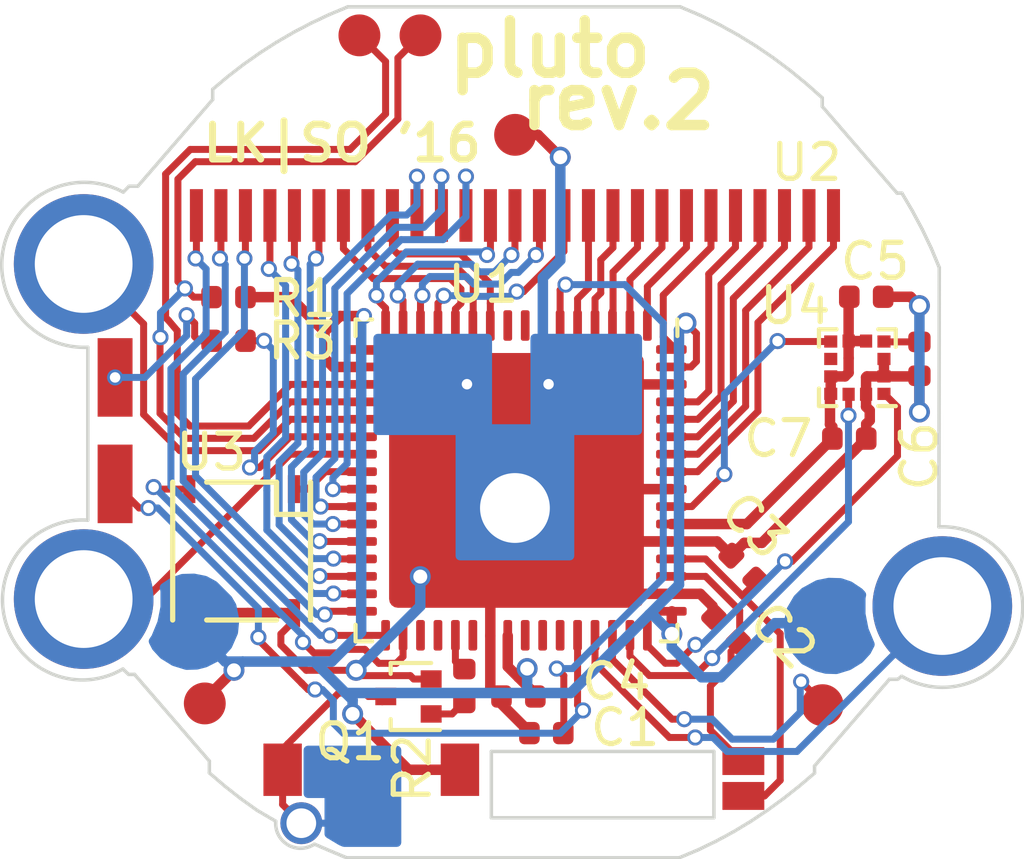
<source format=kicad_pcb>
(kicad_pcb (version 20171130) (host pcbnew 5.1.2-f72e74a~84~ubuntu18.04.1)

  (general
    (thickness 0.5)
    (drawings 499)
    (tracks 655)
    (zones 0)
    (modules 36)
    (nets 62)
  )

  (page A4)
  (title_block
    (title Pluto)
    (date 2019-05-05)
    (rev 2)
  )

  (layers
    (0 F.Cu signal)
    (31 B.Cu signal)
    (32 B.Adhes user)
    (33 F.Adhes user)
    (34 B.Paste user)
    (35 F.Paste user)
    (36 B.SilkS user)
    (37 F.SilkS user)
    (38 B.Mask user)
    (39 F.Mask user)
    (40 Dwgs.User user)
    (41 Cmts.User user)
    (42 Eco1.User user)
    (43 Eco2.User user)
    (44 Edge.Cuts user)
    (45 Margin user)
    (46 B.CrtYd user)
    (47 F.CrtYd user)
    (48 B.Fab user)
    (49 F.Fab user hide)
  )

  (setup
    (last_trace_width 0.2)
    (user_trace_width 0.2)
    (user_trace_width 0.3)
    (trace_clearance 0.15)
    (zone_clearance 0.2)
    (zone_45_only no)
    (trace_min 0.1524)
    (via_size 0.46)
    (via_drill 0.3)
    (via_min_size 0.46)
    (via_min_drill 0.3)
    (uvia_size 0.3)
    (uvia_drill 0.1)
    (uvias_allowed no)
    (uvia_min_size 0.2)
    (uvia_min_drill 0.1)
    (edge_width 0.2)
    (segment_width 0.2)
    (pcb_text_width 0.3)
    (pcb_text_size 1.5 1.5)
    (mod_edge_width 0.15)
    (mod_text_size 1 1)
    (mod_text_width 0.15)
    (pad_size 0.8 0.3)
    (pad_drill 0)
    (pad_to_mask_clearance 0.1)
    (solder_mask_min_width 0.1)
    (aux_axis_origin 58.26 131.31)
    (grid_origin 19.6579 18.2582)
    (visible_elements 7FFEFF7F)
    (pcbplotparams
      (layerselection 0x010f0_ffffffff)
      (usegerberextensions true)
      (usegerberattributes false)
      (usegerberadvancedattributes false)
      (creategerberjobfile false)
      (excludeedgelayer true)
      (linewidth 0.100000)
      (plotframeref false)
      (viasonmask false)
      (mode 1)
      (useauxorigin false)
      (hpglpennumber 1)
      (hpglpenspeed 20)
      (hpglpendiameter 15.000000)
      (psnegative false)
      (psa4output false)
      (plotreference true)
      (plotvalue true)
      (plotinvisibletext false)
      (padsonsilk false)
      (subtractmaskfromsilk false)
      (outputformat 1)
      (mirror false)
      (drillshape 0)
      (scaleselection 1)
      (outputdirectory "output/"))
  )

  (net 0 "")
  (net 1 "Net-(C1-Pad1)")
  (net 2 GND)
  (net 3 "Net-(P3-Pad1)")
  (net 4 "Net-(P4-Pad1)")
  (net 5 /LCD_SEG2)
  (net 6 /LCD_SEG1)
  (net 7 /LCD_SEG3)
  (net 8 /LCD_SEG4)
  (net 9 /LCD_SEG6)
  (net 10 /LCD_SEG5)
  (net 11 /LCD_COM3)
  (net 12 /LCD_COM2)
  (net 13 /LCD_COM1)
  (net 14 /LCD_SEG13)
  (net 15 /LCD_SEG12)
  (net 16 /LCD_SEG11)
  (net 17 /LCD_SEG10)
  (net 18 /LCD_SEG9)
  (net 19 /LCD_SEG8)
  (net 20 /LCD_SEG7)
  (net 21 /LCD_SEG18)
  (net 22 /LCD_SEG14)
  (net 23 /LCD_SEG15)
  (net 24 /LCD_SEG16)
  (net 25 /LCD_SEG17)
  (net 26 /LCD_SEG19)
  (net 27 /LCD_SEG24)
  (net 28 /LCD_SEG23)
  (net 29 /LCD_SEG22)
  (net 30 /LCD_SEG21)
  (net 31 /LCD_SEG20)
  (net 32 "Net-(Q1-Pad1)")
  (net 33 "Net-(R2-Pad1)")
  (net 34 /BUZ)
  (net 35 "Net-(U1-Pad7)")
  (net 36 "Net-(U1-Pad8)")
  (net 37 "Net-(U1-Pad9)")
  (net 38 "Net-(U1-Pad36)")
  (net 39 "Net-(U1-Pad38)")
  (net 40 "Net-(U1-Pad41)")
  (net 41 "Net-(U1-Pad42)")
  (net 42 "Net-(U1-Pad43)")
  (net 43 /IR)
  (net 44 "Net-(U1-Pad35)")
  (net 45 "Net-(P10-Pad1)")
  (net 46 /LED_1)
  (net 47 "Net-(P15-Pad1)")
  (net 48 VCC)
  (net 49 "Net-(C6-Pad1)")
  (net 50 /INT1)
  (net 51 /SCL)
  (net 52 /SDA)
  (net 53 /Q-1)
  (net 54 /Q-2)
  (net 55 /MAG_PWR)
  (net 56 /B_LIGHT)
  (net 57 /B_MODE)
  (net 58 /B_ALARM)
  (net 59 /LED_2)
  (net 60 /IR_PWR)
  (net 61 "Net-(U4-Pad8)")

  (net_class Default "This is the default net class."
    (clearance 0.15)
    (trace_width 0.2)
    (via_dia 0.46)
    (via_drill 0.3)
    (uvia_dia 0.3)
    (uvia_drill 0.1)
    (add_net /BUZ)
    (add_net /B_ALARM)
    (add_net /B_LIGHT)
    (add_net /B_MODE)
    (add_net /INT1)
    (add_net /IR)
    (add_net /IR_PWR)
    (add_net /LCD_COM1)
    (add_net /LCD_COM2)
    (add_net /LCD_COM3)
    (add_net /LCD_SEG1)
    (add_net /LCD_SEG10)
    (add_net /LCD_SEG11)
    (add_net /LCD_SEG12)
    (add_net /LCD_SEG13)
    (add_net /LCD_SEG14)
    (add_net /LCD_SEG15)
    (add_net /LCD_SEG16)
    (add_net /LCD_SEG17)
    (add_net /LCD_SEG18)
    (add_net /LCD_SEG19)
    (add_net /LCD_SEG2)
    (add_net /LCD_SEG20)
    (add_net /LCD_SEG21)
    (add_net /LCD_SEG22)
    (add_net /LCD_SEG23)
    (add_net /LCD_SEG24)
    (add_net /LCD_SEG3)
    (add_net /LCD_SEG4)
    (add_net /LCD_SEG5)
    (add_net /LCD_SEG6)
    (add_net /LCD_SEG7)
    (add_net /LCD_SEG8)
    (add_net /LCD_SEG9)
    (add_net /LED_1)
    (add_net /LED_2)
    (add_net /Q-1)
    (add_net /Q-2)
    (add_net /SCL)
    (add_net /SDA)
    (add_net "Net-(C1-Pad1)")
    (add_net "Net-(C6-Pad1)")
    (add_net "Net-(P10-Pad1)")
    (add_net "Net-(P15-Pad1)")
    (add_net "Net-(P3-Pad1)")
    (add_net "Net-(P4-Pad1)")
    (add_net "Net-(Q1-Pad1)")
    (add_net "Net-(R2-Pad1)")
    (add_net "Net-(U1-Pad35)")
    (add_net "Net-(U1-Pad36)")
    (add_net "Net-(U1-Pad38)")
    (add_net "Net-(U1-Pad41)")
    (add_net "Net-(U1-Pad42)")
    (add_net "Net-(U1-Pad43)")
    (add_net "Net-(U1-Pad7)")
    (add_net "Net-(U1-Pad8)")
    (add_net "Net-(U1-Pad9)")
    (add_net "Net-(U4-Pad8)")
  )

  (net_class PWR ""
    (clearance 0.15)
    (trace_width 0.3)
    (via_dia 0.6)
    (via_drill 0.4)
    (uvia_dia 0.3)
    (uvia_drill 0.1)
    (add_net /MAG_PWR)
    (add_net GND)
    (add_net VCC)
  )

  (module Resistor_SMD:R_0402_1005Metric (layer F.Cu) (tedit 5B301BBD) (tstamp 5CCEDAB6)
    (at 26.7884 31)
    (descr "Resistor SMD 0402 (1005 Metric), square (rectangular) end terminal, IPC_7351 nominal, (Body size source: http://www.tortai-tech.com/upload/download/2011102023233369053.pdf), generated with kicad-footprint-generator")
    (tags resistor)
    (path /56F848AB)
    (attr smd)
    (fp_text reference R3 (at 2.1151 0.009) (layer F.SilkS)
      (effects (font (size 1 1) (thickness 0.15)))
    )
    (fp_text value 100 (at 0 1.17) (layer F.Fab)
      (effects (font (size 1 1) (thickness 0.15)))
    )
    (fp_text user %R (at 0 0) (layer F.Fab)
      (effects (font (size 0.25 0.25) (thickness 0.04)))
    )
    (fp_line (start 0.93 0.47) (end -0.93 0.47) (layer F.CrtYd) (width 0.05))
    (fp_line (start 0.93 -0.47) (end 0.93 0.47) (layer F.CrtYd) (width 0.05))
    (fp_line (start -0.93 -0.47) (end 0.93 -0.47) (layer F.CrtYd) (width 0.05))
    (fp_line (start -0.93 0.47) (end -0.93 -0.47) (layer F.CrtYd) (width 0.05))
    (fp_line (start 0.5 0.25) (end -0.5 0.25) (layer F.Fab) (width 0.1))
    (fp_line (start 0.5 -0.25) (end 0.5 0.25) (layer F.Fab) (width 0.1))
    (fp_line (start -0.5 -0.25) (end 0.5 -0.25) (layer F.Fab) (width 0.1))
    (fp_line (start -0.5 0.25) (end -0.5 -0.25) (layer F.Fab) (width 0.1))
    (pad 2 smd roundrect (at 0.485 0) (size 0.59 0.64) (layers F.Cu F.Paste F.Mask) (roundrect_rratio 0.25)
      (net 59 /LED_2))
    (pad 1 smd roundrect (at -0.485 0) (size 0.59 0.64) (layers F.Cu F.Paste F.Mask) (roundrect_rratio 0.25)
      (net 45 "Net-(P10-Pad1)"))
    (model ${KISYS3DMOD}/Resistor_SMD.3dshapes/R_0402_1005Metric.wrl
      (at (xyz 0 0 0))
      (scale (xyz 1 1 1))
      (rotate (xyz 0 0 0))
    )
  )

  (module Resistor_SMD:R_0402_1005Metric (layer F.Cu) (tedit 5B301BBD) (tstamp 56EC9AA7)
    (at 33.5439 40.891 270)
    (descr "Resistor SMD 0402 (1005 Metric), square (rectangular) end terminal, IPC_7351 nominal, (Body size source: http://www.tortai-tech.com/upload/download/2011102023233369053.pdf), generated with kicad-footprint-generator")
    (tags resistor)
    (path /56EDFAA4)
    (attr smd)
    (fp_text reference R2 (at 2.3608 1.4908 90) (layer F.SilkS)
      (effects (font (size 1 1) (thickness 0.15)))
    )
    (fp_text value 47k (at 0 1.17 90) (layer F.Fab)
      (effects (font (size 1 1) (thickness 0.15)))
    )
    (fp_text user %R (at 0 0 90) (layer F.Fab)
      (effects (font (size 0.25 0.25) (thickness 0.04)))
    )
    (fp_line (start 0.93 0.47) (end -0.93 0.47) (layer F.CrtYd) (width 0.05))
    (fp_line (start 0.93 -0.47) (end 0.93 0.47) (layer F.CrtYd) (width 0.05))
    (fp_line (start -0.93 -0.47) (end 0.93 -0.47) (layer F.CrtYd) (width 0.05))
    (fp_line (start -0.93 0.47) (end -0.93 -0.47) (layer F.CrtYd) (width 0.05))
    (fp_line (start 0.5 0.25) (end -0.5 0.25) (layer F.Fab) (width 0.1))
    (fp_line (start 0.5 -0.25) (end 0.5 0.25) (layer F.Fab) (width 0.1))
    (fp_line (start -0.5 -0.25) (end 0.5 -0.25) (layer F.Fab) (width 0.1))
    (fp_line (start -0.5 0.25) (end -0.5 -0.25) (layer F.Fab) (width 0.1))
    (pad 2 smd roundrect (at 0.485 0 270) (size 0.59 0.64) (layers F.Cu F.Paste F.Mask) (roundrect_rratio 0.25)
      (net 32 "Net-(Q1-Pad1)"))
    (pad 1 smd roundrect (at -0.485 0 270) (size 0.59 0.64) (layers F.Cu F.Paste F.Mask) (roundrect_rratio 0.25)
      (net 33 "Net-(R2-Pad1)"))
    (model ${KISYS3DMOD}/Resistor_SMD.3dshapes/R_0402_1005Metric.wrl
      (at (xyz 0 0 0))
      (scale (xyz 1 1 1))
      (rotate (xyz 0 0 0))
    )
  )

  (module Resistor_SMD:R_0402_1005Metric (layer F.Cu) (tedit 5B301BBD) (tstamp 56E8D512)
    (at 26.7884 29.75 180)
    (descr "Resistor SMD 0402 (1005 Metric), square (rectangular) end terminal, IPC_7351 nominal, (Body size source: http://www.tortai-tech.com/upload/download/2011102023233369053.pdf), generated with kicad-footprint-generator")
    (tags resistor)
    (path /56E8A86F)
    (attr smd)
    (fp_text reference R1 (at -2.1151 -0.0398) (layer F.SilkS)
      (effects (font (size 1 1) (thickness 0.15)))
    )
    (fp_text value 10k (at 0 1.17) (layer F.Fab)
      (effects (font (size 1 1) (thickness 0.15)))
    )
    (fp_text user %R (at 0 0) (layer F.Fab)
      (effects (font (size 0.25 0.25) (thickness 0.04)))
    )
    (fp_line (start 0.93 0.47) (end -0.93 0.47) (layer F.CrtYd) (width 0.05))
    (fp_line (start 0.93 -0.47) (end 0.93 0.47) (layer F.CrtYd) (width 0.05))
    (fp_line (start -0.93 -0.47) (end 0.93 -0.47) (layer F.CrtYd) (width 0.05))
    (fp_line (start -0.93 0.47) (end -0.93 -0.47) (layer F.CrtYd) (width 0.05))
    (fp_line (start 0.5 0.25) (end -0.5 0.25) (layer F.Fab) (width 0.1))
    (fp_line (start 0.5 -0.25) (end 0.5 0.25) (layer F.Fab) (width 0.1))
    (fp_line (start -0.5 -0.25) (end 0.5 -0.25) (layer F.Fab) (width 0.1))
    (fp_line (start -0.5 0.25) (end -0.5 -0.25) (layer F.Fab) (width 0.1))
    (pad 2 smd roundrect (at 0.485 0 180) (size 0.59 0.64) (layers F.Cu F.Paste F.Mask) (roundrect_rratio 0.25)
      (net 4 "Net-(P4-Pad1)"))
    (pad 1 smd roundrect (at -0.485 0 180) (size 0.59 0.64) (layers F.Cu F.Paste F.Mask) (roundrect_rratio 0.25)
      (net 48 VCC))
    (model ${KISYS3DMOD}/Resistor_SMD.3dshapes/R_0402_1005Metric.wrl
      (at (xyz 0 0 0))
      (scale (xyz 1 1 1))
      (rotate (xyz 0 0 0))
    )
  )

  (module Package_TO_SOT_SMD:SOT-416 (layer F.Cu) (tedit 5BAABB2E) (tstamp 56EC9A9B)
    (at 31.9439 41.191 180)
    (descr "SOT-416, https://www.nxp.com/docs/en/package-information/SOT416.pdf")
    (tags SOT-416)
    (path /56EDF910)
    (attr smd)
    (fp_text reference Q1 (at 1.6688 -1.2988) (layer F.SilkS)
      (effects (font (size 1 1) (thickness 0.15)))
    )
    (fp_text value "BC846, MMBT3904TT1G" (at 0 2.25) (layer F.Fab)
      (effects (font (size 1 1) (thickness 0.15)))
    )
    (fp_line (start -0.15 -0.9) (end -0.45 -0.6) (layer F.Fab) (width 0.1))
    (fp_line (start 0.51 0.96) (end -0.65 0.96) (layer F.SilkS) (width 0.12))
    (fp_line (start 0.51 -0.96) (end -0.9 -0.96) (layer F.SilkS) (width 0.12))
    (fp_line (start -1.2 1.15) (end -1.2 -1.15) (layer F.CrtYd) (width 0.05))
    (fp_line (start 1.2 1.15) (end -1.2 1.15) (layer F.CrtYd) (width 0.05))
    (fp_line (start 1.2 -1.15) (end 1.2 1.15) (layer F.CrtYd) (width 0.05))
    (fp_line (start -1.2 -1.15) (end 1.2 -1.15) (layer F.CrtYd) (width 0.05))
    (fp_line (start 0.51 -0.96) (end 0.51 -0.65) (layer F.SilkS) (width 0.12))
    (fp_line (start 0.51 0.96) (end 0.51 0.65) (layer F.SilkS) (width 0.12))
    (fp_line (start -0.45 0.9) (end 0.45 0.9) (layer F.Fab) (width 0.1))
    (fp_line (start 0.45 -0.9) (end 0.45 0.9) (layer F.Fab) (width 0.1))
    (fp_line (start -0.15 -0.9) (end 0.45 -0.9) (layer F.Fab) (width 0.1))
    (fp_line (start -0.45 -0.6) (end -0.45 0.9) (layer F.Fab) (width 0.1))
    (fp_text user %R (at 0 0 90) (layer F.Fab)
      (effects (font (size 0.35 0.35) (thickness 0.05)))
    )
    (pad 3 smd rect (at 0.65 0 180) (size 0.6 0.5) (layers F.Cu F.Paste F.Mask)
      (net 34 /BUZ))
    (pad 2 smd rect (at -0.65 0.5 180) (size 0.6 0.5) (layers F.Cu F.Paste F.Mask)
      (net 2 GND))
    (pad 1 smd rect (at -0.65 -0.5 180) (size 0.6 0.5) (layers F.Cu F.Paste F.Mask)
      (net 32 "Net-(Q1-Pad1)"))
    (model ${KISYS3DMOD}/Package_TO_SOT_SMD.3dshapes/SOT-416.wrl
      (at (xyz 0 0 0))
      (scale (xyz 1 1 1))
      (rotate (xyz 0 0 0))
    )
  )

  (module Package_DFN_QFN:QFN-64-1EP_9x9mm_P0.5mm_EP7.3x7.3mm (layer F.Cu) (tedit 5B316F24) (tstamp 56E8D305)
    (at 35.0384 35 270)
    (descr "QFN, 64 Pin (http://ww1.microchip.com/downloads/en/DeviceDoc/00002304A.pdf (page 43)), generated with kicad-footprint-generator ipc_dfn_qfn_generator.py")
    (tags "QFN DFN_QFN")
    (path /56E8AF3B)
    (attr smd)
    (fp_text reference U1 (at -5.6166 0.9533 180) (layer F.SilkS)
      (effects (font (size 1 1) (thickness 0.15)))
    )
    (fp_text value MSP430FR6972 (at 0 5.82 90) (layer F.Fab)
      (effects (font (size 1 1) (thickness 0.15)))
    )
    (fp_text user %R (at 0 0 90) (layer F.Fab)
      (effects (font (size 1 1) (thickness 0.15)))
    )
    (fp_line (start 5.12 -5.12) (end -5.12 -5.12) (layer F.CrtYd) (width 0.05))
    (fp_line (start 5.12 5.12) (end 5.12 -5.12) (layer F.CrtYd) (width 0.05))
    (fp_line (start -5.12 5.12) (end 5.12 5.12) (layer F.CrtYd) (width 0.05))
    (fp_line (start -5.12 -5.12) (end -5.12 5.12) (layer F.CrtYd) (width 0.05))
    (fp_line (start -4.5 -3.5) (end -3.5 -4.5) (layer F.Fab) (width 0.1))
    (fp_line (start -4.5 4.5) (end -4.5 -3.5) (layer F.Fab) (width 0.1))
    (fp_line (start 4.5 4.5) (end -4.5 4.5) (layer F.Fab) (width 0.1))
    (fp_line (start 4.5 -4.5) (end 4.5 4.5) (layer F.Fab) (width 0.1))
    (fp_line (start -3.5 -4.5) (end 4.5 -4.5) (layer F.Fab) (width 0.1))
    (fp_line (start -4.135 -4.61) (end -4.61 -4.61) (layer F.SilkS) (width 0.12))
    (fp_line (start 4.61 4.61) (end 4.61 4.135) (layer F.SilkS) (width 0.12))
    (fp_line (start 4.135 4.61) (end 4.61 4.61) (layer F.SilkS) (width 0.12))
    (fp_line (start -4.61 4.61) (end -4.61 4.135) (layer F.SilkS) (width 0.12))
    (fp_line (start -4.135 4.61) (end -4.61 4.61) (layer F.SilkS) (width 0.12))
    (fp_line (start 4.61 -4.61) (end 4.61 -4.135) (layer F.SilkS) (width 0.12))
    (fp_line (start 4.135 -4.61) (end 4.61 -4.61) (layer F.SilkS) (width 0.12))
    (pad 64 smd roundrect (at -3.75 -4.4375 270) (size 0.25 0.875) (layers F.Cu F.Paste F.Mask) (roundrect_rratio 0.25)
      (net 26 /LCD_SEG19))
    (pad 63 smd roundrect (at -3.25 -4.4375 270) (size 0.25 0.875) (layers F.Cu F.Paste F.Mask) (roundrect_rratio 0.25)
      (net 48 VCC))
    (pad 62 smd roundrect (at -2.75 -4.4375 270) (size 0.25 0.875) (layers F.Cu F.Paste F.Mask) (roundrect_rratio 0.25)
      (net 2 GND))
    (pad 61 smd roundrect (at -2.25 -4.4375 270) (size 0.25 0.875) (layers F.Cu F.Paste F.Mask) (roundrect_rratio 0.25)
      (net 31 /LCD_SEG20))
    (pad 60 smd roundrect (at -1.75 -4.4375 270) (size 0.25 0.875) (layers F.Cu F.Paste F.Mask) (roundrect_rratio 0.25)
      (net 30 /LCD_SEG21))
    (pad 59 smd roundrect (at -1.25 -4.4375 270) (size 0.25 0.875) (layers F.Cu F.Paste F.Mask) (roundrect_rratio 0.25)
      (net 29 /LCD_SEG22))
    (pad 58 smd roundrect (at -0.75 -4.4375 270) (size 0.25 0.875) (layers F.Cu F.Paste F.Mask) (roundrect_rratio 0.25)
      (net 28 /LCD_SEG23))
    (pad 57 smd roundrect (at -0.25 -4.4375 270) (size 0.25 0.875) (layers F.Cu F.Paste F.Mask) (roundrect_rratio 0.25)
      (net 27 /LCD_SEG24))
    (pad 56 smd roundrect (at 0.25 -4.4375 270) (size 0.25 0.875) (layers F.Cu F.Paste F.Mask) (roundrect_rratio 0.25)
      (net 2 GND))
    (pad 55 smd roundrect (at 0.75 -4.4375 270) (size 0.25 0.875) (layers F.Cu F.Paste F.Mask) (roundrect_rratio 0.25)
      (net 50 /INT1))
    (pad 54 smd roundrect (at 1.25 -4.4375 270) (size 0.25 0.875) (layers F.Cu F.Paste F.Mask) (roundrect_rratio 0.25)
      (net 55 /MAG_PWR))
    (pad 53 smd roundrect (at 1.75 -4.4375 270) (size 0.25 0.875) (layers F.Cu F.Paste F.Mask) (roundrect_rratio 0.25)
      (net 2 GND))
    (pad 52 smd roundrect (at 2.25 -4.4375 270) (size 0.25 0.875) (layers F.Cu F.Paste F.Mask) (roundrect_rratio 0.25)
      (net 54 /Q-2))
    (pad 51 smd roundrect (at 2.75 -4.4375 270) (size 0.25 0.875) (layers F.Cu F.Paste F.Mask) (roundrect_rratio 0.25)
      (net 53 /Q-1))
    (pad 50 smd roundrect (at 3.25 -4.4375 270) (size 0.25 0.875) (layers F.Cu F.Paste F.Mask) (roundrect_rratio 0.25)
      (net 2 GND))
    (pad 49 smd roundrect (at 3.75 -4.4375 270) (size 0.25 0.875) (layers F.Cu F.Paste F.Mask) (roundrect_rratio 0.25)
      (net 48 VCC))
    (pad 48 smd roundrect (at 4.4375 -3.75 270) (size 0.875 0.25) (layers F.Cu F.Paste F.Mask) (roundrect_rratio 0.25)
      (net 51 /SCL))
    (pad 47 smd roundrect (at 4.4375 -3.25 270) (size 0.875 0.25) (layers F.Cu F.Paste F.Mask) (roundrect_rratio 0.25)
      (net 52 /SDA))
    (pad 46 smd roundrect (at 4.4375 -2.75 270) (size 0.875 0.25) (layers F.Cu F.Paste F.Mask) (roundrect_rratio 0.25)
      (net 47 "Net-(P15-Pad1)"))
    (pad 45 smd roundrect (at 4.4375 -2.25 270) (size 0.875 0.25) (layers F.Cu F.Paste F.Mask) (roundrect_rratio 0.25)
      (net 58 /B_ALARM))
    (pad 44 smd roundrect (at 4.4375 -1.75 270) (size 0.875 0.25) (layers F.Cu F.Paste F.Mask) (roundrect_rratio 0.25)
      (net 46 /LED_1))
    (pad 43 smd roundrect (at 4.4375 -1.25 270) (size 0.875 0.25) (layers F.Cu F.Paste F.Mask) (roundrect_rratio 0.25)
      (net 42 "Net-(U1-Pad43)"))
    (pad 42 smd roundrect (at 4.4375 -0.75 270) (size 0.875 0.25) (layers F.Cu F.Paste F.Mask) (roundrect_rratio 0.25)
      (net 41 "Net-(U1-Pad42)"))
    (pad 41 smd roundrect (at 4.4375 -0.25 270) (size 0.875 0.25) (layers F.Cu F.Paste F.Mask) (roundrect_rratio 0.25)
      (net 40 "Net-(U1-Pad41)"))
    (pad 40 smd roundrect (at 4.4375 0.25 270) (size 0.875 0.25) (layers F.Cu F.Paste F.Mask) (roundrect_rratio 0.25)
      (net 48 VCC))
    (pad 39 smd roundrect (at 4.4375 0.75 270) (size 0.875 0.25) (layers F.Cu F.Paste F.Mask) (roundrect_rratio 0.25)
      (net 2 GND))
    (pad 38 smd roundrect (at 4.4375 1.25 270) (size 0.875 0.25) (layers F.Cu F.Paste F.Mask) (roundrect_rratio 0.25)
      (net 39 "Net-(U1-Pad38)"))
    (pad 37 smd roundrect (at 4.4375 1.75 270) (size 0.875 0.25) (layers F.Cu F.Paste F.Mask) (roundrect_rratio 0.25)
      (net 33 "Net-(R2-Pad1)"))
    (pad 36 smd roundrect (at 4.4375 2.25 270) (size 0.875 0.25) (layers F.Cu F.Paste F.Mask) (roundrect_rratio 0.25)
      (net 38 "Net-(U1-Pad36)"))
    (pad 35 smd roundrect (at 4.4375 2.75 270) (size 0.875 0.25) (layers F.Cu F.Paste F.Mask) (roundrect_rratio 0.25)
      (net 44 "Net-(U1-Pad35)"))
    (pad 34 smd roundrect (at 4.4375 3.25 270) (size 0.875 0.25) (layers F.Cu F.Paste F.Mask) (roundrect_rratio 0.25)
      (net 60 /IR_PWR))
    (pad 33 smd roundrect (at 4.4375 3.75 270) (size 0.875 0.25) (layers F.Cu F.Paste F.Mask) (roundrect_rratio 0.25)
      (net 6 /LCD_SEG1))
    (pad 32 smd roundrect (at 3.75 4.4375 270) (size 0.25 0.875) (layers F.Cu F.Paste F.Mask) (roundrect_rratio 0.25)
      (net 5 /LCD_SEG2))
    (pad 31 smd roundrect (at 3.25 4.4375 270) (size 0.25 0.875) (layers F.Cu F.Paste F.Mask) (roundrect_rratio 0.25)
      (net 7 /LCD_SEG3))
    (pad 30 smd roundrect (at 2.75 4.4375 270) (size 0.25 0.875) (layers F.Cu F.Paste F.Mask) (roundrect_rratio 0.25)
      (net 8 /LCD_SEG4))
    (pad 29 smd roundrect (at 2.25 4.4375 270) (size 0.25 0.875) (layers F.Cu F.Paste F.Mask) (roundrect_rratio 0.25)
      (net 10 /LCD_SEG5))
    (pad 28 smd roundrect (at 1.75 4.4375 270) (size 0.25 0.875) (layers F.Cu F.Paste F.Mask) (roundrect_rratio 0.25)
      (net 9 /LCD_SEG6))
    (pad 27 smd roundrect (at 1.25 4.4375 270) (size 0.25 0.875) (layers F.Cu F.Paste F.Mask) (roundrect_rratio 0.25)
      (net 20 /LCD_SEG7))
    (pad 26 smd roundrect (at 0.75 4.4375 270) (size 0.25 0.875) (layers F.Cu F.Paste F.Mask) (roundrect_rratio 0.25)
      (net 19 /LCD_SEG8))
    (pad 25 smd roundrect (at 0.25 4.4375 270) (size 0.25 0.875) (layers F.Cu F.Paste F.Mask) (roundrect_rratio 0.25)
      (net 18 /LCD_SEG9))
    (pad 24 smd roundrect (at -0.25 4.4375 270) (size 0.25 0.875) (layers F.Cu F.Paste F.Mask) (roundrect_rratio 0.25)
      (net 43 /IR))
    (pad 23 smd roundrect (at -0.75 4.4375 270) (size 0.25 0.875) (layers F.Cu F.Paste F.Mask) (roundrect_rratio 0.25)
      (net 57 /B_MODE))
    (pad 22 smd roundrect (at -1.25 4.4375 270) (size 0.25 0.875) (layers F.Cu F.Paste F.Mask) (roundrect_rratio 0.25)
      (net 59 /LED_2))
    (pad 21 smd roundrect (at -1.75 4.4375 270) (size 0.25 0.875) (layers F.Cu F.Paste F.Mask) (roundrect_rratio 0.25)
      (net 56 /B_LIGHT))
    (pad 20 smd roundrect (at -2.25 4.4375 270) (size 0.25 0.875) (layers F.Cu F.Paste F.Mask) (roundrect_rratio 0.25)
      (net 4 "Net-(P4-Pad1)"))
    (pad 19 smd roundrect (at -2.75 4.4375 270) (size 0.25 0.875) (layers F.Cu F.Paste F.Mask) (roundrect_rratio 0.25)
      (net 3 "Net-(P3-Pad1)"))
    (pad 18 smd roundrect (at -3.25 4.4375 270) (size 0.25 0.875) (layers F.Cu F.Paste F.Mask) (roundrect_rratio 0.25)
      (net 48 VCC))
    (pad 17 smd roundrect (at -3.75 4.4375 270) (size 0.25 0.875) (layers F.Cu F.Paste F.Mask) (roundrect_rratio 0.25)
      (net 2 GND))
    (pad 16 smd roundrect (at -4.4375 3.75 270) (size 0.875 0.25) (layers F.Cu F.Paste F.Mask) (roundrect_rratio 0.25)
      (net 17 /LCD_SEG10))
    (pad 15 smd roundrect (at -4.4375 3.25 270) (size 0.875 0.25) (layers F.Cu F.Paste F.Mask) (roundrect_rratio 0.25)
      (net 16 /LCD_SEG11))
    (pad 14 smd roundrect (at -4.4375 2.75 270) (size 0.875 0.25) (layers F.Cu F.Paste F.Mask) (roundrect_rratio 0.25)
      (net 15 /LCD_SEG12))
    (pad 13 smd roundrect (at -4.4375 2.25 270) (size 0.875 0.25) (layers F.Cu F.Paste F.Mask) (roundrect_rratio 0.25)
      (net 14 /LCD_SEG13))
    (pad 12 smd roundrect (at -4.4375 1.75 270) (size 0.875 0.25) (layers F.Cu F.Paste F.Mask) (roundrect_rratio 0.25)
      (net 13 /LCD_COM1))
    (pad 11 smd roundrect (at -4.4375 1.25 270) (size 0.875 0.25) (layers F.Cu F.Paste F.Mask) (roundrect_rratio 0.25)
      (net 12 /LCD_COM2))
    (pad 10 smd roundrect (at -4.4375 0.75 270) (size 0.875 0.25) (layers F.Cu F.Paste F.Mask) (roundrect_rratio 0.25)
      (net 11 /LCD_COM3))
    (pad 9 smd roundrect (at -4.4375 0.25 270) (size 0.875 0.25) (layers F.Cu F.Paste F.Mask) (roundrect_rratio 0.25)
      (net 37 "Net-(U1-Pad9)"))
    (pad 8 smd roundrect (at -4.4375 -0.25 270) (size 0.875 0.25) (layers F.Cu F.Paste F.Mask) (roundrect_rratio 0.25)
      (net 36 "Net-(U1-Pad8)"))
    (pad 7 smd roundrect (at -4.4375 -0.75 270) (size 0.875 0.25) (layers F.Cu F.Paste F.Mask) (roundrect_rratio 0.25)
      (net 35 "Net-(U1-Pad7)"))
    (pad 6 smd roundrect (at -4.4375 -1.25 270) (size 0.875 0.25) (layers F.Cu F.Paste F.Mask) (roundrect_rratio 0.25)
      (net 1 "Net-(C1-Pad1)"))
    (pad 5 smd roundrect (at -4.4375 -1.75 270) (size 0.875 0.25) (layers F.Cu F.Paste F.Mask) (roundrect_rratio 0.25)
      (net 22 /LCD_SEG14))
    (pad 4 smd roundrect (at -4.4375 -2.25 270) (size 0.875 0.25) (layers F.Cu F.Paste F.Mask) (roundrect_rratio 0.25)
      (net 23 /LCD_SEG15))
    (pad 3 smd roundrect (at -4.4375 -2.75 270) (size 0.875 0.25) (layers F.Cu F.Paste F.Mask) (roundrect_rratio 0.25)
      (net 24 /LCD_SEG16))
    (pad 2 smd roundrect (at -4.4375 -3.25 270) (size 0.875 0.25) (layers F.Cu F.Paste F.Mask) (roundrect_rratio 0.25)
      (net 25 /LCD_SEG17))
    (pad 1 smd roundrect (at -4.4375 -3.75 270) (size 0.875 0.25) (layers F.Cu F.Paste F.Mask) (roundrect_rratio 0.25)
      (net 21 /LCD_SEG18))
    (pad "" smd roundrect (at 2.92 2.92 270) (size 1.18 1.18) (layers F.Paste) (roundrect_rratio 0.211864))
    (pad "" smd roundrect (at 2.92 1.46 270) (size 1.18 1.18) (layers F.Paste) (roundrect_rratio 0.211864))
    (pad "" smd roundrect (at 2.92 0 270) (size 1.18 1.18) (layers F.Paste) (roundrect_rratio 0.211864))
    (pad "" smd roundrect (at 2.92 -1.46 270) (size 1.18 1.18) (layers F.Paste) (roundrect_rratio 0.211864))
    (pad "" smd roundrect (at 2.92 -2.92 270) (size 1.18 1.18) (layers F.Paste) (roundrect_rratio 0.211864))
    (pad "" smd roundrect (at 1.46 2.92 270) (size 1.18 1.18) (layers F.Paste) (roundrect_rratio 0.211864))
    (pad "" smd roundrect (at 1.46 1.46 270) (size 1.18 1.18) (layers F.Paste) (roundrect_rratio 0.211864))
    (pad "" smd roundrect (at 1.46 0 270) (size 1.18 1.18) (layers F.Paste) (roundrect_rratio 0.211864))
    (pad "" smd roundrect (at 1.46 -1.46 270) (size 1.18 1.18) (layers F.Paste) (roundrect_rratio 0.211864))
    (pad "" smd roundrect (at 1.46 -2.92 270) (size 1.18 1.18) (layers F.Paste) (roundrect_rratio 0.211864))
    (pad "" smd roundrect (at 0 2.92 270) (size 1.18 1.18) (layers F.Paste) (roundrect_rratio 0.211864))
    (pad "" smd roundrect (at 0 1.46 270) (size 1.18 1.18) (layers F.Paste) (roundrect_rratio 0.211864))
    (pad "" smd roundrect (at 0 0 270) (size 1.18 1.18) (layers F.Paste) (roundrect_rratio 0.211864))
    (pad "" smd roundrect (at 0 -1.46 270) (size 1.18 1.18) (layers F.Paste) (roundrect_rratio 0.211864))
    (pad "" smd roundrect (at 0 -2.92 270) (size 1.18 1.18) (layers F.Paste) (roundrect_rratio 0.211864))
    (pad "" smd roundrect (at -1.46 2.92 270) (size 1.18 1.18) (layers F.Paste) (roundrect_rratio 0.211864))
    (pad "" smd roundrect (at -1.46 1.46 270) (size 1.18 1.18) (layers F.Paste) (roundrect_rratio 0.211864))
    (pad "" smd roundrect (at -1.46 0 270) (size 1.18 1.18) (layers F.Paste) (roundrect_rratio 0.211864))
    (pad "" smd roundrect (at -1.46 -1.46 270) (size 1.18 1.18) (layers F.Paste) (roundrect_rratio 0.211864))
    (pad "" smd roundrect (at -1.46 -2.92 270) (size 1.18 1.18) (layers F.Paste) (roundrect_rratio 0.211864))
    (pad "" smd roundrect (at -2.92 2.92 270) (size 1.18 1.18) (layers F.Paste) (roundrect_rratio 0.211864))
    (pad "" smd roundrect (at -2.92 1.46 270) (size 1.18 1.18) (layers F.Paste) (roundrect_rratio 0.211864))
    (pad "" smd roundrect (at -2.92 0 270) (size 1.18 1.18) (layers F.Paste) (roundrect_rratio 0.211864))
    (pad "" smd roundrect (at -2.92 -1.46 270) (size 1.18 1.18) (layers F.Paste) (roundrect_rratio 0.211864))
    (pad "" smd roundrect (at -2.92 -2.92 270) (size 1.18 1.18) (layers F.Paste) (roundrect_rratio 0.211864))
    (pad 65 smd roundrect (at 0 0 270) (size 7.3 7.3) (layers F.Cu F.Mask) (roundrect_rratio 0.034247)
      (net 2 GND))
    (model ${KISYS3DMOD}/Package_DFN_QFN.3dshapes/QFN-64-1EP_9x9mm_P0.5mm_EP7.3x7.3mm.wrl
      (at (xyz 0 0 0))
      (scale (xyz 1 1 1))
      (rotate (xyz 0 0 0))
    )
  )

  (module Capacitor_SMD:C_0402_1005Metric (layer F.Cu) (tedit 5B301BBE) (tstamp 5CCEDBDC)
    (at 35.0939 41.191 180)
    (descr "Capacitor SMD 0402 (1005 Metric), square (rectangular) end terminal, IPC_7351 nominal, (Body size source: http://www.tortai-tech.com/upload/download/2011102023233369053.pdf), generated with kicad-footprint-generator")
    (tags capacitor)
    (path /56FBF4BC)
    (attr smd)
    (fp_text reference C4 (at -2.8012 0.4284) (layer F.SilkS)
      (effects (font (size 1 1) (thickness 0.15)))
    )
    (fp_text value 100n (at 0 1.17) (layer F.Fab)
      (effects (font (size 1 1) (thickness 0.15)))
    )
    (fp_text user %R (at 0 0) (layer F.Fab)
      (effects (font (size 0.25 0.25) (thickness 0.04)))
    )
    (fp_line (start 0.93 0.47) (end -0.93 0.47) (layer F.CrtYd) (width 0.05))
    (fp_line (start 0.93 -0.47) (end 0.93 0.47) (layer F.CrtYd) (width 0.05))
    (fp_line (start -0.93 -0.47) (end 0.93 -0.47) (layer F.CrtYd) (width 0.05))
    (fp_line (start -0.93 0.47) (end -0.93 -0.47) (layer F.CrtYd) (width 0.05))
    (fp_line (start 0.5 0.25) (end -0.5 0.25) (layer F.Fab) (width 0.1))
    (fp_line (start 0.5 -0.25) (end 0.5 0.25) (layer F.Fab) (width 0.1))
    (fp_line (start -0.5 -0.25) (end 0.5 -0.25) (layer F.Fab) (width 0.1))
    (fp_line (start -0.5 0.25) (end -0.5 -0.25) (layer F.Fab) (width 0.1))
    (pad 2 smd roundrect (at 0.485 0 180) (size 0.59 0.64) (layers F.Cu F.Paste F.Mask) (roundrect_rratio 0.25)
      (net 2 GND))
    (pad 1 smd roundrect (at -0.485 0 180) (size 0.59 0.64) (layers F.Cu F.Paste F.Mask) (roundrect_rratio 0.25)
      (net 48 VCC))
    (model ${KISYS3DMOD}/Capacitor_SMD.3dshapes/C_0402_1005Metric.wrl
      (at (xyz 0 0 0))
      (scale (xyz 1 1 1))
      (rotate (xyz 0 0 0))
    )
  )

  (module Capacitor_SMD:C_0402_1005Metric (layer F.Cu) (tedit 5B301BBE) (tstamp 5CCEDD00)
    (at 41.5384 37.5 135)
    (descr "Capacitor SMD 0402 (1005 Metric), square (rectangular) end terminal, IPC_7351 nominal, (Body size source: http://www.tortai-tech.com/upload/download/2011102023233369053.pdf), generated with kicad-footprint-generator")
    (tags capacitor)
    (path /56EE2C6E)
    (attr smd)
    (fp_text reference C3 (at 0.628406 1.079681 135) (layer F.SilkS)
      (effects (font (size 1 1) (thickness 0.15)))
    )
    (fp_text value 22p (at 0 1.17 135) (layer F.Fab)
      (effects (font (size 1 1) (thickness 0.15)))
    )
    (fp_text user %R (at 0 0 135) (layer F.Fab)
      (effects (font (size 0.25 0.25) (thickness 0.04)))
    )
    (fp_line (start 0.93 0.47) (end -0.93 0.47) (layer F.CrtYd) (width 0.05))
    (fp_line (start 0.93 -0.47) (end 0.93 0.47) (layer F.CrtYd) (width 0.05))
    (fp_line (start -0.93 -0.47) (end 0.93 -0.47) (layer F.CrtYd) (width 0.05))
    (fp_line (start -0.93 0.47) (end -0.93 -0.47) (layer F.CrtYd) (width 0.05))
    (fp_line (start 0.5 0.25) (end -0.5 0.25) (layer F.Fab) (width 0.1))
    (fp_line (start 0.5 -0.25) (end 0.5 0.25) (layer F.Fab) (width 0.1))
    (fp_line (start -0.5 -0.25) (end 0.5 -0.25) (layer F.Fab) (width 0.1))
    (fp_line (start -0.5 0.25) (end -0.5 -0.25) (layer F.Fab) (width 0.1))
    (pad 2 smd roundrect (at 0.485 0 135) (size 0.59 0.64) (layers F.Cu F.Paste F.Mask) (roundrect_rratio 0.25)
      (net 2 GND))
    (pad 1 smd roundrect (at -0.485 0 135) (size 0.59 0.64) (layers F.Cu F.Paste F.Mask) (roundrect_rratio 0.25)
      (net 54 /Q-2))
    (model ${KISYS3DMOD}/Capacitor_SMD.3dshapes/C_0402_1005Metric.wrl
      (at (xyz 0 0 0))
      (scale (xyz 1 1 1))
      (rotate (xyz 0 0 0))
    )
  )

  (module Capacitor_SMD:C_0402_1005Metric (layer F.Cu) (tedit 5B301BBE) (tstamp 5CCECE8A)
    (at 41.0439 39.266 135)
    (descr "Capacitor SMD 0402 (1005 Metric), square (rectangular) end terminal, IPC_7351 nominal, (Body size source: http://www.tortai-tech.com/upload/download/2011102023233369053.pdf), generated with kicad-footprint-generator")
    (tags capacitor)
    (path /56EE32A7)
    (attr smd)
    (fp_text reference C2 (at -1.274348 1.025729 135) (layer F.SilkS)
      (effects (font (size 1 1) (thickness 0.15)))
    )
    (fp_text value 22p (at 0 1.17 135) (layer F.Fab)
      (effects (font (size 1 1) (thickness 0.15)))
    )
    (fp_text user %R (at 0 0 135) (layer F.Fab)
      (effects (font (size 0.25 0.25) (thickness 0.04)))
    )
    (fp_line (start 0.93 0.47) (end -0.93 0.47) (layer F.CrtYd) (width 0.05))
    (fp_line (start 0.93 -0.47) (end 0.93 0.47) (layer F.CrtYd) (width 0.05))
    (fp_line (start -0.93 -0.47) (end 0.93 -0.47) (layer F.CrtYd) (width 0.05))
    (fp_line (start -0.93 0.47) (end -0.93 -0.47) (layer F.CrtYd) (width 0.05))
    (fp_line (start 0.5 0.25) (end -0.5 0.25) (layer F.Fab) (width 0.1))
    (fp_line (start 0.5 -0.25) (end 0.5 0.25) (layer F.Fab) (width 0.1))
    (fp_line (start -0.5 -0.25) (end 0.5 -0.25) (layer F.Fab) (width 0.1))
    (fp_line (start -0.5 0.25) (end -0.5 -0.25) (layer F.Fab) (width 0.1))
    (pad 2 smd roundrect (at 0.485 0 135) (size 0.59 0.64) (layers F.Cu F.Paste F.Mask) (roundrect_rratio 0.25)
      (net 2 GND))
    (pad 1 smd roundrect (at -0.485 0 135) (size 0.59 0.64) (layers F.Cu F.Paste F.Mask) (roundrect_rratio 0.25)
      (net 53 /Q-1))
    (model ${KISYS3DMOD}/Capacitor_SMD.3dshapes/C_0402_1005Metric.wrl
      (at (xyz 0 0 0))
      (scale (xyz 1 1 1))
      (rotate (xyz 0 0 0))
    )
  )

  (module Capacitor_SMD:C_0402_1005Metric (layer F.Cu) (tedit 5B301BBE) (tstamp 5CCEDC23)
    (at 35.8939 42.241 180)
    (descr "Capacitor SMD 0402 (1005 Metric), square (rectangular) end terminal, IPC_7351 nominal, (Body size source: http://www.tortai-tech.com/upload/download/2011102023233369053.pdf), generated with kicad-footprint-generator")
    (tags capacitor)
    (path /56E9D6D2)
    (attr smd)
    (fp_text reference C1 (at -2.2552 0.1576) (layer F.SilkS)
      (effects (font (size 1 1) (thickness 0.15)))
    )
    (fp_text value 4.7u (at 0 1.17) (layer F.Fab)
      (effects (font (size 1 1) (thickness 0.15)))
    )
    (fp_text user %R (at 0 0) (layer F.Fab)
      (effects (font (size 0.25 0.25) (thickness 0.04)))
    )
    (fp_line (start 0.93 0.47) (end -0.93 0.47) (layer F.CrtYd) (width 0.05))
    (fp_line (start 0.93 -0.47) (end 0.93 0.47) (layer F.CrtYd) (width 0.05))
    (fp_line (start -0.93 -0.47) (end 0.93 -0.47) (layer F.CrtYd) (width 0.05))
    (fp_line (start -0.93 0.47) (end -0.93 -0.47) (layer F.CrtYd) (width 0.05))
    (fp_line (start 0.5 0.25) (end -0.5 0.25) (layer F.Fab) (width 0.1))
    (fp_line (start 0.5 -0.25) (end 0.5 0.25) (layer F.Fab) (width 0.1))
    (fp_line (start -0.5 -0.25) (end 0.5 -0.25) (layer F.Fab) (width 0.1))
    (fp_line (start -0.5 0.25) (end -0.5 -0.25) (layer F.Fab) (width 0.1))
    (pad 2 smd roundrect (at 0.485 0 180) (size 0.59 0.64) (layers F.Cu F.Paste F.Mask) (roundrect_rratio 0.25)
      (net 2 GND))
    (pad 1 smd roundrect (at -0.485 0 180) (size 0.59 0.64) (layers F.Cu F.Paste F.Mask) (roundrect_rratio 0.25)
      (net 1 "Net-(C1-Pad1)"))
    (model ${KISYS3DMOD}/Capacitor_SMD.3dshapes/C_0402_1005Metric.wrl
      (at (xyz 0 0 0))
      (scale (xyz 1 1 1))
      (rotate (xyz 0 0 0))
    )
  )

  (module Capacitor_SMD:C_0402_1005Metric (layer F.Cu) (tedit 5B301BBE) (tstamp 5CCF4D40)
    (at 45.0579 29.739 180)
    (descr "Capacitor SMD 0402 (1005 Metric), square (rectangular) end terminal, IPC_7351 nominal, (Body size source: http://www.tortai-tech.com/upload/download/2011102023233369053.pdf), generated with kicad-footprint-generator")
    (tags capacitor)
    (path /5700E1C2)
    (attr smd)
    (fp_text reference C5 (at -0.254 1.016) (layer F.SilkS)
      (effects (font (size 1 1) (thickness 0.15)))
    )
    (fp_text value 100n (at 0 1.17) (layer F.Fab)
      (effects (font (size 1 1) (thickness 0.15)))
    )
    (fp_text user %R (at 0 0) (layer F.Fab)
      (effects (font (size 0.25 0.25) (thickness 0.04)))
    )
    (fp_line (start 0.93 0.47) (end -0.93 0.47) (layer F.CrtYd) (width 0.05))
    (fp_line (start 0.93 -0.47) (end 0.93 0.47) (layer F.CrtYd) (width 0.05))
    (fp_line (start -0.93 -0.47) (end 0.93 -0.47) (layer F.CrtYd) (width 0.05))
    (fp_line (start -0.93 0.47) (end -0.93 -0.47) (layer F.CrtYd) (width 0.05))
    (fp_line (start 0.5 0.25) (end -0.5 0.25) (layer F.Fab) (width 0.1))
    (fp_line (start 0.5 -0.25) (end 0.5 0.25) (layer F.Fab) (width 0.1))
    (fp_line (start -0.5 -0.25) (end 0.5 -0.25) (layer F.Fab) (width 0.1))
    (fp_line (start -0.5 0.25) (end -0.5 -0.25) (layer F.Fab) (width 0.1))
    (pad 2 smd roundrect (at 0.485 0 180) (size 0.59 0.64) (layers F.Cu F.Paste F.Mask) (roundrect_rratio 0.25)
      (net 55 /MAG_PWR))
    (pad 1 smd roundrect (at -0.485 0 180) (size 0.59 0.64) (layers F.Cu F.Paste F.Mask) (roundrect_rratio 0.25)
      (net 2 GND))
    (model ${KISYS3DMOD}/Capacitor_SMD.3dshapes/C_0402_1005Metric.wrl
      (at (xyz 0 0 0))
      (scale (xyz 1 1 1))
      (rotate (xyz 0 0 0))
    )
  )

  (module Capacitor_SMD:C_0402_1005Metric (layer F.Cu) (tedit 5B301BBE) (tstamp 5CCF5726)
    (at 44.5729 33.803)
    (descr "Capacitor SMD 0402 (1005 Metric), square (rectangular) end terminal, IPC_7351 nominal, (Body size source: http://www.tortai-tech.com/upload/download/2011102023233369053.pdf), generated with kicad-footprint-generator")
    (tags capacitor)
    (path /57057DE2)
    (attr smd)
    (fp_text reference C7 (at -2.032 0) (layer F.SilkS)
      (effects (font (size 1 1) (thickness 0.15)))
    )
    (fp_text value 100n (at 0 1.17) (layer F.Fab)
      (effects (font (size 1 1) (thickness 0.15)))
    )
    (fp_text user %R (at 0 0) (layer F.Fab)
      (effects (font (size 0.25 0.25) (thickness 0.04)))
    )
    (fp_line (start 0.93 0.47) (end -0.93 0.47) (layer F.CrtYd) (width 0.05))
    (fp_line (start 0.93 -0.47) (end 0.93 0.47) (layer F.CrtYd) (width 0.05))
    (fp_line (start -0.93 -0.47) (end 0.93 -0.47) (layer F.CrtYd) (width 0.05))
    (fp_line (start -0.93 0.47) (end -0.93 -0.47) (layer F.CrtYd) (width 0.05))
    (fp_line (start 0.5 0.25) (end -0.5 0.25) (layer F.Fab) (width 0.1))
    (fp_line (start 0.5 -0.25) (end 0.5 0.25) (layer F.Fab) (width 0.1))
    (fp_line (start -0.5 -0.25) (end 0.5 -0.25) (layer F.Fab) (width 0.1))
    (fp_line (start -0.5 0.25) (end -0.5 -0.25) (layer F.Fab) (width 0.1))
    (pad 2 smd roundrect (at 0.485 0) (size 0.59 0.64) (layers F.Cu F.Paste F.Mask) (roundrect_rratio 0.25)
      (net 2 GND))
    (pad 1 smd roundrect (at -0.485 0) (size 0.59 0.64) (layers F.Cu F.Paste F.Mask) (roundrect_rratio 0.25)
      (net 55 /MAG_PWR))
    (model ${KISYS3DMOD}/Capacitor_SMD.3dshapes/C_0402_1005Metric.wrl
      (at (xyz 0 0 0))
      (scale (xyz 1 1 1))
      (rotate (xyz 0 0 0))
    )
  )

  (module Capacitor_SMD:C_0402_1005Metric (layer F.Cu) (tedit 5B301BBE) (tstamp 5CCF5162)
    (at 46.5819 31.517 270)
    (descr "Capacitor SMD 0402 (1005 Metric), square (rectangular) end terminal, IPC_7351 nominal, (Body size source: http://www.tortai-tech.com/upload/download/2011102023233369053.pdf), generated with kicad-footprint-generator")
    (tags capacitor)
    (path /5CDF8F16)
    (attr smd)
    (fp_text reference C6 (at 2.794 0 90) (layer F.SilkS)
      (effects (font (size 1 1) (thickness 0.15)))
    )
    (fp_text value 100n (at 0 1.17 90) (layer F.Fab)
      (effects (font (size 1 1) (thickness 0.15)))
    )
    (fp_text user %R (at 0 0 90) (layer F.Fab)
      (effects (font (size 0.25 0.25) (thickness 0.04)))
    )
    (fp_line (start 0.93 0.47) (end -0.93 0.47) (layer F.CrtYd) (width 0.05))
    (fp_line (start 0.93 -0.47) (end 0.93 0.47) (layer F.CrtYd) (width 0.05))
    (fp_line (start -0.93 -0.47) (end 0.93 -0.47) (layer F.CrtYd) (width 0.05))
    (fp_line (start -0.93 0.47) (end -0.93 -0.47) (layer F.CrtYd) (width 0.05))
    (fp_line (start 0.5 0.25) (end -0.5 0.25) (layer F.Fab) (width 0.1))
    (fp_line (start 0.5 -0.25) (end 0.5 0.25) (layer F.Fab) (width 0.1))
    (fp_line (start -0.5 -0.25) (end 0.5 -0.25) (layer F.Fab) (width 0.1))
    (fp_line (start -0.5 0.25) (end -0.5 -0.25) (layer F.Fab) (width 0.1))
    (pad 2 smd roundrect (at 0.485 0 270) (size 0.59 0.64) (layers F.Cu F.Paste F.Mask) (roundrect_rratio 0.25)
      (net 2 GND))
    (pad 1 smd roundrect (at -0.485 0 270) (size 0.59 0.64) (layers F.Cu F.Paste F.Mask) (roundrect_rratio 0.25)
      (net 49 "Net-(C6-Pad1)"))
    (model ${KISYS3DMOD}/Capacitor_SMD.3dshapes/C_0402_1005Metric.wrl
      (at (xyz 0 0 0))
      (scale (xyz 1 1 1))
      (rotate (xyz 0 0 0))
    )
  )

  (module Package_LGA:LGA-12_2x2mm_P0.5mm (layer F.Cu) (tedit 5A0AAFFD) (tstamp 5CCF5675)
    (at 44.8039 31.771 180)
    (descr LGA12)
    (tags "lga land grid array")
    (path /5CD64143)
    (attr smd)
    (fp_text reference U4 (at 1.778 1.778) (layer F.SilkS)
      (effects (font (size 1 1) (thickness 0.15)))
    )
    (fp_text value ST-LIS3MDL (at 0 1.6) (layer F.Fab)
      (effects (font (size 1 1) (thickness 0.15)))
    )
    (fp_line (start -1.25 -1.25) (end 1.25 -1.25) (layer F.CrtYd) (width 0.05))
    (fp_line (start -1.25 1.25) (end -1.25 -1.25) (layer F.CrtYd) (width 0.05))
    (fp_line (start 1.25 1.25) (end -1.25 1.25) (layer F.CrtYd) (width 0.05))
    (fp_line (start 1.25 -1.25) (end 1.25 1.25) (layer F.CrtYd) (width 0.05))
    (fp_line (start -1.1 -1.1) (end -1.1 -1.1) (layer F.SilkS) (width 0.12))
    (fp_line (start -0.6 -1.1) (end -1.1 -1.1) (layer F.SilkS) (width 0.12))
    (fp_line (start -1.1 0.6) (end -1.1 0.6) (layer F.SilkS) (width 0.12))
    (fp_line (start -1.1 1.1) (end -1.1 0.6) (layer F.SilkS) (width 0.12))
    (fp_line (start -0.6 1.1) (end -1.1 1.1) (layer F.SilkS) (width 0.12))
    (fp_line (start 0.6 1.1) (end 0.6 1.1) (layer F.SilkS) (width 0.12))
    (fp_line (start 1.1 1.1) (end 0.6 1.1) (layer F.SilkS) (width 0.12))
    (fp_line (start 1.1 0.6) (end 1.1 1.1) (layer F.SilkS) (width 0.12))
    (fp_line (start 1.1 -0.6) (end 1.1 -0.6) (layer F.SilkS) (width 0.12))
    (fp_line (start 1.1 -1.1) (end 1.1 -0.6) (layer F.SilkS) (width 0.12))
    (fp_line (start 0.6 -1.1) (end 1.1 -1.1) (layer F.SilkS) (width 0.12))
    (fp_line (start -0.5 -1) (end 1 -1) (layer F.Fab) (width 0.1))
    (fp_line (start -1 -0.5) (end -0.5 -1) (layer F.Fab) (width 0.1))
    (fp_line (start -1 1) (end -1 -0.5) (layer F.Fab) (width 0.1))
    (fp_line (start 1 1) (end -1 1) (layer F.Fab) (width 0.1))
    (fp_line (start 1 -1) (end 1 1) (layer F.Fab) (width 0.1))
    (fp_text user %R (at 0 0) (layer F.Fab)
      (effects (font (size 0.5 0.5) (thickness 0.075)))
    )
    (pad 12 smd rect (at -0.25 -0.7625 270) (size 0.375 0.35) (layers F.Cu F.Paste F.Mask)
      (net 2 GND))
    (pad 11 smd rect (at 0.25 -0.7625 270) (size 0.375 0.35) (layers F.Cu F.Paste F.Mask)
      (net 52 /SDA))
    (pad 6 smd rect (at 0.25 0.7625 270) (size 0.375 0.35) (layers F.Cu F.Paste F.Mask)
      (net 55 /MAG_PWR))
    (pad 5 smd rect (at -0.25 0.7625 270) (size 0.375 0.35) (layers F.Cu F.Paste F.Mask)
      (net 55 /MAG_PWR))
    (pad 10 smd rect (at 0.7625 -0.75 180) (size 0.375 0.35) (layers F.Cu F.Paste F.Mask)
      (net 55 /MAG_PWR))
    (pad 1 smd rect (at -0.7625 -0.75 180) (size 0.375 0.35) (layers F.Cu F.Paste F.Mask)
      (net 51 /SCL))
    (pad 7 smd rect (at 0.7625 0.75 180) (size 0.375 0.35) (layers F.Cu F.Paste F.Mask)
      (net 50 /INT1))
    (pad 4 smd rect (at -0.7625 0.75 180) (size 0.375 0.35) (layers F.Cu F.Paste F.Mask)
      (net 49 "Net-(C6-Pad1)"))
    (pad 8 smd rect (at 0.7625 0.25 180) (size 0.375 0.35) (layers F.Cu F.Paste F.Mask)
      (net 61 "Net-(U4-Pad8)"))
    (pad 9 smd rect (at 0.7625 -0.25 180) (size 0.375 0.35) (layers F.Cu F.Paste F.Mask)
      (net 55 /MAG_PWR))
    (pad 3 smd rect (at -0.7625 0.25 180) (size 0.375 0.35) (layers F.Cu F.Paste F.Mask)
      (net 2 GND))
    (pad 2 smd rect (at -0.7625 -0.25 180) (size 0.375 0.35) (layers F.Cu F.Paste F.Mask)
      (net 2 GND))
    (model ${KISYS3DMOD}/Package_LGA.3dshapes/LGA-12_2x2mm_P0.5mm.wrl
      (at (xyz 0 0 0))
      (scale (xyz 1 1 1))
      (rotate (xyz 0 0 0))
    )
  )

  (module f-91w:LCD-F-91W (layer F.Cu) (tedit 57052C1C) (tstamp 56E8A49E)
    (at 34.2884 29.84)
    (path /56E8A641)
    (solder_mask_margin 0.2)
    (attr virtual)
    (fp_text reference U2 (at 9.0555 -3.949) (layer F.SilkS)
      (effects (font (size 1 1) (thickness 0.15)))
    )
    (fp_text value LCD-F-91W (at 0 -0.5) (layer F.Fab)
      (effects (font (size 1 1) (thickness 0.15)))
    )
    (pad 1 smd rect (at -8.42 -2.43) (size 0.373 1.509) (layers F.Cu F.Paste F.Mask)
      (net 6 /LCD_SEG1))
    (pad 2 smd rect (at -7.718 -2.43) (size 0.373 1.509) (layers F.Cu F.Paste F.Mask)
      (net 5 /LCD_SEG2))
    (pad 3 smd rect (at -7.016 -2.43) (size 0.373 1.509) (layers F.Cu F.Paste F.Mask)
      (net 7 /LCD_SEG3))
    (pad 4 smd rect (at -6.314 -2.43) (size 0.373 1.509) (layers F.Cu F.Paste F.Mask)
      (net 8 /LCD_SEG4))
    (pad 5 smd rect (at -5.612 -2.43) (size 0.373 1.509) (layers F.Cu F.Paste F.Mask)
      (net 10 /LCD_SEG5))
    (pad 6 smd rect (at -4.91 -2.43) (size 0.373 1.509) (layers F.Cu F.Paste F.Mask)
      (net 9 /LCD_SEG6))
    (pad 7 smd rect (at -4.208 -2.43) (size 0.373 1.509) (layers F.Cu F.Paste F.Mask)
      (net 13 /LCD_COM1))
    (pad 8 smd rect (at -3.506 -2.43) (size 0.373 1.509) (layers F.Cu F.Paste F.Mask)
      (net 12 /LCD_COM2))
    (pad 9 smd rect (at -2.804 -2.43) (size 0.373 1.509) (layers F.Cu F.Paste F.Mask)
      (net 11 /LCD_COM3))
    (pad 10 smd rect (at -2.102 -2.43) (size 0.373 1.509) (layers F.Cu F.Paste F.Mask)
      (net 20 /LCD_SEG7))
    (pad 11 smd rect (at -1.4 -2.43) (size 0.373 1.509) (layers F.Cu F.Paste F.Mask)
      (net 19 /LCD_SEG8))
    (pad 12 smd rect (at -0.698 -2.43) (size 0.373 1.509) (layers F.Cu F.Paste F.Mask)
      (net 18 /LCD_SEG9))
    (pad 13 smd rect (at 0.004 -2.43) (size 0.373 1.509) (layers F.Cu F.Paste F.Mask)
      (net 17 /LCD_SEG10))
    (pad 14 smd rect (at 0.706 -2.43) (size 0.373 1.509) (layers F.Cu F.Paste F.Mask)
      (net 16 /LCD_SEG11))
    (pad 15 smd rect (at 1.408 -2.43) (size 0.373 1.509) (layers F.Cu F.Paste F.Mask)
      (net 15 /LCD_SEG12))
    (pad 16 smd rect (at 2.11 -2.43) (size 0.373 1.509) (layers F.Cu F.Paste F.Mask)
      (net 14 /LCD_SEG13))
    (pad 17 smd rect (at 2.812 -2.43) (size 0.373 1.509) (layers F.Cu F.Paste F.Mask)
      (net 22 /LCD_SEG14))
    (pad 18 smd rect (at 3.514 -2.43) (size 0.373 1.509) (layers F.Cu F.Paste F.Mask)
      (net 23 /LCD_SEG15))
    (pad 19 smd rect (at 4.216 -2.43) (size 0.373 1.509) (layers F.Cu F.Paste F.Mask)
      (net 24 /LCD_SEG16))
    (pad 20 smd rect (at 4.918 -2.43) (size 0.373 1.509) (layers F.Cu F.Paste F.Mask)
      (net 25 /LCD_SEG17))
    (pad 21 smd rect (at 5.62 -2.43) (size 0.373 1.509) (layers F.Cu F.Paste F.Mask)
      (net 21 /LCD_SEG18))
    (pad 22 smd rect (at 6.322 -2.43) (size 0.373 1.509) (layers F.Cu F.Paste F.Mask)
      (net 26 /LCD_SEG19))
    (pad 23 smd rect (at 7.024 -2.43) (size 0.373 1.509) (layers F.Cu F.Paste F.Mask)
      (net 31 /LCD_SEG20))
    (pad 24 smd rect (at 7.726 -2.43) (size 0.373 1.509) (layers F.Cu F.Paste F.Mask)
      (net 30 /LCD_SEG21))
    (pad 25 smd rect (at 8.428 -2.43) (size 0.373 1.509) (layers F.Cu F.Paste F.Mask)
      (net 29 /LCD_SEG22))
    (pad 26 smd rect (at 9.13 -2.43) (size 0.373 1.509) (layers F.Cu F.Paste F.Mask)
      (net 28 /LCD_SEG23))
    (pad 27 smd rect (at 9.832 -2.43) (size 0.373 1.509) (layers F.Cu F.Paste F.Mask)
      (net 27 /LCD_SEG24))
  )

  (module Connect:1pin (layer F.Cu) (tedit 56FD761B) (tstamp 56EB52F4)
    (at 47.2384 38.6)
    (descr "module 1 pin (ou trou mecanique de percage)")
    (tags DEV)
    (path /56EB65DE)
    (fp_text reference P7 (at 1.55 -3.048) (layer F.SilkS) hide
      (effects (font (size 1 1) (thickness 0.15)))
    )
    (fp_text value CONN_01X01 (at 0 2.794) (layer F.Fab)
      (effects (font (size 1 1) (thickness 0.15)))
    )
    (pad 1 thru_hole circle (at 0 0) (size 4 4) (drill 2.8) (layers *.Cu F.Mask)
      (net 58 /B_ALARM))
  )

  (module Connect:1pin (layer F.Cu) (tedit 56FD7599) (tstamp 56E99FBF)
    (at 41.5934 41.386)
    (descr "module 1 pin (ou trou mecanique de percage)")
    (tags DEV)
    (fp_text reference MH5 (at 4.945 1.364) (layer F.SilkS) hide
      (effects (font (size 1 1) (thickness 0.15)))
    )
    (fp_text value 1pin (at 0 2.794) (layer F.Fab)
      (effects (font (size 1 1) (thickness 0.15)))
    )
    (pad "" np_thru_hole circle (at 0 0) (size 1.3 1.3) (drill 1.3) (layers *.Cu *.Mask))
  )

  (module Connect:1pin (layer F.Cu) (tedit 56FD7263) (tstamp 56FD2563)
    (at 43.8084 41.44)
    (descr "module 1 pin (ou trou mecanique de percage)")
    (tags DEV)
    (path /56FD41E4)
    (fp_text reference P15 (at 2.98 0.06) (layer F.SilkS) hide
      (effects (font (size 1 1) (thickness 0.15)))
    )
    (fp_text value CONN_01X01 (at 0 2.794) (layer F.Fab)
      (effects (font (size 1 1) (thickness 0.15)))
    )
    (pad 1 smd circle (at 0 0) (size 1.2 1.2) (layers F.Cu F.Paste F.Mask)
      (net 47 "Net-(P15-Pad1)"))
  )

  (module Connect:1pin (layer F.Cu) (tedit 56FD724E) (tstamp 56EB513D)
    (at 41.5384 43.041)
    (descr "module 1 pin (ou trou mecanique de percage)")
    (tags DEV)
    (path /56EB4C80)
    (fp_text reference P1 (at 3.75 2) (layer F.SilkS) hide
      (effects (font (size 1 1) (thickness 0.15)))
    )
    (fp_text value CONN_01X01 (at 0 2.794) (layer F.Fab)
      (effects (font (size 1 1) (thickness 0.15)))
    )
    (pad 1 smd rect (at 0 0) (size 1.2 0.8) (layers F.Cu F.Paste F.Mask)
      (net 53 /Q-1))
  )

  (module Connect:1pin (layer F.Cu) (tedit 56FD7254) (tstamp 56EB5143)
    (at 41.5384 44.04)
    (descr "module 1 pin (ou trou mecanique de percage)")
    (tags DEV)
    (path /56EB5038)
    (fp_text reference P2 (at 3.75 2.21) (layer F.SilkS) hide
      (effects (font (size 1 1) (thickness 0.15)))
    )
    (fp_text value CONN_01X01 (at 0 2.794) (layer F.Fab)
      (effects (font (size 1 1) (thickness 0.15)))
    )
    (pad 1 smd rect (at 0 0) (size 1.2 0.8) (layers F.Cu F.Paste F.Mask)
      (net 54 /Q-2))
  )

  (module Connect:1pin (layer F.Cu) (tedit 56FD71EE) (tstamp 56EC9B60)
    (at 33.4184 43.29)
    (descr "module 1 pin (ou trou mecanique de percage)")
    (tags DEV)
    (path /56EE14D1)
    (fp_text reference P8 (at -7.88 1.21) (layer F.SilkS) hide
      (effects (font (size 1 1) (thickness 0.15)))
    )
    (fp_text value CONN_01X01 (at 0 2.794) (layer F.Fab)
      (effects (font (size 1 1) (thickness 0.15)))
    )
    (pad 1 smd rect (at 0 0) (size 1.1 1.5) (layers F.Cu F.Paste F.Mask)
      (net 48 VCC))
  )

  (module Connect:1pin (layer F.Cu) (tedit 56FD75F6) (tstamp 56FD1E26)
    (at 32.6884 44.87)
    (descr "module 1 pin (ou trou mecanique de percage)")
    (tags DEV)
    (fp_text reference MH7 (at 0.1 2.13) (layer F.SilkS) hide
      (effects (font (size 1 1) (thickness 0.15)))
    )
    (fp_text value 1pin (at 0 2.794) (layer F.Fab)
      (effects (font (size 1 1) (thickness 0.15)))
    )
    (pad "" np_thru_hole circle (at 0 0) (size 0.85 0.85) (drill 0.85) (layers *.Cu *.Mask))
  )

  (module Connect:1pin (layer F.Cu) (tedit 56FD71A7) (tstamp 56EC9B66)
    (at 28.3384 43.29)
    (descr "module 1 pin (ou trou mecanique de percage)")
    (tags DEV)
    (path /56EE0904)
    (fp_text reference P9 (at -4.05 0.21) (layer F.SilkS) hide
      (effects (font (size 1 1) (thickness 0.15)))
    )
    (fp_text value CONN_01X01 (at 0 2.794) (layer F.Fab)
      (effects (font (size 1 1) (thickness 0.15)))
    )
    (pad 1 smd rect (at 0 0) (size 1.1 1.5) (layers F.Cu F.Paste F.Mask)
      (net 34 /BUZ))
  )

  (module Connect:1pin (layer F.Cu) (tedit 56FD75A4) (tstamp 56E99FD5)
    (at 27.7924 41.346)
    (descr "module 1 pin (ou trou mecanique de percage)")
    (tags DEV)
    (fp_text reference MH6 (at -9.004 -3.096) (layer F.SilkS) hide
      (effects (font (size 1 1) (thickness 0.15)))
    )
    (fp_text value 1pin (at 0 2.794) (layer F.Fab)
      (effects (font (size 1 1) (thickness 0.15)))
    )
    (pad "" np_thru_hole circle (at 0 0) (size 1.3 1.3) (drill 1.3) (layers *.Cu *.Mask))
  )

  (module Connect:1pin (layer F.Cu) (tedit 56FD7187) (tstamp 56FD2542)
    (at 26.1084 41.39)
    (descr "module 1 pin (ou trou mecanique de percage)")
    (tags DEV)
    (path /56FD3E14)
    (fp_text reference P14 (at -7.32 -4.89) (layer F.SilkS) hide
      (effects (font (size 1 1) (thickness 0.15)))
    )
    (fp_text value CONN_01X01 (at 0 2.794) (layer F.Fab)
      (effects (font (size 1 1) (thickness 0.15)))
    )
    (pad 1 smd circle (at 0 0) (size 1.2 1.2) (layers F.Cu F.Paste F.Mask)
      (net 48 VCC))
  )

  (module Connect:1pin (layer F.Cu) (tedit 56FD7609) (tstamp 56E91897)
    (at 27.0484 32.43)
    (descr "module 1 pin (ou trou mecanique de percage)")
    (tags DEV)
    (fp_text reference MH2 (at -7.51 -7.43) (layer F.SilkS) hide
      (effects (font (size 1 1) (thickness 0.15)))
    )
    (fp_text value 1pin (at 0 2.794) (layer F.Fab)
      (effects (font (size 1 1) (thickness 0.15)))
    )
    (pad "" np_thru_hole circle (at 0 0) (size 1.1 1.1) (drill 1.1) (layers *.Cu *.Mask)
      (clearance 0.2))
  )

  (module Connect:1pin (layer F.Cu) (tedit 56FD7612) (tstamp 56EB5263)
    (at 22.6384 38.4)
    (descr "module 1 pin (ou trou mecanique de percage)")
    (tags DEV)
    (path /56EB64B8)
    (fp_text reference P6 (at 0 -3.048) (layer F.SilkS) hide
      (effects (font (size 1 1) (thickness 0.15)))
    )
    (fp_text value CONN_01X01 (at 0 2.794) (layer F.Fab)
      (effects (font (size 1 1) (thickness 0.15)))
    )
    (pad 1 thru_hole circle (at 0 0) (size 4 4) (drill 2.8) (layers *.Cu F.Mask)
      (net 57 /B_MODE))
  )

  (module Connect:1pin (layer F.Cu) (tedit 56FD70E9) (tstamp 56FC333D)
    (at 23.5384 35)
    (descr "module 1 pin (ou trou mecanique de percage)")
    (tags DEV)
    (path /56FC3872)
    (fp_text reference P11 (at 0 -3.048) (layer F.SilkS) hide
      (effects (font (size 1 1) (thickness 0.15)))
    )
    (fp_text value CONN_01X01 (at 0 2.794) (layer F.Fab)
      (effects (font (size 1 1) (thickness 0.15)))
    )
    (pad 1 smd rect (at 0 0.1) (size 1 2.25) (layers F.Cu F.Paste F.Mask)
      (net 46 /LED_1))
  )

  (module Connect:1pin (layer F.Cu) (tedit 56FD7116) (tstamp 56FBED20)
    (at 23.5384 32)
    (descr "module 1 pin (ou trou mecanique de percage)")
    (tags DEV)
    (path /56FBEE31)
    (fp_text reference P10 (at -6 -5) (layer F.SilkS) hide
      (effects (font (size 1 1) (thickness 0.15)))
    )
    (fp_text value CONN_01X01 (at 0 2.794) (layer F.Fab)
      (effects (font (size 1 1) (thickness 0.15)))
    )
    (pad 1 smd rect (at 0 0.05) (size 1 2.25) (layers F.Cu F.Paste F.Mask)
      (net 45 "Net-(P10-Pad1)"))
  )

  (module Connect:1pin (layer F.Cu) (tedit 56FD760D) (tstamp 56EB5236)
    (at 22.6384 28.8)
    (descr "module 1 pin (ou trou mecanique de percage)")
    (tags DEV)
    (path /56EB6141)
    (fp_text reference P5 (at 0 -3.048) (layer F.SilkS) hide
      (effects (font (size 1 1) (thickness 0.15)))
    )
    (fp_text value CONN_01X01 (at 0 2.794) (layer F.Fab)
      (effects (font (size 1 1) (thickness 0.15)))
    )
    (pad 1 thru_hole circle (at 0 0) (size 4 4) (drill 2.8) (layers *.Cu F.Mask)
      (net 56 /B_LIGHT))
  )

  (module Connect:1pin (layer F.Cu) (tedit 56FD75AD) (tstamp 56E99F92)
    (at 28.4864 23.75)
    (descr "module 1 pin (ou trou mecanique de percage)")
    (tags DEV)
    (fp_text reference MH3 (at 0 -3.048) (layer F.SilkS) hide
      (effects (font (size 1 1) (thickness 0.15)))
    )
    (fp_text value 1pin (at 0 2.794) (layer F.Fab)
      (effects (font (size 1 1) (thickness 0.15)))
    )
    (pad "" np_thru_hole circle (at 0 0) (size 1.3 1.3) (drill 1.3) (layers *.Cu *.Mask))
  )

  (module Connect:1pin (layer F.Cu) (tedit 56FD70A5) (tstamp 56EB51D6)
    (at 30.5384 22.25)
    (descr "module 1 pin (ou trou mecanique de percage)")
    (tags DEV)
    (path /56EB559F)
    (fp_text reference P3 (at 0 -3.048) (layer F.SilkS) hide
      (effects (font (size 1 1) (thickness 0.15)))
    )
    (fp_text value CONN_01X01 (at 0 2.794) (layer F.Fab)
      (effects (font (size 1 1) (thickness 0.15)))
    )
    (pad 1 smd circle (at 0 0) (size 1.2 1.2) (layers F.Cu F.Paste F.Mask)
      (net 3 "Net-(P3-Pad1)"))
  )

  (module Connect:1pin (layer F.Cu) (tedit 56FD70A7) (tstamp 56EB51DC)
    (at 32.2884 22.25)
    (descr "module 1 pin (ou trou mecanique de percage)")
    (tags DEV)
    (path /56EB5C47)
    (fp_text reference P4 (at 0 -3.048) (layer F.SilkS) hide
      (effects (font (size 1 1) (thickness 0.15)))
    )
    (fp_text value CONN_01X01 (at 0 2.794) (layer F.Fab)
      (effects (font (size 1 1) (thickness 0.15)))
    )
    (pad 1 smd circle (at 0 0) (size 1.2 1.2) (layers F.Cu F.Paste F.Mask)
      (net 4 "Net-(P4-Pad1)"))
  )

  (module Connect:1pin (layer F.Cu) (tedit 56FD70AA) (tstamp 56FD2483)
    (at 34.9984 25.1)
    (descr "module 1 pin (ou trou mecanique de percage)")
    (tags DEV)
    (path /56FD3464)
    (fp_text reference P13 (at 0 -3.048) (layer F.SilkS) hide
      (effects (font (size 1 1) (thickness 0.15)))
    )
    (fp_text value CONN_01X01 (at 0 2.794) (layer F.Fab)
      (effects (font (size 1 1) (thickness 0.15)))
    )
    (pad 1 smd circle (at 0 0) (size 1.2 1.2) (layers F.Cu F.Paste F.Mask)
      (net 2 GND))
  )

  (module Connect:1pin (layer F.Cu) (tedit 56FD75B4) (tstamp 56E99FAF)
    (at 41.4604 23.819)
    (descr "module 1 pin (ou trou mecanique de percage)")
    (tags DEV)
    (fp_text reference MH4 (at 0 -3.048) (layer F.SilkS) hide
      (effects (font (size 1 1) (thickness 0.15)))
    )
    (fp_text value 1pin (at 0 2.794) (layer F.Fab)
      (effects (font (size 1 1) (thickness 0.15)))
    )
    (pad "" np_thru_hole circle (at 0 0) (size 1.3 1.3) (drill 1.3) (layers *.Cu *.Mask))
  )

  (module Connect:1pin (layer F.Cu) (tedit 56FD7603) (tstamp 56E9186D)
    (at 42.8204 32.146)
    (descr "module 1 pin (ou trou mecanique de percage)")
    (tags DEV)
    (fp_text reference MH1 (at 0 -3.048) (layer F.SilkS) hide
      (effects (font (size 1 1) (thickness 0.15)))
    )
    (fp_text value 1pin (at 0 2.794) (layer F.Fab)
      (effects (font (size 1 1) (thickness 0.15)))
    )
    (pad "" np_thru_hole circle (at 0 0) (size 1.1 1.1) (drill 1.1) (layers *.Cu *.Mask)
      (clearance 0.2))
  )

  (module f-91w:TSOP57xxx (layer F.Cu) (tedit 57052BBF) (tstamp 56F47CC1)
    (at 27.1634 37.025 180)
    (path /56F47D47)
    (fp_text reference U3 (at 0.8695 2.834 180) (layer F.SilkS)
      (effects (font (size 1 1) (thickness 0.15)))
    )
    (fp_text value TSOP57xxx (at 0 3 180) (layer F.Fab)
      (effects (font (size 1 1) (thickness 0.15)))
    )
    (fp_line (start -1 1.05) (end -1 1.975) (layer F.SilkS) (width 0.15))
    (fp_line (start -1.95 1.05) (end -1 1.05) (layer F.SilkS) (width 0.15))
    (fp_line (start -1.975 1.975) (end -1.975 -1.975) (layer F.SilkS) (width 0.15))
    (fp_line (start 1 1.975) (end -1 1.975) (layer F.SilkS) (width 0.15))
    (fp_line (start 1.975 -1.975) (end 1.975 1.975) (layer F.SilkS) (width 0.15))
    (fp_line (start -1.000156 -1.975) (end 1.000105 -1.975) (layer F.SilkS) (width 0.15))
    (pad 6 smd rect (at -1.5 -1.775 180) (size 0.35 0.8) (layers F.Cu F.Paste F.Mask)
      (net 2 GND))
    (pad 6 smd rect (at 1.5 -1.775 180) (size 0.35 0.8) (layers F.Cu F.Paste F.Mask)
      (net 2 GND))
    (pad 1 smd rect (at -1.5 1.775 180) (size 0.35 0.8) (layers F.Cu F.Paste F.Mask)
      (net 43 /IR))
    (pad 5 smd rect (at 1.5 1.775 180) (size 0.35 0.8) (layers F.Cu F.Paste F.Mask)
      (net 60 /IR_PWR))
  )

  (gr_line (start 23.938917 26.571576) (end 23.772699 26.741801) (layer Edge.Cuts) (width 0.1))
  (gr_arc (start 28.8527 44.8266) (end 28.1415 44.765627) (angle -128.6) (layer Edge.Cuts) (width 0.1))
  (gr_arc (start 22.6551 28.8246) (end 23.772699 26.741801) (angle -210.7) (layer Edge.Cuts) (width 0.1))
  (gr_arc (start 22.6043 38.4258) (end 22.756699 36.139801) (angle -214.2) (layer Edge.Cuts) (width 0.1))
  (gr_line (start 45.958826 40.699223) (end 46.0739 40.610199) (layer Edge.Cuts) (width 0.1) (tstamp 5CCF147C))
  (gr_arc (start 47.2423 38.629) (end 46.073901 40.610199) (angle -213.1) (layer Edge.Cuts) (width 0.1))
  (gr_text "LK|SO '16" (at 30.0439 25.341) (layer F.SilkS)
    (effects (font (size 1 1) (thickness 0.2)))
  )
  (gr_text rev.2 (at 37.9459 24.141) (layer F.SilkS)
    (effects (font (size 1.5 1.5) (thickness 0.3)))
  )
  (gr_text pluto (at 35.9939 22.641) (layer F.SilkS)
    (effects (font (size 1.5 1.5) (thickness 0.3)))
  )
  (gr_line (start 32.820256 44.028991) (end 32.820256 42.547325) (layer Dwgs.User) (width 0.1))
  (gr_line (start 41.0084 43.481046) (end 41.0084 42.82) (layer Dwgs.User) (width 0.1))
  (gr_line (start 34.3189 42.766) (end 40.6939 42.766) (layer Edge.Cuts) (width 0.1))
  (gr_line (start 32.823225 42.546597) (end 33.969753 42.546597) (layer Dwgs.User) (width 0.1))
  (gr_line (start 32.823225 44.028264) (end 32.823225 42.546597) (layer Dwgs.User) (width 0.1))
  (gr_line (start 42.068569 43.481046) (end 41.0084 43.481046) (layer Dwgs.User) (width 0.1))
  (gr_line (start 42.068569 44.472619) (end 41.0084 44.472619) (layer Dwgs.User) (width 0.1))
  (gr_line (start 34.3189 44.666) (end 34.3189 42.766) (layer Edge.Cuts) (width 0.1))
  (gr_line (start 40.6939 42.766) (end 40.6939 44.666) (layer Edge.Cuts) (width 0.1))
  (gr_line (start 41.0084 43.811572) (end 41.0084 43.811572) (layer Dwgs.User) (width 0.1))
  (gr_line (start 42.068569 42.82) (end 42.068569 43.481046) (layer Dwgs.User) (width 0.1))
  (gr_line (start 33.969753 42.546597) (end 33.969753 44.028264) (layer Dwgs.User) (width 0.1))
  (gr_line (start 41.0084 43.811572) (end 42.068569 43.811572) (layer Dwgs.User) (width 0.1))
  (gr_line (start 40.6939 44.666) (end 34.3189 44.666) (layer Edge.Cuts) (width 0.1))
  (gr_line (start 41.0084 44.472619) (end 41.0084 43.811572) (layer Dwgs.User) (width 0.1))
  (gr_line (start 32.823225 42.546597) (end 32.823225 42.546597) (layer Dwgs.User) (width 0.1))
  (gr_line (start 42.068569 43.811572) (end 42.068569 44.472619) (layer Dwgs.User) (width 0.1))
  (gr_line (start 41.0084 42.82) (end 41.0084 42.82) (layer Dwgs.User) (width 0.1))
  (gr_line (start 41.0084 42.82) (end 42.068569 42.82) (layer Dwgs.User) (width 0.1))
  (gr_line (start 23.118853 37.128554) (end 23.280911 37.19966) (layer Dwgs.User) (width 0.1))
  (gr_line (start 35.448694 33.718392) (end 35.448694 30.799156) (layer Dwgs.User) (width 0.1))
  (gr_line (start 38.888277 33.718392) (end 35.448694 33.718392) (layer Dwgs.User) (width 0.1))
  (gr_line (start 35.448694 30.799156) (end 35.448694 30.799156) (layer Dwgs.User) (width 0.1))
  (gr_line (start 35.448694 30.799156) (end 38.888277 30.799156) (layer Dwgs.User) (width 0.1))
  (gr_line (start 38.888277 30.799156) (end 38.888277 33.718392) (layer Dwgs.User) (width 0.1))
  (gr_line (start 43.084837 31.880882) (end 42.555671 32.410048) (layer Dwgs.User) (width 0.1))
  (gr_line (start 42.555671 31.880882) (end 43.084837 32.410048) (layer Dwgs.User) (width 0.1))
  (gr_line (start 30.204577 21.433148) (end 29.678143 21.653208) (layer Edge.Cuts) (width 0.1))
  (gr_line (start 45.721251 40.699223) (end 45.958826 40.699223) (layer Edge.Cuts) (width 0.1))
  (gr_line (start 43.577576 43.181345) (end 45.721251 40.699223) (layer Edge.Cuts) (width 0.1))
  (gr_line (start 43.577576 43.386396) (end 43.577576 43.181345) (layer Edge.Cuts) (width 0.1))
  (gr_line (start 43.142011 43.756974) (end 43.577576 43.386396) (layer Edge.Cuts) (width 0.1))
  (gr_line (start 42.69295 44.111563) (end 43.142011 43.756974) (layer Edge.Cuts) (width 0.1))
  (gr_line (start 42.230089 44.448548) (end 42.69295 44.111563) (layer Edge.Cuts) (width 0.1))
  (gr_line (start 41.753122 44.766316) (end 42.230089 44.448548) (layer Edge.Cuts) (width 0.1))
  (gr_line (start 29.248207 45.419861) (end 29.631807 45.585232) (layer Edge.Cuts) (width 0.1))
  (gr_line (start 27.602313 44.449166) (end 28.1415 44.765627) (layer Edge.Cuts) (width 0.1))
  (gr_line (start 27.132038 44.112241) (end 27.602313 44.449166) (layer Edge.Cuts) (width 0.1))
  (gr_line (start 26.677641 43.755546) (end 27.132038 44.112241) (layer Edge.Cuts) (width 0.1))
  (gr_line (start 43.347189 23.639031) (end 42.879465 23.256267) (layer Edge.Cuts) (width 0.1))
  (gr_line (start 43.798604 24.040396) (end 43.347189 23.639031) (layer Edge.Cuts) (width 0.1))
  (gr_line (start 43.798604 24.28734) (end 43.798604 24.040396) (layer Edge.Cuts) (width 0.1))
  (gr_line (start 45.941729 26.770012) (end 43.798604 24.28734) (layer Edge.Cuts) (width 0.1))
  (gr_line (start 46.080636 26.770012) (end 45.941729 26.770012) (layer Edge.Cuts) (width 0.1))
  (gr_line (start 46.382244 27.282658) (end 46.080636 26.770012) (layer Edge.Cuts) (width 0.1))
  (gr_line (start 46.663111 27.808666) (end 46.382244 27.282658) (layer Edge.Cuts) (width 0.1))
  (gr_line (start 46.920492 28.348789) (end 46.663111 27.808666) (layer Edge.Cuts) (width 0.1))
  (gr_line (start 47.151646 28.903768) (end 46.920492 28.348789) (layer Edge.Cuts) (width 0.1))
  (gr_line (start 47.140775 36.331175) (end 47.151646 28.903768) (layer Edge.Cuts) (width 0.1))
  (gr_line (start 41.261748 45.063245) (end 41.753122 44.766316) (layer Edge.Cuts) (width 0.1))
  (gr_line (start 40.755658 45.33772) (end 41.261748 45.063245) (layer Edge.Cuts) (width 0.1))
  (gr_line (start 40.234549 45.588127) (end 40.755658 45.33772) (layer Edge.Cuts) (width 0.1))
  (gr_line (start 39.698121 45.812847) (end 40.234549 45.588127) (layer Edge.Cuts) (width 0.1))
  (gr_line (start 30.173671 45.812847) (end 39.698121 45.812847) (layer Edge.Cuts) (width 0.1))
  (gr_line (start 29.631807 45.585232) (end 30.173671 45.812847) (layer Edge.Cuts) (width 0.1))
  (gr_line (start 22.75663 31.186119) (end 22.756699 36.139801) (layer Edge.Cuts) (width 0.1))
  (gr_line (start 26.334495 24.089454) (end 24.190823 26.571576) (layer Edge.Cuts) (width 0.1))
  (gr_line (start 26.334495 23.796206) (end 26.334495 24.089454) (layer Edge.Cuts) (width 0.1))
  (gr_line (start 24.190823 26.571576) (end 23.938917 26.571576) (layer Edge.Cuts) (width 0.1))
  (gr_line (start 28.166473 22.445885) (end 27.687429 22.75287) (layer Edge.Cuts) (width 0.1))
  (gr_line (start 39.730082 21.433148) (end 30.204532 21.433148) (layer Edge.Cuts) (width 0.1))
  (gr_line (start 40.295867 21.673243) (end 39.730082 21.433148) (layer Edge.Cuts) (width 0.1))
  (gr_line (start 40.845284 21.940815) (end 40.295867 21.673243) (layer Edge.Cuts) (width 0.1))
  (gr_line (start 41.378342 22.23438) (end 40.845284 21.940815) (layer Edge.Cuts) (width 0.1))
  (gr_line (start 41.895051 22.552464) (end 41.378342 22.23438) (layer Edge.Cuts) (width 0.1))
  (gr_line (start 42.39542 22.893586) (end 41.895051 22.552464) (layer Edge.Cuts) (width 0.1))
  (gr_line (start 42.879465 23.256267) (end 42.39542 22.893586) (layer Edge.Cuts) (width 0.1))
  (gr_line (start 26.239649 43.379781) (end 26.677641 43.755546) (layer Edge.Cuts) (width 0.1))
  (gr_line (start 26.239649 43.040784) (end 26.239649 43.379781) (layer Edge.Cuts) (width 0.1))
  (gr_line (start 24.096526 40.558662) (end 26.239649 43.040784) (layer Edge.Cuts) (width 0.1))
  (gr_line (start 23.923996 40.558662) (end 24.096526 40.558662) (layer Edge.Cuts) (width 0.1))
  (gr_line (start 23.761703 40.403029) (end 23.923996 40.558662) (layer Edge.Cuts) (width 0.1))
  (gr_line (start 29.16252 21.895634) (end 28.6584 22.16) (layer Edge.Cuts) (width 0.1))
  (gr_line (start 29.678143 21.653208) (end 29.16252 21.895634) (layer Edge.Cuts) (width 0.1))
  (gr_line (start 26.770748 23.428453) (end 26.334495 23.796206) (layer Edge.Cuts) (width 0.1))
  (gr_line (start 27.221957 23.080533) (end 26.770748 23.428453) (layer Edge.Cuts) (width 0.1))
  (gr_line (start 27.687429 22.75287) (end 27.221957 23.080533) (layer Edge.Cuts) (width 0.1))
  (gr_line (start 28.6584 22.16) (end 28.166473 22.445885) (layer Edge.Cuts) (width 0.1))
  (gr_line (start 32.820256 42.547325) (end 32.820256 42.547325) (layer Dwgs.User) (width 0.1))
  (gr_line (start 33.966784 44.028991) (end 32.820256 44.028991) (layer Dwgs.User) (width 0.1))
  (gr_line (start 24.672196 38.23561) (end 24.687577 38.29046) (layer Dwgs.User) (width 0.1))
  (gr_line (start 24.654557 38.181372) (end 24.672196 38.23561) (layer Dwgs.User) (width 0.1))
  (gr_line (start 24.758361 38.067676) (end 24.654557 38.181372) (layer Dwgs.User) (width 0.1))
  (gr_line (start 35.448451 30.799825) (end 38.888034 30.799825) (layer Dwgs.User) (width 0.1))
  (gr_line (start 30.924076 30.799825) (end 30.924076 30.799825) (layer Dwgs.User) (width 0.1))
  (gr_line (start 39.716782 26.656252) (end 39.716782 26.656252) (layer Dwgs.User) (width 0.1))
  (gr_line (start 39.716782 28.165669) (end 39.716782 26.656252) (layer Dwgs.User) (width 0.1))
  (gr_line (start 40.090096 28.165669) (end 39.716782 28.165669) (layer Dwgs.User) (width 0.1))
  (gr_line (start 40.090096 26.656252) (end 40.090096 28.165669) (layer Dwgs.User) (width 0.1))
  (gr_line (start 39.716782 26.656252) (end 40.090096 26.656252) (layer Dwgs.User) (width 0.1))
  (gr_line (start 39.745238 22.054364) (end 39.216071 22.583531) (layer Dwgs.User) (width 0.1))
  (gr_line (start 39.216071 22.054364) (end 39.745238 22.583531) (layer Dwgs.User) (width 0.1))
  (gr_line (start 37.987111 22.00441) (end 37.457944 22.533577) (layer Dwgs.User) (width 0.1))
  (gr_line (start 37.457944 22.00441) (end 37.987111 22.533577) (layer Dwgs.User) (width 0.1))
  (gr_line (start 35.505863 26.656252) (end 35.505863 26.656252) (layer Dwgs.User) (width 0.1))
  (gr_line (start 35.505863 28.165669) (end 35.505863 26.656252) (layer Dwgs.User) (width 0.1))
  (gr_line (start 35.879176 28.165669) (end 35.505863 28.165669) (layer Dwgs.User) (width 0.1))
  (gr_line (start 35.879176 26.656252) (end 35.879176 28.165669) (layer Dwgs.User) (width 0.1))
  (gr_line (start 35.505863 26.656252) (end 35.879176 26.656252) (layer Dwgs.User) (width 0.1))
  (gr_line (start 43.087808 38.178516) (end 43.291491 38.010523) (layer Dwgs.User) (width 0.1))
  (gr_line (start 42.919734 38.382134) (end 43.087808 38.178516) (layer Dwgs.User) (width 0.1))
  (gr_line (start 42.792804 38.615845) (end 42.919734 38.382134) (layer Dwgs.User) (width 0.1))
  (gr_line (start 42.712549 38.874121) (end 42.792804 38.615845) (layer Dwgs.User) (width 0.1))
  (gr_line (start 42.684496 39.151432) (end 42.712549 38.874121) (layer Dwgs.User) (width 0.1))
  (gr_line (start 42.712436 39.428828) (end 42.684496 39.151432) (layer Dwgs.User) (width 0.1))
  (gr_line (start 28.860973 26.656252) (end 28.860973 28.165669) (layer Dwgs.User) (width 0.1))
  (gr_line (start 28.48766 26.656252) (end 28.860973 26.656252) (layer Dwgs.User) (width 0.1))
  (gr_line (start 27.785844 26.656252) (end 27.785844 26.656252) (layer Dwgs.User) (width 0.1))
  (gr_line (start 23.912586 39.012607) (end 23.8503 39.141041) (layer Dwgs.User) (width 0.1))
  (gr_line (start 23.961645 38.878111) (end 23.912586 39.012607) (layer Dwgs.User) (width 0.1))
  (gr_line (start 23.996923 38.739755) (end 23.961645 38.878111) (layer Dwgs.User) (width 0.1))
  (gr_line (start 28.844671 44.067994) (end 28.844671 44.067994) (layer Dwgs.User) (width 0.1))
  (gr_line (start 28.857142 44.124123) (end 28.844671 44.067994) (layer Dwgs.User) (width 0.1))
  (gr_line (start 46.170654 40.376313) (end 46.187193 39.53957) (layer Dwgs.User) (width 0.1))
  (gr_line (start 45.95513 40.699878) (end 46.170654 40.376313) (layer Dwgs.User) (width 0.1))
  (gr_line (start 45.717555 40.699878) (end 45.95513 40.699878) (layer Dwgs.User) (width 0.1))
  (gr_line (start 43.57388 43.182) (end 45.717555 40.699878) (layer Dwgs.User) (width 0.1))
  (gr_line (start 43.57388 43.387052) (end 43.57388 43.182) (layer Dwgs.User) (width 0.1))
  (gr_line (start 43.138315 43.757629) (end 43.57388 43.387052) (layer Dwgs.User) (width 0.1))
  (gr_line (start 41.725254 23.554186) (end 41.196088 24.083353) (layer Dwgs.User) (width 0.1))
  (gr_line (start 41.196088 23.554186) (end 41.725254 24.083353) (layer Dwgs.User) (width 0.1))
  (gr_line (start 28.654704 22.160655) (end 28.162777 22.446541) (layer Dwgs.User) (width 0.1))
  (gr_line (start 29.158824 21.896289) (end 28.654704 22.160655) (layer Dwgs.User) (width 0.1))
  (gr_line (start 36.207679 26.656252) (end 36.207679 26.656252) (layer Dwgs.User) (width 0.1))
  (gr_line (start 36.207679 28.165669) (end 36.207679 26.656252) (layer Dwgs.User) (width 0.1))
  (gr_line (start 36.580993 28.165669) (end 36.207679 28.165669) (layer Dwgs.User) (width 0.1))
  (gr_line (start 36.580993 26.656252) (end 36.580993 28.165669) (layer Dwgs.User) (width 0.1))
  (gr_line (start 36.207679 26.656252) (end 36.580993 26.656252) (layer Dwgs.User) (width 0.1))
  (gr_line (start 42.897374 26.656252) (end 42.897374 28.165669) (layer Dwgs.User) (width 0.1))
  (gr_line (start 42.524061 26.656252) (end 42.897374 26.656252) (layer Dwgs.User) (width 0.1))
  (gr_line (start 41.822242 26.656252) (end 41.822242 26.656252) (layer Dwgs.User) (width 0.1))
  (gr_line (start 41.822242 28.165669) (end 41.822242 26.656252) (layer Dwgs.User) (width 0.1))
  (gr_line (start 34.102228 26.656252) (end 34.102228 26.656252) (layer Dwgs.User) (width 0.1))
  (gr_line (start 34.102228 28.165669) (end 34.102228 26.656252) (layer Dwgs.User) (width 0.1))
  (gr_line (start 34.475541 28.165669) (end 34.102228 28.165669) (layer Dwgs.User) (width 0.1))
  (gr_line (start 34.475541 26.656252) (end 34.475541 28.165669) (layer Dwgs.User) (width 0.1))
  (gr_line (start 34.102228 26.656252) (end 34.475541 26.656252) (layer Dwgs.User) (width 0.1))
  (gr_line (start 41.857538 41.121228) (end 41.328371 41.650394) (layer Dwgs.User) (width 0.1))
  (gr_line (start 41.328371 41.121228) (end 41.857538 41.650394) (layer Dwgs.User) (width 0.1))
  (gr_line (start 44.067411 41.175901) (end 43.538245 41.705068) (layer Dwgs.User) (width 0.1))
  (gr_line (start 43.538245 41.175901) (end 44.067411 41.705068) (layer Dwgs.User) (width 0.1))
  (gr_line (start 45.054948 38.615345) (end 45.051166 38.672182) (layer Dwgs.User) (width 0.1))
  (gr_line (start 45.061072 38.558763) (end 45.054948 38.615345) (layer Dwgs.User) (width 0.1))
  (gr_line (start 45.069511 38.502505) (end 45.061072 38.558763) (layer Dwgs.User) (width 0.1))
  (gr_line (start 45.080292 38.446644) (end 45.069511 38.502505) (layer Dwgs.User) (width 0.1))
  (gr_line (start 45.093359 38.391253) (end 45.080292 38.446644) (layer Dwgs.User) (width 0.1))
  (gr_line (start 45.10874 38.336403) (end 45.093359 38.391253) (layer Dwgs.User) (width 0.1))
  (gr_line (start 27.598617 44.449821) (end 28.084254 44.766283) (layer Dwgs.User) (width 0.1))
  (gr_line (start 27.128342 44.112896) (end 27.598617 44.449821) (layer Dwgs.User) (width 0.1))
  (gr_line (start 26.673945 43.756201) (end 27.128342 44.112896) (layer Dwgs.User) (width 0.1))
  (gr_line (start 34.804044 26.656252) (end 34.804044 26.656252) (layer Dwgs.User) (width 0.1))
  (gr_line (start 34.804044 28.165669) (end 34.804044 26.656252) (layer Dwgs.User) (width 0.1))
  (gr_line (start 35.177357 28.165669) (end 34.804044 28.165669) (layer Dwgs.User) (width 0.1))
  (gr_line (start 35.177357 26.656252) (end 35.177357 28.165669) (layer Dwgs.User) (width 0.1))
  (gr_line (start 34.804044 26.656252) (end 35.177357 26.656252) (layer Dwgs.User) (width 0.1))
  (gr_line (start 23.863559 28.22698) (end 23.908759 28.362579) (layer Dwgs.User) (width 0.1))
  (gr_line (start 23.80513 28.096342) (end 23.863559 28.22698) (layer Dwgs.User) (width 0.1))
  (gr_line (start 23.734024 27.972316) (end 23.80513 28.096342) (layer Dwgs.User) (width 0.1))
  (gr_line (start 23.87016 37.805997) (end 23.928588 37.936635) (layer Dwgs.User) (width 0.1))
  (gr_line (start 23.798501 37.681974) (end 23.87016 37.805997) (layer Dwgs.User) (width 0.1))
  (gr_line (start 23.715818 37.565668) (end 23.798501 37.681974) (layer Dwgs.User) (width 0.1))
  (gr_line (start 44.060882 37.775602) (end 44.060882 37.775602) (layer Dwgs.User) (width 0.1))
  (gr_line (start 43.783562 37.803533) (end 44.060882 37.775602) (layer Dwgs.User) (width 0.1))
  (gr_line (start 43.525256 37.883687) (end 43.783562 37.803533) (layer Dwgs.User) (width 0.1))
  (gr_line (start 43.291491 38.010523) (end 43.525256 37.883687) (layer Dwgs.User) (width 0.1))
  (gr_line (start 26.3822 28.165669) (end 26.3822 26.656252) (layer Dwgs.User) (width 0.1))
  (gr_line (start 26.755513 28.165669) (end 26.3822 28.165669) (layer Dwgs.User) (width 0.1))
  (gr_line (start 26.755513 26.656252) (end 26.755513 28.165669) (layer Dwgs.User) (width 0.1))
  (gr_line (start 26.3822 26.656252) (end 26.755513 26.656252) (layer Dwgs.User) (width 0.1))
  (gr_line (start 30.264616 26.656252) (end 30.264616 28.165669) (layer Dwgs.User) (width 0.1))
  (gr_line (start 29.891303 26.656252) (end 30.264616 26.656252) (layer Dwgs.User) (width 0.1))
  (gr_line (start 29.189487 26.656252) (end 29.189487 26.656252) (layer Dwgs.User) (width 0.1))
  (gr_line (start 30.924076 33.719061) (end 30.924076 30.799825) (layer Dwgs.User) (width 0.1))
  (gr_line (start 34.363659 33.719061) (end 30.924076 33.719061) (layer Dwgs.User) (width 0.1))
  (gr_line (start 34.363659 30.799825) (end 34.363659 33.719061) (layer Dwgs.User) (width 0.1))
  (gr_line (start 23.957254 28.644248) (end 23.96112 28.74512) (layer Dwgs.User) (width 0.1))
  (gr_line (start 23.940179 28.502036) (end 23.957254 28.644248) (layer Dwgs.User) (width 0.1))
  (gr_line (start 23.908759 28.362579) (end 23.940179 28.502036) (layer Dwgs.User) (width 0.1))
  (gr_line (start 24.729769 38.571389) (end 24.73118 38.628407) (layer Dwgs.User) (width 0.1))
  (gr_line (start 24.725988 38.514553) (end 24.729769 38.571389) (layer Dwgs.User) (width 0.1))
  (gr_line (start 24.719863 38.45797) (end 24.725988 38.514553) (layer Dwgs.User) (width 0.1))
  (gr_line (start 45.979937 39.267821) (end 45.921506 39.137183) (layer Dwgs.User) (width 0.1))
  (gr_line (start 46.051043 39.391843) (end 45.979937 39.267821) (layer Dwgs.User) (width 0.1))
  (gr_line (start 46.187193 39.53957) (end 46.051043 39.391843) (layer Dwgs.User) (width 0.1))
  (gr_line (start 41.258052 45.0639) (end 41.749426 44.766971) (layer Dwgs.User) (width 0.1))
  (gr_line (start 40.751962 45.338375) (end 41.258052 45.0639) (layer Dwgs.User) (width 0.1))
  (gr_line (start 40.230853 45.588783) (end 40.751962 45.338375) (layer Dwgs.User) (width 0.1))
  (gr_line (start 25.270191 37.750803) (end 25.130274 37.808131) (layer Dwgs.User) (width 0.1))
  (gr_line (start 25.41597 37.709071) (end 25.270191 37.750803) (layer Dwgs.User) (width 0.1))
  (gr_line (start 25.566347 37.68353) (end 25.41597 37.709071) (layer Dwgs.User) (width 0.1))
  (gr_line (start 25.720053 37.674809) (end 25.566347 37.68353) (layer Dwgs.User) (width 0.1))
  (gr_line (start 46.160723 37.696856) (end 46.258287 37.592126) (layer Dwgs.User) (width 0.1))
  (gr_line (start 46.074182 37.810958) (end 46.160723 37.696856) (layer Dwgs.User) (width 0.1))
  (gr_line (start 45.999218 37.932777) (end 46.074182 37.810958) (layer Dwgs.User) (width 0.1))
  (gr_line (start 29.135123 44.558606) (end 28.605956 45.087773) (layer Dwgs.User) (width 0.1))
  (gr_line (start 28.605956 44.558606) (end 29.135123 45.087773) (layer Dwgs.User) (width 0.1))
  (gr_line (start 32.951729 44.608491) (end 32.422562 45.137658) (layer Dwgs.User) (width 0.1))
  (gr_line (start 32.422562 44.608491) (end 32.951729 45.137658) (layer Dwgs.User) (width 0.1))
  (gr_line (start 42.195555 28.165669) (end 41.822242 28.165669) (layer Dwgs.User) (width 0.1))
  (gr_line (start 42.195555 26.656252) (end 42.195555 28.165669) (layer Dwgs.User) (width 0.1))
  (gr_line (start 41.822242 26.656252) (end 42.195555 26.656252) (layer Dwgs.User) (width 0.1))
  (gr_line (start 41.120426 26.656252) (end 41.120426 26.656252) (layer Dwgs.User) (width 0.1))
  (gr_line (start 25.296096 40.359552) (end 25.503467 40.409627) (layer Dwgs.User) (width 0.1))
  (gr_line (start 25.101072 40.279026) (end 25.296096 40.359552) (layer Dwgs.User) (width 0.1))
  (gr_line (start 24.921514 40.170277) (end 25.101072 40.279026) (layer Dwgs.User) (width 0.1))
  (gr_line (start 24.760537 40.035538) (end 24.921514 40.170277) (layer Dwgs.User) (width 0.1))
  (gr_line (start 43.225877 26.656252) (end 43.225877 26.656252) (layer Dwgs.User) (width 0.1))
  (gr_line (start 43.225877 28.165669) (end 43.225877 26.656252) (layer Dwgs.User) (width 0.1))
  (gr_line (start 43.59919 28.165669) (end 43.225877 28.165669) (layer Dwgs.User) (width 0.1))
  (gr_line (start 43.59919 26.656252) (end 43.59919 28.165669) (layer Dwgs.User) (width 0.1))
  (gr_line (start 42.875769 23.256922) (end 42.391724 22.894241) (layer Dwgs.User) (width 0.1))
  (gr_line (start 43.343493 23.639686) (end 42.875769 23.256922) (layer Dwgs.User) (width 0.1))
  (gr_line (start 43.794908 24.041051) (end 43.343493 23.639686) (layer Dwgs.User) (width 0.1))
  (gr_line (start 37.61132 26.656252) (end 37.61132 26.656252) (layer Dwgs.User) (width 0.1))
  (gr_line (start 37.61132 28.165669) (end 37.61132 26.656252) (layer Dwgs.User) (width 0.1))
  (gr_line (start 37.984633 28.165669) (end 37.61132 28.165669) (layer Dwgs.User) (width 0.1))
  (gr_line (start 37.984633 26.656252) (end 37.984633 28.165669) (layer Dwgs.User) (width 0.1))
  (gr_line (start 37.61132 26.656252) (end 37.984633 26.656252) (layer Dwgs.User) (width 0.1))
  (gr_line (start 23.723554 26.835161) (end 23.734024 27.972316) (layer Dwgs.User) (width 0.1))
  (gr_line (start 23.935221 26.572232) (end 23.723554 26.835161) (layer Dwgs.User) (width 0.1))
  (gr_line (start 24.187127 26.572232) (end 23.935221 26.572232) (layer Dwgs.User) (width 0.1))
  (gr_line (start 30.750761 21.947084) (end 30.221594 22.47625) (layer Dwgs.User) (width 0.1))
  (gr_line (start 30.221594 21.947084) (end 30.750761 22.47625) (layer Dwgs.User) (width 0.1))
  (gr_line (start 28.750667 23.485577) (end 28.221501 24.014744) (layer Dwgs.User) (width 0.1))
  (gr_line (start 28.221501 23.485577) (end 28.750667 24.014744) (layer Dwgs.User) (width 0.1))
  (gr_line (start 46.482081 37.414634) (end 46.606106 37.343528) (layer Dwgs.User) (width 0.1))
  (gr_line (start 46.365774 37.497867) (end 46.482081 37.414634) (layer Dwgs.User) (width 0.1))
  (gr_line (start 46.258287 37.592126) (end 46.365774 37.497867) (layer Dwgs.User) (width 0.1))
  (gr_line (start 45.159669 39.977832) (end 45.020398 40.136331) (layer Dwgs.User) (width 0.1))
  (gr_line (start 45.274119 39.7978) (end 45.159669 39.977832) (layer Dwgs.User) (width 0.1))
  (gr_line (start 45.360631 39.598467) (end 45.274119 39.7978) (layer Dwgs.User) (width 0.1))
  (gr_line (start 45.289692 39.503679) (end 45.360631 39.598467) (layer Dwgs.User) (width 0.1))
  (gr_line (start 45.227485 39.403713) (end 45.289692 39.503679) (layer Dwgs.User) (width 0.1))
  (gr_line (start 45.174226 39.299176) (end 45.227485 39.403713) (layer Dwgs.User) (width 0.1))
  (gr_line (start 24.873093 37.967171) (end 24.758361 38.067676) (layer Dwgs.User) (width 0.1))
  (gr_line (start 24.997485 37.880456) (end 24.873093 37.967171) (layer Dwgs.User) (width 0.1))
  (gr_line (start 25.130274 37.808131) (end 24.997485 37.880456) (layer Dwgs.User) (width 0.1))
  (gr_line (start 29.189487 28.165669) (end 29.189487 26.656252) (layer Dwgs.User) (width 0.1))
  (gr_line (start 29.5628 28.165669) (end 29.189487 28.165669) (layer Dwgs.User) (width 0.1))
  (gr_line (start 29.5628 26.656252) (end 29.5628 28.165669) (layer Dwgs.User) (width 0.1))
  (gr_line (start 29.189487 26.656252) (end 29.5628 26.656252) (layer Dwgs.User) (width 0.1))
  (gr_line (start 29.891303 26.656252) (end 29.891303 26.656252) (layer Dwgs.User) (width 0.1))
  (gr_line (start 29.891303 28.165669) (end 29.891303 26.656252) (layer Dwgs.User) (width 0.1))
  (gr_line (start 30.264616 28.165669) (end 29.891303 28.165669) (layer Dwgs.User) (width 0.1))
  (gr_line (start 30.593122 28.165669) (end 30.593122 26.656252) (layer Dwgs.User) (width 0.1))
  (gr_line (start 30.966435 28.165669) (end 30.593122 28.165669) (layer Dwgs.User) (width 0.1))
  (gr_line (start 30.966435 26.656252) (end 30.966435 28.165669) (layer Dwgs.User) (width 0.1))
  (gr_line (start 30.593122 26.656252) (end 30.966435 26.656252) (layer Dwgs.User) (width 0.1))
  (gr_line (start 41.374646 22.235035) (end 40.841588 21.94147) (layer Dwgs.User) (width 0.1))
  (gr_line (start 41.891355 22.553119) (end 41.374646 22.235035) (layer Dwgs.User) (width 0.1))
  (gr_line (start 42.391724 22.894241) (end 41.891355 22.553119) (layer Dwgs.User) (width 0.1))
  (gr_line (start 23.526752 29.772036) (end 23.419265 29.866293) (layer Dwgs.User) (width 0.1))
  (gr_line (start 23.624319 29.667304) (end 23.526752 29.772036) (layer Dwgs.User) (width 0.1))
  (gr_line (start 23.71086 29.553204) (end 23.624319 29.667304) (layer Dwgs.User) (width 0.1))
  (gr_line (start 25.680381 28.165669) (end 25.680381 26.656252) (layer Dwgs.User) (width 0.01))
  (gr_line (start 26.053694 28.165669) (end 25.680381 28.165669) (layer Dwgs.User) (width 0.01))
  (gr_line (start 43.927705 26.656252) (end 43.927705 26.656252) (layer Dwgs.User) (width 0.1))
  (gr_line (start 43.927705 28.165669) (end 43.927705 26.656252) (layer Dwgs.User) (width 0.1))
  (gr_line (start 44.301018 28.165669) (end 43.927705 28.165669) (layer Dwgs.User) (width 0.1))
  (gr_line (start 44.301018 26.656252) (end 44.301018 28.165669) (layer Dwgs.User) (width 0.1))
  (gr_line (start 43.927705 26.656252) (end 44.301018 26.656252) (layer Dwgs.User) (width 0.1))
  (gr_line (start 27.311892 32.167476) (end 26.782726 32.696643) (layer Dwgs.User) (width 0.1))
  (gr_line (start 26.782726 32.167476) (end 27.311892 32.696643) (layer Dwgs.User) (width 0.1))
  (gr_line (start 39.726386 21.433803) (end 30.200836 21.433803) (layer Dwgs.User) (width 0.1) (tstamp 5CCF58A0))
  (gr_line (start 40.292171 21.673898) (end 39.726386 21.433803) (layer Dwgs.User) (width 0.1))
  (gr_line (start 40.841588 21.94147) (end 40.292171 21.673898) (layer Dwgs.User) (width 0.1))
  (gr_line (start 26.988309 39.586404) (end 27.0685 39.328036) (layer Dwgs.User) (width 0.1))
  (gr_line (start 26.861408 39.820206) (end 26.988309 39.586404) (layer Dwgs.User) (width 0.1))
  (gr_line (start 26.693339 40.023911) (end 26.861408 39.820206) (layer Dwgs.User) (width 0.1))
  (gr_line (start 26.489634 40.19198) (end 26.693339 40.023911) (layer Dwgs.User) (width 0.1))
  (gr_line (start 31.66826 26.656252) (end 31.66826 28.165669) (layer Dwgs.User) (width 0.1))
  (gr_line (start 31.294947 26.656252) (end 31.66826 26.656252) (layer Dwgs.User) (width 0.1))
  (gr_line (start 30.593122 26.656252) (end 30.593122 26.656252) (layer Dwgs.User) (width 0.1))
  (gr_line (start 45.130129 39.190678) (end 45.174226 39.299176) (layer Dwgs.User) (width 0.1))
  (gr_line (start 45.095419 39.078822) (end 45.130129 39.190678) (layer Dwgs.User) (width 0.1))
  (gr_line (start 45.070301 38.96422) (end 45.095419 39.078822) (layer Dwgs.User) (width 0.1))
  (gr_line (start 45.055005 38.847476) (end 45.070301 38.96422) (layer Dwgs.User) (width 0.1))
  (gr_line (start 45.049755 38.7292) (end 45.055005 38.847476) (layer Dwgs.User) (width 0.1))
  (gr_line (start 45.051166 38.672182) (end 45.049755 38.7292) (layer Dwgs.User) (width 0.1))
  (gr_line (start 46.378548 27.283313) (end 46.07694 26.770668) (layer Dwgs.User) (width 0.1))
  (gr_line (start 46.659415 27.809322) (end 46.378548 27.283313) (layer Dwgs.User) (width 0.1))
  (gr_line (start 46.916796 28.349444) (end 46.659415 27.809322) (layer Dwgs.User) (width 0.1))
  (gr_line (start 22.747886 30.870056) (end 22.747886 36.29236) (layer Dwgs.User) (width 0.1))
  (gr_line (start 23.302958 29.949526) (end 22.747886 30.870056) (layer Dwgs.User) (width 0.1))
  (gr_line (start 23.419265 29.866293) (end 23.302958 29.949526) (layer Dwgs.User) (width 0.1))
  (gr_line (start 24.553451 39.302921) (end 24.491244 39.402887) (layer Dwgs.User) (width 0.1))
  (gr_line (start 24.606709 39.198383) (end 24.553451 39.302921) (layer Dwgs.User) (width 0.1))
  (gr_line (start 24.650806 39.089885) (end 24.606709 39.198383) (layer Dwgs.User) (width 0.1))
  (gr_line (start 24.685517 38.978029) (end 24.650806 39.089885) (layer Dwgs.User) (width 0.1))
  (gr_line (start 39.014964 26.656252) (end 39.014964 26.656252) (layer Dwgs.User) (width 0.1))
  (gr_line (start 39.014964 28.165669) (end 39.014964 26.656252) (layer Dwgs.User) (width 0.1))
  (gr_line (start 39.388277 28.165669) (end 39.014964 28.165669) (layer Dwgs.User) (width 0.1))
  (gr_line (start 39.388277 26.656252) (end 39.388277 28.165669) (layer Dwgs.User) (width 0.1))
  (gr_line (start 39.014964 26.656252) (end 39.388277 26.656252) (layer Dwgs.User) (width 0.1))
  (gr_line (start 33.966784 42.547325) (end 33.966784 44.028991) (layer Dwgs.User) (width 0.1))
  (gr_line (start 32.820256 42.547325) (end 33.966784 42.547325) (layer Dwgs.User) (width 0.1))
  (gr_line (start 24.621266 39.87704) (end 24.760537 40.035538) (layer Dwgs.User) (width 0.1))
  (gr_line (start 24.506817 39.697007) (end 24.621266 39.87704) (layer Dwgs.User) (width 0.1))
  (gr_line (start 24.420304 39.497674) (end 24.506817 39.697007) (layer Dwgs.User) (width 0.1))
  (gr_line (start 24.491244 39.402887) (end 24.420304 39.497674) (layer Dwgs.User) (width 0.1))
  (gr_line (start 26.053694 26.656252) (end 26.053694 28.165669) (layer Dwgs.User) (width 0.01))
  (gr_line (start 25.680381 26.656252) (end 26.053694 26.656252) (layer Dwgs.User) (width 0.01))
  (gr_line (start 27.784354 42.547325) (end 27.784354 42.547325) (layer Dwgs.User) (width 0.1))
  (gr_line (start 24.018428 38.598093) (end 23.996923 38.739755) (layer Dwgs.User) (width 0.1))
  (gr_line (start 24.025597 38.455328) (end 24.018428 38.598093) (layer Dwgs.User) (width 0.1))
  (gr_line (start 24.022295 38.353906) (end 24.025597 38.455328) (layer Dwgs.User) (width 0.1))
  (gr_line (start 29.099523 45.335011) (end 29.628111 45.585887) (layer Dwgs.User) (width 0.1))
  (gr_line (start 28.58473 45.061578) (end 29.099523 45.335011) (layer Dwgs.User) (width 0.1))
  (gr_line (start 28.084254 44.766283) (end 28.58473 45.061578) (layer Dwgs.User) (width 0.1))
  (gr_line (start 42.689254 44.112219) (end 43.138315 43.757629) (layer Dwgs.User) (width 0.1))
  (gr_line (start 42.226393 44.449203) (end 42.689254 44.112219) (layer Dwgs.User) (width 0.1))
  (gr_line (start 41.749426 44.766971) (end 42.226393 44.449203) (layer Dwgs.User) (width 0.1))
  (gr_line (start 26.25568 37.782894) (end 25.997373 37.70274) (layer Dwgs.User) (width 0.1))
  (gr_line (start 26.489445 37.909731) (end 26.25568 37.782894) (layer Dwgs.User) (width 0.1))
  (gr_line (start 26.693127 38.077723) (end 26.489445 37.909731) (layer Dwgs.User) (width 0.1))
  (gr_line (start 26.861202 38.281341) (end 26.693127 38.077723) (layer Dwgs.User) (width 0.1))
  (gr_line (start 43.225877 26.656252) (end 43.59919 26.656252) (layer Dwgs.User) (width 0.1))
  (gr_line (start 42.524061 26.656252) (end 42.524061 26.656252) (layer Dwgs.User) (width 0.1))
  (gr_line (start 42.524061 28.165669) (end 42.524061 26.656252) (layer Dwgs.User) (width 0.1))
  (gr_line (start 42.897374 28.165669) (end 42.524061 28.165669) (layer Dwgs.User) (width 0.1))
  (gr_line (start 38.313145 26.656252) (end 38.313145 26.656252) (layer Dwgs.User) (width 0.1))
  (gr_line (start 38.313145 28.165669) (end 38.313145 26.656252) (layer Dwgs.User) (width 0.1))
  (gr_line (start 38.686458 28.165669) (end 38.313145 28.165669) (layer Dwgs.User) (width 0.1))
  (gr_line (start 38.686458 26.656252) (end 38.686458 28.165669) (layer Dwgs.User) (width 0.1))
  (gr_line (start 38.313145 26.656252) (end 38.686458 26.656252) (layer Dwgs.User) (width 0.1))
  (gr_line (start 26.330799 24.09011) (end 24.187127 26.572232) (layer Dwgs.User) (width 0.1))
  (gr_line (start 26.330799 23.796861) (end 26.330799 24.09011) (layer Dwgs.User) (width 0.1))
  (gr_line (start 31.757018 42.608702) (end 31.757018 45.496104) (layer Dwgs.User) (width 0.1))
  (gr_line (start 28.844671 42.608702) (end 31.757018 42.608702) (layer Dwgs.User) (width 0.1))
  (gr_line (start 25.720053 37.674809) (end 25.720053 37.674809) (layer Dwgs.User) (width 0.1))
  (gr_line (start 25.997373 37.70274) (end 25.720053 37.674809) (layer Dwgs.User) (width 0.1))
  (gr_line (start 42.792627 39.687197) (end 42.712436 39.428828) (layer Dwgs.User) (width 0.1))
  (gr_line (start 42.919528 39.920999) (end 42.792627 39.687197) (layer Dwgs.User) (width 0.1))
  (gr_line (start 43.087597 40.124704) (end 42.919528 39.920999) (layer Dwgs.User) (width 0.1))
  (gr_line (start 43.291302 40.292773) (end 43.087597 40.124704) (layer Dwgs.User) (width 0.1))
  (gr_line (start 43.525103 40.419674) (end 43.291302 40.292773) (layer Dwgs.User) (width 0.1))
  (gr_line (start 43.783472 40.499865) (end 43.525103 40.419674) (layer Dwgs.User) (width 0.1))
  (gr_line (start 45.126379 38.282165) (end 45.10874 38.336403) (layer Dwgs.User) (width 0.1))
  (gr_line (start 45.022574 38.168469) (end 45.126379 38.282165) (layer Dwgs.User) (width 0.1))
  (gr_line (start 44.907843 38.067964) (end 45.022574 38.168469) (layer Dwgs.User) (width 0.1))
  (gr_line (start 44.78345 37.981249) (end 44.907843 38.067964) (layer Dwgs.User) (width 0.1))
  (gr_line (start 44.650662 37.908923) (end 44.78345 37.981249) (layer Dwgs.User) (width 0.1))
  (gr_line (start 44.510745 37.851596) (end 44.650662 37.908923) (layer Dwgs.User) (width 0.1))
  (gr_line (start 39.694425 45.813502) (end 40.230853 45.588783) (layer Dwgs.User) (width 0.1))
  (gr_line (start 30.169975 45.813502) (end 39.694425 45.813502) (layer Dwgs.User) (width 0.1))
  (gr_line (start 29.628111 45.585887) (end 30.169975 45.813502) (layer Dwgs.User) (width 0.1))
  (gr_line (start 23.082339 30.934374) (end 23.082339 30.934374) (layer Dwgs.User) (width 0.1))
  (gr_line (start 23.082339 32.125505) (end 23.082339 30.934374) (layer Dwgs.User) (width 0.1))
  (gr_line (start 23.942947 32.125505) (end 23.082339 32.125505) (layer Dwgs.User) (width 0.1))
  (gr_line (start 23.942947 30.934374) (end 23.942947 32.125505) (layer Dwgs.User) (width 0.1))
  (gr_line (start 23.082339 30.934374) (end 23.942947 30.934374) (layer Dwgs.User) (width 0.1))
  (gr_line (start 26.235953 43.380436) (end 26.673945 43.756201) (layer Dwgs.User) (width 0.1))
  (gr_line (start 26.235953 43.041439) (end 26.235953 43.380436) (layer Dwgs.User) (width 0.1))
  (gr_line (start 24.09283 40.559318) (end 26.235953 43.041439) (layer Dwgs.User) (width 0.1))
  (gr_line (start 23.069868 35.025372) (end 23.069868 35.025372) (layer Dwgs.User) (width 0.1))
  (gr_line (start 23.069868 36.216502) (end 23.069868 35.025372) (layer Dwgs.User) (width 0.1))
  (gr_line (start 23.930476 36.216502) (end 23.069868 36.216502) (layer Dwgs.User) (width 0.1))
  (gr_line (start 23.930476 35.025372) (end 23.930476 36.216502) (layer Dwgs.User) (width 0.1))
  (gr_line (start 23.069868 35.025372) (end 23.930476 35.025372) (layer Dwgs.User) (width 0.1))
  (gr_line (start 44.060868 40.527805) (end 43.783472 40.499865) (layer Dwgs.User) (width 0.1))
  (gr_line (start 44.277468 40.51042) (end 44.060868 40.527805) (layer Dwgs.User) (width 0.1))
  (gr_line (start 44.484839 40.460345) (end 44.277468 40.51042) (layer Dwgs.User) (width 0.1))
  (gr_line (start 44.679863 40.379819) (end 44.484839 40.460345) (layer Dwgs.User) (width 0.1))
  (gr_line (start 44.859422 40.27107) (end 44.679863 40.379819) (layer Dwgs.User) (width 0.1))
  (gr_line (start 45.020398 40.136331) (end 44.859422 40.27107) (layer Dwgs.User) (width 0.1))
  (gr_line (start 27.785844 28.165669) (end 27.785844 26.656252) (layer Dwgs.User) (width 0.1))
  (gr_line (start 28.159157 28.165669) (end 27.785844 28.165669) (layer Dwgs.User) (width 0.1))
  (gr_line (start 28.159157 26.656252) (end 28.159157 28.165669) (layer Dwgs.User) (width 0.1))
  (gr_line (start 27.785844 26.656252) (end 28.159157 26.656252) (layer Dwgs.User) (width 0.1))
  (gr_line (start 31.996766 26.656252) (end 31.996766 26.656252) (layer Dwgs.User) (width 0.1))
  (gr_line (start 31.996766 28.165669) (end 31.996766 26.656252) (layer Dwgs.User) (width 0.1))
  (gr_line (start 32.370079 28.165669) (end 31.996766 28.165669) (layer Dwgs.User) (width 0.1))
  (gr_line (start 32.370079 26.656252) (end 32.370079 28.165669) (layer Dwgs.User) (width 0.1))
  (gr_line (start 23.785823 29.431386) (end 23.71086 29.553204) (layer Dwgs.User) (width 0.1))
  (gr_line (start 23.84811 29.302402) (end 23.785823 29.431386) (layer Dwgs.User) (width 0.1))
  (gr_line (start 23.897169 29.168453) (end 23.84811 29.302402) (layer Dwgs.User) (width 0.1))
  (gr_line (start 40.418599 26.656252) (end 40.418599 26.656252) (layer Dwgs.User) (width 0.1))
  (gr_line (start 40.418599 28.165669) (end 40.418599 26.656252) (layer Dwgs.User) (width 0.1))
  (gr_line (start 40.791912 28.165669) (end 40.418599 28.165669) (layer Dwgs.User) (width 0.1))
  (gr_line (start 40.791912 26.656252) (end 40.791912 28.165669) (layer Dwgs.User) (width 0.1))
  (gr_line (start 40.418599 26.656252) (end 40.791912 26.656252) (layer Dwgs.User) (width 0.1))
  (gr_line (start 24.710635 38.863427) (end 24.685517 38.978029) (layer Dwgs.User) (width 0.1))
  (gr_line (start 24.725931 38.746683) (end 24.710635 38.863427) (layer Dwgs.User) (width 0.1))
  (gr_line (start 24.73118 38.628407) (end 24.725931 38.746683) (layer Dwgs.User) (width 0.1))
  (gr_line (start 23.280911 37.19966) (end 23.402729 37.274073) (layer Dwgs.User) (width 0.1))
  (gr_line (start 22.747886 36.29236) (end 23.118853 37.128554) (layer Dwgs.User) (width 0.1))
  (gr_line (start 29.674447 21.653863) (end 29.158824 21.896289) (layer Dwgs.User) (width 0.1))
  (gr_line (start 30.200881 21.433803) (end 29.674447 21.653863) (layer Dwgs.User) (width 0.1))
  (gr_line (start 28.48766 26.656252) (end 28.48766 26.656252) (layer Dwgs.User) (width 0.1))
  (gr_line (start 28.48766 28.165669) (end 28.48766 26.656252) (layer Dwgs.User) (width 0.1))
  (gr_line (start 28.860973 28.165669) (end 28.48766 28.165669) (layer Dwgs.User) (width 0.1))
  (gr_line (start 45.831087 38.475724) (end 45.852593 38.334613) (layer Dwgs.User) (width 0.1))
  (gr_line (start 45.823919 38.618489) (end 45.831087 38.475724) (layer Dwgs.User) (width 0.1))
  (gr_line (start 45.827785 38.719912) (end 45.823919 38.618489) (layer Dwgs.User) (width 0.1))
  (gr_line (start 45.936932 38.061211) (end 45.999218 37.932777) (layer Dwgs.User) (width 0.1))
  (gr_line (start 45.887871 38.195706) (end 45.936932 38.061211) (layer Dwgs.User) (width 0.1))
  (gr_line (start 45.852593 38.334613) (end 45.887871 38.195706) (layer Dwgs.User) (width 0.1))
  (gr_line (start 23.621011 37.458181) (end 23.715818 37.565668) (layer Dwgs.User) (width 0.1))
  (gr_line (start 23.516279 37.360616) (end 23.621011 37.458181) (layer Dwgs.User) (width 0.1))
  (gr_line (start 23.402729 37.274073) (end 23.516279 37.360616) (layer Dwgs.User) (width 0.1))
  (gr_line (start 45.844888 38.861573) (end 45.827785 38.719912) (layer Dwgs.User) (width 0.1))
  (gr_line (start 45.876308 39.001583) (end 45.844888 38.861573) (layer Dwgs.User) (width 0.1))
  (gr_line (start 45.921506 39.137183) (end 45.876308 39.001583) (layer Dwgs.User) (width 0.1))
  (gr_line (start 43.794908 24.287996) (end 43.794908 24.041051) (layer Dwgs.User) (width 0.1))
  (gr_line (start 45.938033 26.770668) (end 43.794908 24.287996) (layer Dwgs.User) (width 0.1))
  (gr_line (start 46.07694 26.770668) (end 45.938033 26.770668) (layer Dwgs.User) (width 0.1))
  (gr_line (start 32.698585 26.656252) (end 32.698585 26.656252) (layer Dwgs.User) (width 0.1))
  (gr_line (start 32.698585 28.165669) (end 32.698585 26.656252) (layer Dwgs.User) (width 0.1))
  (gr_line (start 33.071898 28.165669) (end 32.698585 28.165669) (layer Dwgs.User) (width 0.1))
  (gr_line (start 33.071898 26.656252) (end 33.071898 28.165669) (layer Dwgs.User) (width 0.1))
  (gr_line (start 32.698585 26.656252) (end 33.071898 26.656252) (layer Dwgs.User) (width 0.1))
  (gr_line (start 35.448451 33.719061) (end 35.448451 30.799825) (layer Dwgs.User) (width 0.1))
  (gr_line (start 38.888034 33.719061) (end 35.448451 33.719061) (layer Dwgs.User) (width 0.1))
  (gr_line (start 38.888034 30.799825) (end 38.888034 33.719061) (layer Dwgs.User) (width 0.1))
  (gr_line (start 47.14795 28.904423) (end 46.916796 28.349444) (layer Dwgs.User) (width 0.1))
  (gr_line (start 47.14795 36.398194) (end 47.14795 28.904423) (layer Dwgs.User) (width 0.1))
  (gr_line (start 46.606106 37.343528) (end 47.14795 36.398194) (layer Dwgs.User) (width 0.1))
  (gr_line (start 41.120426 28.165669) (end 41.120426 26.656252) (layer Dwgs.User) (width 0.1))
  (gr_line (start 41.493739 28.165669) (end 41.120426 28.165669) (layer Dwgs.User) (width 0.1))
  (gr_line (start 41.493739 26.656252) (end 41.493739 28.165669) (layer Dwgs.User) (width 0.1))
  (gr_line (start 41.120426 26.656252) (end 41.493739 26.656252) (layer Dwgs.User) (width 0.1))
  (gr_line (start 24.004656 38.212242) (end 24.022295 38.353906) (layer Dwgs.User) (width 0.1))
  (gr_line (start 23.973236 38.072234) (end 24.004656 38.212242) (layer Dwgs.User) (width 0.1))
  (gr_line (start 23.928588 37.936635) (end 23.973236 38.072234) (layer Dwgs.User) (width 0.1))
  (gr_line (start 29.536897 44.124123) (end 28.857142 44.124123) (layer Dwgs.User) (width 0.1))
  (gr_line (start 29.536897 45.222701) (end 29.536897 44.124123) (layer Dwgs.User) (width 0.1))
  (gr_line (start 29.998728 45.496104) (end 29.536897 45.222701) (layer Dwgs.User) (width 0.1))
  (gr_line (start 31.757018 45.496104) (end 29.998728 45.496104) (layer Dwgs.User) (width 0.1))
  (gr_line (start 27.683733 22.753525) (end 27.218261 23.081188) (layer Dwgs.User) (width 0.1))
  (gr_line (start 28.162777 22.446541) (end 27.683733 22.753525) (layer Dwgs.User) (width 0.1))
  (gr_line (start 44.364966 37.809863) (end 44.510745 37.851596) (layer Dwgs.User) (width 0.1))
  (gr_line (start 44.214589 37.784322) (end 44.364966 37.809863) (layer Dwgs.User) (width 0.1))
  (gr_line (start 44.060882 37.775602) (end 44.214589 37.784322) (layer Dwgs.User) (width 0.1))
  (gr_line (start 27.457338 26.656252) (end 27.457338 28.165669) (layer Dwgs.User) (width 0.1))
  (gr_line (start 27.084025 26.656252) (end 27.457338 26.656252) (layer Dwgs.User) (width 0.1))
  (gr_line (start 26.3822 26.656252) (end 26.3822 26.656252) (layer Dwgs.User) (width 0.1))
  (gr_line (start 23.932446 29.029549) (end 23.897169 29.168453) (layer Dwgs.User) (width 0.1))
  (gr_line (start 23.953952 28.888438) (end 23.932446 29.029549) (layer Dwgs.User) (width 0.1))
  (gr_line (start 23.96112 28.74512) (end 23.953952 28.888438) (layer Dwgs.User) (width 0.1))
  (gr_line (start 26.988131 38.515052) (end 26.861202 38.281341) (layer Dwgs.User) (width 0.1))
  (gr_line (start 27.068387 38.773328) (end 26.988131 38.515052) (layer Dwgs.User) (width 0.1))
  (gr_line (start 27.09644 39.050639) (end 27.068387 38.773328) (layer Dwgs.User) (width 0.1))
  (gr_line (start 27.0685 39.328036) (end 27.09644 39.050639) (layer Dwgs.User) (width 0.1))
  (gr_line (start 23.689343 39.376962) (end 23.635326 39.44421) (layer Dwgs.User) (width 0.1))
  (gr_line (start 23.775886 39.26341) (end 23.689343 39.376962) (layer Dwgs.User) (width 0.1))
  (gr_line (start 23.8503 39.141041) (end 23.775886 39.26341) (layer Dwgs.User) (width 0.1))
  (gr_line (start 33.400401 26.656252) (end 33.400401 26.656252) (layer Dwgs.User) (width 0.1))
  (gr_line (start 33.400401 28.165669) (end 33.400401 26.656252) (layer Dwgs.User) (width 0.1))
  (gr_line (start 33.773714 28.165669) (end 33.400401 28.165669) (layer Dwgs.User) (width 0.1))
  (gr_line (start 33.773714 26.656252) (end 33.773714 28.165669) (layer Dwgs.User) (width 0.1))
  (gr_line (start 33.400401 26.656252) (end 33.773714 26.656252) (layer Dwgs.User) (width 0.1))
  (gr_line (start 26.255832 40.318881) (end 26.489634 40.19198) (layer Dwgs.User) (width 0.1))
  (gr_line (start 25.997464 40.399072) (end 26.255832 40.318881) (layer Dwgs.User) (width 0.1))
  (gr_line (start 25.720067 40.427012) (end 25.997464 40.399072) (layer Dwgs.User) (width 0.1))
  (gr_line (start 25.503467 40.409627) (end 25.720067 40.427012) (layer Dwgs.User) (width 0.1))
  (gr_line (start 36.909507 26.656252) (end 36.909507 26.656252) (layer Dwgs.User) (width 0.1))
  (gr_line (start 36.909507 28.165669) (end 36.909507 26.656252) (layer Dwgs.User) (width 0.1))
  (gr_line (start 37.28282 28.165669) (end 36.909507 28.165669) (layer Dwgs.User) (width 0.1))
  (gr_line (start 37.28282 26.656252) (end 37.28282 28.165669) (layer Dwgs.User) (width 0.1))
  (gr_line (start 36.909507 26.656252) (end 37.28282 26.656252) (layer Dwgs.User) (width 0.1))
  (gr_line (start 31.996766 26.656252) (end 32.370079 26.656252) (layer Dwgs.User) (width 0.1))
  (gr_line (start 31.294947 26.656252) (end 31.294947 26.656252) (layer Dwgs.User) (width 0.1))
  (gr_line (start 31.294947 28.165669) (end 31.294947 26.656252) (layer Dwgs.User) (width 0.1))
  (gr_line (start 31.66826 28.165669) (end 31.294947 28.165669) (layer Dwgs.User) (width 0.1))
  (gr_line (start 26.369821 41.127394) (end 25.840654 41.656561) (layer Dwgs.User) (width 0.1))
  (gr_line (start 25.840654 41.127394) (end 26.369821 41.656561) (layer Dwgs.User) (width 0.1))
  (gr_line (start 28.056946 41.08154) (end 27.527779 41.610707) (layer Dwgs.User) (width 0.1))
  (gr_line (start 27.527779 41.08154) (end 28.056946 41.610707) (layer Dwgs.User) (width 0.1))
  (gr_line (start 24.711425 38.401712) (end 24.719863 38.45797) (layer Dwgs.User) (width 0.1))
  (gr_line (start 24.700644 38.345851) (end 24.711425 38.401712) (layer Dwgs.User) (width 0.1))
  (gr_line (start 24.687577 38.29046) (end 24.700644 38.345851) (layer Dwgs.User) (width 0.1))
  (gr_line (start 27.084025 26.656252) (end 27.084025 26.656252) (layer Dwgs.User) (width 0.1))
  (gr_line (start 27.084025 28.165669) (end 27.084025 26.656252) (layer Dwgs.User) (width 0.1))
  (gr_line (start 27.457338 28.165669) (end 27.084025 28.165669) (layer Dwgs.User) (width 0.1))
  (gr_line (start 23.9203 40.559318) (end 24.09283 40.559318) (layer Dwgs.User) (width 0.1))
  (gr_line (start 23.646897 40.176774) (end 23.9203 40.559318) (layer Dwgs.User) (width 0.1))
  (gr_line (start 23.635326 39.44421) (end 23.646897 40.176774) (layer Dwgs.User) (width 0.1))
  (gr_line (start 30.924076 30.799825) (end 34.363659 30.799825) (layer Dwgs.User) (width 0.1))
  (gr_line (start 28.844671 44.067994) (end 28.844671 42.608702) (layer Dwgs.User) (width 0.1))
  (gr_line (start 35.448451 30.799825) (end 35.448451 30.799825) (layer Dwgs.User) (width 0.1))
  (gr_line (start 27.784354 44.028991) (end 27.784354 42.547325) (layer Dwgs.User) (width 0.1))
  (gr_line (start 28.930881 44.028991) (end 27.784354 44.028991) (layer Dwgs.User) (width 0.1))
  (gr_line (start 28.930881 42.547325) (end 28.930881 44.028991) (layer Dwgs.User) (width 0.1))
  (gr_line (start 27.784354 42.547325) (end 28.930881 42.547325) (layer Dwgs.User) (width 0.1))
  (gr_line (start 26.767052 23.429109) (end 26.330799 23.796861) (layer Dwgs.User) (width 0.1))
  (gr_line (start 27.218261 23.081188) (end 26.767052 23.429109) (layer Dwgs.User) (width 0.1))
  (gr_line (start 35.266316 24.839861) (end 34.73715 25.369028) (layer Dwgs.User) (width 0.1))
  (gr_line (start 34.73715 24.839861) (end 35.266316 25.369028) (layer Dwgs.User) (width 0.1))
  (gr_line (start 32.567566 22) (end 32.0384 22.529167) (layer Dwgs.User) (width 0.1))
  (gr_line (start 32.0384 22) (end 32.567566 22.529167) (layer Dwgs.User) (width 0.1))

  (segment (start 36.1939 40.391) (end 36.6439 40.391) (width 0.2) (layer B.Cu) (net 1))
  (segment (start 36.6439 40.391) (end 39.2439 37.791) (width 0.2) (layer B.Cu) (net 1))
  (via (at 36.1939 40.391) (size 0.46) (drill 0.3) (layers F.Cu B.Cu) (net 1))
  (segment (start 36.3939 40.591) (end 36.1939 40.391) (width 0.2) (layer F.Cu) (net 1))
  (segment (start 36.3939 42.041) (end 36.3939 40.591) (width 0.2) (layer F.Cu) (net 1))
  (segment (start 36.4439 42.091) (end 36.3939 42.041) (width 0.2) (layer F.Cu) (net 1))
  (segment (start 36.4439 42.241) (end 36.4439 42.091) (width 0.2) (layer F.Cu) (net 1))
  (segment (start 36.4439 29.391) (end 38.1439 29.391) (width 0.2) (layer B.Cu) (net 1))
  (segment (start 38.1439 29.391) (end 39.2439 30.491) (width 0.2) (layer B.Cu) (net 1))
  (segment (start 39.2439 30.491) (end 39.2439 37.791) (width 0.2) (layer B.Cu) (net 1))
  (via (at 36.4439 29.391) (size 0.46) (drill 0.3) (layers F.Cu B.Cu) (net 1))
  (segment (start 36.2884 29.5465) (end 36.4439 29.391) (width 0.2) (layer F.Cu) (net 1))
  (segment (start 36.2884 30.55) (end 36.2884 29.5465) (width 0.2) (layer F.Cu) (net 1))
  (segment (start 35.0939 36.091) (end 33.8939 34.891) (width 0.2) (layer B.Cu) (net 2))
  (segment (start 33.61965 32.71675) (end 33.8939 32.991) (width 0.2) (layer B.Cu) (net 2))
  (segment (start 33.8939 32.991) (end 33.8939 34.891) (width 0.2) (layer B.Cu) (net 2))
  (segment (start 33.61965 32.24375) (end 33.61965 32.71675) (width 0.2) (layer B.Cu) (net 2))
  (segment (start 35.0939 36.091) (end 35.7849 36.091) (width 0.2) (layer F.Cu) (net 2))
  (segment (start 35.7849 36.091) (end 35.95715 35.91875) (width 0.2) (layer F.Cu) (net 2))
  (segment (start 35.95715 35.91875) (end 34.11965 35.91875) (width 0.2) (layer F.Cu) (net 2))
  (via (at 34.9939 35.791) (size 2.5) (drill 2) (layers F.Cu B.Cu) (net 2))
  (segment (start 33.61965 32.24375) (end 32.28215 32.24375) (width 0.2) (layer B.Cu) (net 2))
  (segment (start 30.4439 40.441) (end 29.016386 40.441) (width 0.2) (layer F.Cu) (net 2))
  (segment (start 29.016386 40.441) (end 28.2884 39.713014) (width 0.2) (layer F.Cu) (net 2))
  (segment (start 28.2884 39.713014) (end 28.2884 39.4) (width 0.2) (layer F.Cu) (net 2))
  (segment (start 28.2884 39.4) (end 28.6634 39.025) (width 0.2) (layer F.Cu) (net 2))
  (segment (start 28.6634 39.025) (end 28.6634 38.8) (width 0.2) (layer F.Cu) (net 2))
  (segment (start 27.8939 38.8) (end 28.2939 38.8) (width 0.3) (layer F.Cu) (net 2))
  (segment (start 27.3384 38.8) (end 27.8939 38.8) (width 0.3) (layer F.Cu) (net 2))
  (segment (start 32.5939 40.691) (end 32.0939 40.691) (width 0.2) (layer F.Cu) (net 2))
  (segment (start 31.99631 40.59341) (end 30.59631 40.59341) (width 0.2) (layer F.Cu) (net 2))
  (segment (start 30.59631 40.59341) (end 30.4439 40.441) (width 0.2) (layer F.Cu) (net 2))
  (segment (start 32.0939 40.691) (end 31.99631 40.59341) (width 0.2) (layer F.Cu) (net 2))
  (segment (start 39.4884 38.25) (end 40.3029 38.25) (width 0.3) (layer F.Cu) (net 2))
  (segment (start 40.3029 38.25) (end 40.654991 38.602091) (width 0.3) (layer F.Cu) (net 2) (tstamp 570BA856))
  (segment (start 40.654991 38.602091) (end 40.654991 38.877091) (width 0.3) (layer F.Cu) (net 2) (tstamp 570BA865))
  (segment (start 30.5884 31.25) (end 30.6394 31.301) (width 0.2) (layer F.Cu) (net 2))
  (segment (start 30.6394 31.301) (end 31.3394 31.301) (width 0.2) (layer F.Cu) (net 2) (tstamp 570B965C))
  (segment (start 31.3394 31.301) (end 32.28215 32.24375) (width 0.2) (layer F.Cu) (net 2) (tstamp 570B9668))
  (segment (start 30.4439 40.441) (end 30.4439 40.491) (width 0.3) (layer F.Cu) (net 2))
  (via (at 30.4439 40.441) (size 0.6) (drill 0.4) (layers F.Cu B.Cu) (net 2))
  (segment (start 32.28215 38.60275) (end 30.4439 40.441) (width 0.3) (layer B.Cu) (net 2))
  (segment (start 32.28215 37.75625) (end 32.28215 38.60275) (width 0.3) (layer B.Cu) (net 2))
  (via (at 32.28215 37.75625) (size 0.6) (drill 0.4) (layers F.Cu B.Cu) (net 2))
  (segment (start 34.2884 39.45) (end 34.2884 40.9355) (width 0.3) (layer F.Cu) (net 2))
  (segment (start 34.2884 40.9355) (end 34.5439 41.191) (width 0.3) (layer F.Cu) (net 2))
  (segment (start 34.5439 41.191) (end 34.5439 41.341) (width 0.3) (layer F.Cu) (net 2))
  (segment (start 34.5439 41.341) (end 35.3439 42.141) (width 0.3) (layer F.Cu) (net 2))
  (segment (start 35.3439 42.141) (end 35.3439 42.241) (width 0.3) (layer F.Cu) (net 2))
  (segment (start 36.2939 25.691) (end 36.2939 28.691) (width 0.3) (layer B.Cu) (net 2))
  (segment (start 36.2939 28.691) (end 35.7939 29.191) (width 0.3) (layer B.Cu) (net 2))
  (segment (start 35.7939 29.191) (end 35.7939 32.0305) (width 0.3) (layer B.Cu) (net 2))
  (segment (start 35.7939 32.0805) (end 35.95715 32.24375) (width 0.3) (layer B.Cu) (net 2))
  (via (at 35.95715 32.24375) (size 0.46) (drill 0.3) (layers F.Cu B.Cu) (net 2) (tstamp 57065B76))
  (via (at 36.2939 25.741) (size 0.6) (drill 0.4) (layers F.Cu B.Cu) (net 2))
  (segment (start 35.6529 25.1) (end 36.2939 25.741) (width 0.3) (layer F.Cu) (net 2))
  (segment (start 34.9984 25.1) (end 35.6529 25.1) (width 0.3) (layer F.Cu) (net 2))
  (segment (start 27.3384 38.8) (end 25.6634 38.8) (width 0.3) (layer F.Cu) (net 2))
  (segment (start 28.2939 38.8) (end 28.6634 38.8) (width 0.3) (layer F.Cu) (net 2) (tstamp 570664E4))
  (segment (start 39.4884 38.25) (end 38.2884 38.25) (width 0.3) (layer F.Cu) (net 2))
  (segment (start 38.2884 38.25) (end 38.2884 37.0875) (width 0.3) (layer F.Cu) (net 2) (tstamp 57010CF9))
  (segment (start 38.2884 37.0875) (end 38.6259 36.75) (width 0.3) (layer F.Cu) (net 2) (tstamp 57010CFA))
  (segment (start 38.6259 36.75) (end 39.4884 36.75) (width 0.3) (layer F.Cu) (net 2) (tstamp 57010D05))
  (segment (start 38.2884 38.25) (end 37.79465 37.75625) (width 0.3) (layer F.Cu) (net 2) (tstamp 57010CEC))
  (segment (start 39.4884 36.75) (end 38.6259 36.75) (width 0.3) (layer F.Cu) (net 2))
  (segment (start 38.6259 36.75) (end 37.79465 35.91875) (width 0.3) (layer F.Cu) (net 2) (tstamp 57010CE0))
  (segment (start 34.11965 37.75625) (end 32.28215 37.75625) (width 0.3) (layer F.Cu) (net 2))
  (segment (start 32.28215 35.91875) (end 32.28215 37.75625) (width 0.3) (layer F.Cu) (net 2))
  (segment (start 34.11965 34.08125) (end 34.11965 32.24375) (width 0.3) (layer F.Cu) (net 2))
  (segment (start 32.28215 34.08125) (end 34.11965 34.08125) (width 0.3) (layer F.Cu) (net 2))
  (segment (start 32.28215 35.91875) (end 32.28215 34.08125) (width 0.3) (layer F.Cu) (net 2))
  (segment (start 34.11965 35.91875) (end 32.28215 35.91875) (width 0.3) (layer F.Cu) (net 2))
  (segment (start 35.95715 35.91875) (end 35.95715 37.75625) (width 0.3) (layer F.Cu) (net 2))
  (segment (start 37.79465 35.91875) (end 35.95715 35.91875) (width 0.3) (layer F.Cu) (net 2))
  (segment (start 35.95715 34.08125) (end 35.95715 35.91875) (width 0.3) (layer F.Cu) (net 2))
  (segment (start 37.79465 34.08125) (end 35.95715 34.08125) (width 0.3) (layer F.Cu) (net 2))
  (segment (start 37.79465 32.24375) (end 37.79465 34.08125) (width 0.3) (layer F.Cu) (net 2))
  (segment (start 35.95715 32.24375) (end 35.95715 34.08125) (width 0.3) (layer F.Cu) (net 2))
  (segment (start 32.28215 32.24375) (end 32.28215 34.08125) (width 0.3) (layer F.Cu) (net 2))
  (via (at 33.61965 32.24375) (size 0.46) (drill 0.3) (layers F.Cu B.Cu) (net 2))
  (segment (start 33.6064 37.944) (end 33.43765 37.77525) (width 0.3) (layer F.Cu) (net 2))
  (segment (start 33.61965 37.75625) (end 33.7884 37.925) (width 0.3) (layer F.Cu) (net 2))
  (segment (start 35.45715 32.24375) (end 33.61965 32.24375) (width 0.3) (layer F.Cu) (net 2))
  (segment (start 35.2814 32.269) (end 35.27515 32.26275) (width 0.3) (layer F.Cu) (net 2))
  (segment (start 38.2884 38.25) (end 37.79465 37.75625) (width 0.3) (layer F.Cu) (net 2))
  (segment (start 40.7884 36.75) (end 39.4884 36.75) (width 0.3) (layer F.Cu) (net 2))
  (segment (start 41.149491 37.111091) (end 40.7884 36.75) (width 0.3) (layer F.Cu) (net 2))
  (segment (start 39.4884 32.25) (end 37.3009 32.25) (width 0.3) (layer F.Cu) (net 2))
  (segment (start 38.4634 35.25) (end 37.79465 35.91875) (width 0.3) (layer F.Cu) (net 2))
  (segment (start 39.4884 35.25) (end 38.4634 35.25) (width 0.3) (layer F.Cu) (net 2))
  (segment (start 38.6259 36.75) (end 37.79465 35.91875) (width 0.3) (layer F.Cu) (net 2))
  (segment (start 34.2884 37.925) (end 34.11965 37.75625) (width 0.3) (layer F.Cu) (net 2))
  (segment (start 34.2884 39.45) (end 34.2884 37.925) (width 0.3) (layer F.Cu) (net 2))
  (segment (start 45.0539 32.046) (end 45.0539 32.5335) (width 0.3) (layer F.Cu) (net 2))
  (segment (start 45.0789 32.021) (end 45.0539 32.046) (width 0.3) (layer F.Cu) (net 2))
  (segment (start 45.5664 32.021) (end 45.0789 32.021) (width 0.3) (layer F.Cu) (net 2))
  (segment (start 45.5664 32.021) (end 45.5664 31.521) (width 0.3) (layer F.Cu) (net 2))
  (segment (start 46.5629 32.021) (end 46.5819 32.002) (width 0.3) (layer F.Cu) (net 2))
  (segment (start 45.5664 32.021) (end 46.5629 32.021) (width 0.3) (layer F.Cu) (net 2))
  (via (at 46.5819 29.993) (size 0.6) (drill 0.4) (layers F.Cu B.Cu) (net 2))
  (segment (start 45.5429 29.739) (end 46.3279 29.739) (width 0.3) (layer F.Cu) (net 2))
  (segment (start 46.3279 29.739) (end 46.5819 29.993) (width 0.3) (layer F.Cu) (net 2))
  (via (at 46.5819 33.041) (size 0.6) (drill 0.4) (layers F.Cu B.Cu) (net 2))
  (segment (start 46.5819 29.993) (end 46.5819 33.041) (width 0.3) (layer B.Cu) (net 2))
  (segment (start 46.5819 33.041) (end 46.5819 32.002) (width 0.3) (layer F.Cu) (net 2))
  (segment (start 45.0579 33.383) (end 45.1595 33.2814) (width 0.3) (layer F.Cu) (net 2))
  (segment (start 45.0579 33.803) (end 45.0579 33.383) (width 0.3) (layer F.Cu) (net 2))
  (segment (start 45.0539 32.890401) (end 45.0539 32.5335) (width 0.3) (layer F.Cu) (net 2))
  (segment (start 45.1595 32.996001) (end 45.0539 32.890401) (width 0.3) (layer F.Cu) (net 2))
  (segment (start 45.1595 33.2814) (end 45.1595 32.996001) (width 0.3) (layer F.Cu) (net 2))
  (segment (start 44.723732 34.137168) (end 45.0579 33.803) (width 0.3) (layer F.Cu) (net 2))
  (segment (start 42.07101 36.78989) (end 44.723732 34.137168) (width 0.3) (layer F.Cu) (net 2))
  (segment (start 41.562616 36.78989) (end 42.07101 36.78989) (width 0.3) (layer F.Cu) (net 2))
  (segment (start 41.195453 37.157053) (end 41.562616 36.78989) (width 0.3) (layer F.Cu) (net 2))
  (segment (start 25.7939 33.442767) (end 25.686709 33.442767) (width 0.2) (layer F.Cu) (net 3))
  (segment (start 30.270801 25.517599) (end 31.2884 24.5) (width 0.2) (layer F.Cu) (net 3))
  (segment (start 31.2884 24.5) (end 31.2884 23) (width 0.2) (layer F.Cu) (net 3))
  (segment (start 31.2884 23) (end 30.5384 22.25) (width 0.2) (layer F.Cu) (net 3))
  (segment (start 24.98599 26.224036) (end 25.692427 25.517599) (width 0.2) (layer F.Cu) (net 3))
  (segment (start 25.069953 30.417599) (end 24.98599 30.333636) (width 0.2) (layer F.Cu) (net 3))
  (segment (start 25.692427 25.517599) (end 30.270801 25.517599) (width 0.2) (layer F.Cu) (net 3))
  (segment (start 25.320801 32.982401) (end 25.320801 30.714124) (width 0.2) (layer F.Cu) (net 3))
  (segment (start 24.98599 30.333636) (end 24.98599 26.224036) (width 0.2) (layer F.Cu) (net 3))
  (segment (start 25.320801 30.714124) (end 25.069953 30.417599) (width 0.2) (layer F.Cu) (net 3))
  (segment (start 25.320801 33.076859) (end 25.320801 32.982401) (width 0.2) (layer F.Cu) (net 3) (tstamp 5706747F))
  (segment (start 25.686709 33.442767) (end 25.320801 33.076859) (width 0.2) (layer F.Cu) (net 3) (tstamp 5706747E))
  (segment (start 30.5884 32.25) (end 28.560402 32.25) (width 0.2) (layer F.Cu) (net 3))
  (segment (start 28.560402 32.25) (end 27.367635 33.442767) (width 0.2) (layer F.Cu) (net 3))
  (segment (start 27.367635 33.442767) (end 25.7939 33.442767) (width 0.2) (layer F.Cu) (net 3))
  (segment (start 25.7939 33.442767) (end 25.781167 33.442767) (width 0.2) (layer F.Cu) (net 3) (tstamp 5706747C))
  (segment (start 25.538409 29.5) (end 25.3384 29.299991) (width 0.2) (layer F.Cu) (net 4))
  (segment (start 25.3384 29.299991) (end 25.3384 26.370009) (width 0.2) (layer F.Cu) (net 4))
  (segment (start 25.3384 26.370009) (end 25.8384 25.870009) (width 0.2) (layer F.Cu) (net 4))
  (segment (start 24.8384 30.9) (end 24.8384 30.200009) (width 0.2) (layer B.Cu) (net 4))
  (segment (start 24.825991 33.080421) (end 24.825991 30.979999) (width 0.2) (layer F.Cu) (net 4))
  (segment (start 25.540748 33.795178) (end 24.825991 33.080421) (width 0.2) (layer F.Cu) (net 4))
  (segment (start 28.558786 32.75) (end 27.513608 33.795178) (width 0.2) (layer F.Cu) (net 4))
  (segment (start 27.513608 33.795178) (end 25.540748 33.795178) (width 0.2) (layer F.Cu) (net 4))
  (segment (start 30.5884 32.75) (end 28.558786 32.75) (width 0.2) (layer F.Cu) (net 4))
  (via (at 24.8384 30.9) (size 0.46) (drill 0.3) (layers F.Cu B.Cu) (net 4))
  (segment (start 24.825991 30.912409) (end 24.8384 30.9) (width 0.2) (layer F.Cu) (net 4))
  (segment (start 24.825991 30.979999) (end 24.825991 30.912409) (width 0.2) (layer F.Cu) (net 4))
  (segment (start 24.8384 30.200009) (end 25.538409 29.5) (width 0.2) (layer B.Cu) (net 4))
  (segment (start 26.3384 29.75) (end 25.788409 29.75) (width 0.2) (layer F.Cu) (net 4))
  (segment (start 25.788409 29.75) (end 25.538409 29.5) (width 0.2) (layer F.Cu) (net 4))
  (via (at 25.538409 29.5) (size 0.46) (drill 0.3) (layers F.Cu B.Cu) (net 4))
  (segment (start 31.64081 22.89759) (end 32.2884 22.25) (width 0.2) (layer F.Cu) (net 4))
  (segment (start 25.8384 25.870009) (end 30.416774 25.870009) (width 0.2) (layer F.Cu) (net 4))
  (segment (start 30.416774 25.870009) (end 31.64081 24.645973) (width 0.2) (layer F.Cu) (net 4))
  (segment (start 31.64081 24.645973) (end 31.64081 22.89759) (width 0.2) (layer F.Cu) (net 4))
  (segment (start 26.5439 28.641) (end 26.5704 28.6145) (width 0.2) (layer F.Cu) (net 5))
  (segment (start 26.5704 28.6145) (end 26.5704 27.41) (width 0.2) (layer F.Cu) (net 5))
  (segment (start 26.6939 28.816) (end 26.5439 28.666) (width 0.2) (layer B.Cu) (net 5))
  (segment (start 26.5439 28.666) (end 26.5439 28.641) (width 0.2) (layer B.Cu) (net 5))
  (via (at 26.5439 28.641) (size 0.46) (drill 0.3) (layers F.Cu B.Cu) (net 5))
  (segment (start 26.6939 30.746118) (end 26.6939 28.816) (width 0.2) (layer B.Cu) (net 5))
  (segment (start 26.5939 30.846118) (end 26.6939 30.746118) (width 0.2) (layer B.Cu) (net 5))
  (segment (start 29.5439 38.841) (end 29.310943 38.841) (width 0.2) (layer B.Cu) (net 5))
  (segment (start 29.310943 38.841) (end 25.49081 35.020867) (width 0.2) (layer B.Cu) (net 5))
  (segment (start 25.49081 35.020867) (end 25.49081 31.949208) (width 0.2) (layer B.Cu) (net 5))
  (segment (start 25.49081 31.949208) (end 26.5939 30.846118) (width 0.2) (layer B.Cu) (net 5))
  (segment (start 29.5349 38.75) (end 29.5439 38.759) (width 0.2) (layer F.Cu) (net 5))
  (via (at 29.5439 38.841) (size 0.46) (drill 0.3) (layers F.Cu B.Cu) (net 5))
  (segment (start 29.5439 38.759) (end 29.5439 38.841) (width 0.2) (layer F.Cu) (net 5))
  (segment (start 30.5884 38.75) (end 29.5349 38.75) (width 0.2) (layer F.Cu) (net 5))
  (segment (start 29.6939 39.441) (end 31.2794 39.441) (width 0.2) (layer F.Cu) (net 6))
  (segment (start 31.2794 39.441) (end 31.2884 39.45) (width 0.2) (layer F.Cu) (net 6))
  (segment (start 29.412571 39.441) (end 29.6939 39.441) (width 0.2) (layer B.Cu) (net 6))
  (via (at 29.6939 39.441) (size 0.46) (drill 0.3) (layers F.Cu B.Cu) (net 6))
  (segment (start 29.312571 39.341) (end 29.412571 39.441) (width 0.2) (layer B.Cu) (net 6))
  (segment (start 29.312571 39.341) (end 25.138408 35.166837) (width 0.2) (layer B.Cu) (net 6))
  (segment (start 25.138408 35.166837) (end 25.138408 31.803238) (width 0.2) (layer B.Cu) (net 6))
  (segment (start 25.138408 31.803238) (end 26.147273 30.794373) (width 0.2) (layer B.Cu) (net 6))
  (segment (start 26.147273 30.794373) (end 26.147273 28.944373) (width 0.2) (layer B.Cu) (net 6))
  (segment (start 26.147273 28.944373) (end 25.8439 28.641) (width 0.2) (layer B.Cu) (net 6))
  (segment (start 25.8684 28.6165) (end 25.8684 27.41) (width 0.2) (layer F.Cu) (net 6) (tstamp 57052E6A))
  (segment (start 25.8439 28.641) (end 25.8684 28.6165) (width 0.2) (layer F.Cu) (net 6) (tstamp 57052E69))
  (via (at 25.8439 28.641) (size 0.46) (drill 0.3) (layers F.Cu B.Cu) (net 6))
  (segment (start 27.2439 30.691) (end 27.2439 28.641) (width 0.2) (layer B.Cu) (net 7) (tstamp 5CCEDA89))
  (segment (start 27.120801 30.817589) (end 27.120801 30.814099) (width 0.2) (layer B.Cu) (net 7) (tstamp 57052D8D))
  (segment (start 27.120801 30.814099) (end 27.2439 30.691) (width 0.2) (layer B.Cu) (net 7) (tstamp 57052D8F))
  (segment (start 26.720645 31.217745) (end 27.120801 30.817589) (width 0.2) (layer B.Cu) (net 7))
  (segment (start 25.843212 34.874897) (end 25.843212 32.095178) (width 0.2) (layer B.Cu) (net 7) (tstamp 57052D7D))
  (segment (start 28.451608 37.483293) (end 25.843212 34.874897) (width 0.2) (layer B.Cu) (net 7))
  (segment (start 29.209315 38.241) (end 28.451608 37.483293) (width 0.2) (layer B.Cu) (net 7) (tstamp 57052D77))
  (segment (start 29.7939 38.241) (end 29.209315 38.241) (width 0.2) (layer B.Cu) (net 7) (tstamp 57052D76))
  (segment (start 25.843212 32.095178) (end 26.720645 31.217745) (width 0.2) (layer B.Cu) (net 7) (tstamp 57052D86))
  (segment (start 30.5884 38.25) (end 29.8029 38.25) (width 0.2) (layer F.Cu) (net 7))
  (via (at 29.7939 38.241) (size 0.46) (drill 0.3) (layers F.Cu B.Cu) (net 7))
  (segment (start 29.8029 38.25) (end 29.7939 38.241) (width 0.2) (layer F.Cu) (net 7) (tstamp 57052D6F))
  (segment (start 27.2724 28.6125) (end 27.2724 27.41) (width 0.2) (layer F.Cu) (net 7) (tstamp 57052DAD))
  (segment (start 27.2439 28.641) (end 27.2724 28.6125) (width 0.2) (layer F.Cu) (net 7) (tstamp 57052DAC))
  (via (at 27.2439 28.641) (size 0.46) (drill 0.3) (layers F.Cu B.Cu) (net 7))
  (segment (start 27.886139 35.291) (end 27.886139 34.326083) (width 0.2) (layer B.Cu) (net 8) (tstamp 57052D4B))
  (segment (start 27.886139 34.326083) (end 28.332561 33.879661) (width 0.2) (layer B.Cu) (net 8) (tstamp 57052D4C))
  (segment (start 27.886139 36.419452) (end 27.886139 35.291) (width 0.2) (layer B.Cu) (net 8) (tstamp 57052D4A))
  (segment (start 28.425794 36.959107) (end 27.886139 36.419452) (width 0.2) (layer B.Cu) (net 8))
  (segment (start 29.207687 37.741) (end 28.425794 36.959107) (width 0.2) (layer B.Cu) (net 8) (tstamp 57052D47))
  (segment (start 29.3939 37.741) (end 29.207687 37.741) (width 0.2) (layer B.Cu) (net 8) (tstamp 57052D46))
  (segment (start 28.332561 33.879661) (end 28.42397 33.788252) (width 0.2) (layer B.Cu) (net 8))
  (segment (start 27.9744 28.9105) (end 27.9744 27.41) (width 0.2) (layer F.Cu) (net 8) (tstamp 57052D62))
  (segment (start 27.9439 28.941) (end 27.9744 28.9105) (width 0.2) (layer F.Cu) (net 8) (tstamp 57052D61))
  (via (at 27.9439 28.941) (size 0.46) (drill 0.3) (layers F.Cu B.Cu) (net 8))
  (segment (start 28.42397 29.42107) (end 27.9439 28.941) (width 0.2) (layer B.Cu) (net 8) (tstamp 57052D51))
  (segment (start 28.42397 33.788252) (end 28.42397 29.42107) (width 0.2) (layer B.Cu) (net 8) (tstamp 57052D50))
  (segment (start 29.4029 37.75) (end 29.3939 37.741) (width 0.2) (layer F.Cu) (net 8) (tstamp 57052D43))
  (via (at 29.3939 37.741) (size 0.46) (drill 0.3) (layers F.Cu B.Cu) (net 8))
  (segment (start 30.5884 37.75) (end 29.4029 37.75) (width 0.2) (layer F.Cu) (net 8))
  (segment (start 28.332561 33.879661) (end 28.282561 33.929661) (width 0.2) (layer B.Cu) (net 8) (tstamp 57052D4D))
  (segment (start 28.930933 34.278033) (end 29.128774 34.080192) (width 0.2) (layer B.Cu) (net 9))
  (segment (start 28.590943 36.127512) (end 28.590943 34.941) (width 0.2) (layer B.Cu) (net 9) (tstamp 57052D21))
  (segment (start 28.590943 34.941) (end 28.590943 34.618023) (width 0.2) (layer B.Cu) (net 9) (tstamp 57052D22))
  (segment (start 28.590943 34.618023) (end 28.930933 34.278033) (width 0.2) (layer B.Cu) (net 9) (tstamp 57052D23))
  (segment (start 30.5884 36.75) (end 29.4029 36.75) (width 0.2) (layer F.Cu) (net 9))
  (segment (start 29.204431 36.741) (end 28.724166 36.260735) (width 0.2) (layer B.Cu) (net 9) (tstamp 57052D1E))
  (segment (start 29.3939 36.741) (end 29.204431 36.741) (width 0.2) (layer B.Cu) (net 9) (tstamp 57052D1D))
  (via (at 29.3939 36.741) (size 0.46) (drill 0.3) (layers F.Cu B.Cu) (net 9))
  (segment (start 29.4029 36.75) (end 29.3939 36.741) (width 0.2) (layer F.Cu) (net 9) (tstamp 57052D1A))
  (segment (start 28.724166 36.260735) (end 28.590943 36.127512) (width 0.2) (layer B.Cu) (net 9))
  (segment (start 29.3784 28.5565) (end 29.3784 27.41) (width 0.2) (layer F.Cu) (net 9) (tstamp 57052D2B))
  (segment (start 29.2939 28.641) (end 29.3784 28.5565) (width 0.2) (layer F.Cu) (net 9) (tstamp 57052D2A))
  (via (at 29.2939 28.641) (size 0.46) (drill 0.3) (layers F.Cu B.Cu) (net 9))
  (segment (start 29.128774 28.806126) (end 29.2939 28.641) (width 0.2) (layer B.Cu) (net 9) (tstamp 57052D27))
  (segment (start 29.128774 34.080192) (end 29.128774 28.806126) (width 0.2) (layer B.Cu) (net 9) (tstamp 57052D26))
  (segment (start 29.366925 27.421475) (end 29.3784 27.41) (width 0.2) (layer F.Cu) (net 9))
  (via (at 29.7939 37.241) (size 0.46) (drill 0.3) (layers F.Cu B.Cu) (net 10))
  (segment (start 28.606747 34.103847) (end 28.776372 33.934222) (width 0.2) (layer B.Cu) (net 10))
  (segment (start 28.776372 33.934222) (end 28.776372 28.973472) (width 0.2) (layer B.Cu) (net 10) (tstamp 57052D3A))
  (segment (start 28.776372 28.973472) (end 28.5939 28.791) (width 0.2) (layer B.Cu) (net 10) (tstamp 57052D3B))
  (via (at 28.5939 28.791) (size 0.46) (drill 0.3) (layers F.Cu B.Cu) (net 10))
  (segment (start 28.5939 28.791) (end 28.6764 28.7085) (width 0.2) (layer F.Cu) (net 10) (tstamp 57052D3E))
  (segment (start 28.6764 28.7085) (end 28.6764 27.41) (width 0.2) (layer F.Cu) (net 10) (tstamp 57052D3F))
  (segment (start 28.62498 36.659921) (end 28.238541 36.273482) (width 0.2) (layer B.Cu) (net 10))
  (segment (start 29.7939 37.241) (end 29.206059 37.241) (width 0.2) (layer B.Cu) (net 10) (tstamp 57052D32))
  (segment (start 29.206059 37.241) (end 28.62498 36.659921) (width 0.2) (layer B.Cu) (net 10) (tstamp 57052D33))
  (segment (start 28.238541 34.472053) (end 28.606747 34.103847) (width 0.2) (layer B.Cu) (net 10) (tstamp 57052D37))
  (segment (start 28.238541 36.273482) (end 28.238541 34.472053) (width 0.2) (layer B.Cu) (net 10) (tstamp 57052D36))
  (segment (start 30.5884 37.25) (end 29.8029 37.25) (width 0.2) (layer F.Cu) (net 10))
  (segment (start 29.8029 37.25) (end 29.7939 37.241) (width 0.2) (layer F.Cu) (net 10) (tstamp 57052D2F))
  (segment (start 34.2884 29.925) (end 34.2884 30.55) (width 0.2) (layer F.Cu) (net 11))
  (segment (start 34.2884 29.363956) (end 34.2884 29.925) (width 0.2) (layer F.Cu) (net 11))
  (segment (start 31.632676 28.512776) (end 33.43722 28.512776) (width 0.2) (layer F.Cu) (net 11))
  (segment (start 33.43722 28.512776) (end 34.2884 29.363956) (width 0.2) (layer F.Cu) (net 11))
  (segment (start 31.4844 27.41) (end 31.4844 28.3645) (width 0.2) (layer F.Cu) (net 11))
  (segment (start 31.4844 28.3645) (end 31.632676 28.512776) (width 0.2) (layer F.Cu) (net 11))
  (segment (start 33.798193 29.372133) (end 33.291247 28.865187) (width 0.2) (layer F.Cu) (net 12))
  (segment (start 30.7824 28.3645) (end 30.7824 27.41) (width 0.2) (layer F.Cu) (net 12))
  (segment (start 33.291247 28.865187) (end 31.283087 28.865187) (width 0.2) (layer F.Cu) (net 12))
  (segment (start 31.283087 28.865187) (end 30.7824 28.3645) (width 0.2) (layer F.Cu) (net 12))
  (segment (start 33.798193 30.540207) (end 33.798193 29.372133) (width 0.2) (layer F.Cu) (net 12))
  (segment (start 33.7884 30.55) (end 33.798193 30.540207) (width 0.2) (layer F.Cu) (net 12))
  (segment (start 33.2884 30.089327) (end 33.445782 29.931945) (width 0.2) (layer F.Cu) (net 13))
  (segment (start 30.933498 29.217598) (end 30.0804 28.3645) (width 0.2) (layer F.Cu) (net 13))
  (segment (start 33.2884 30.55) (end 33.2884 30.089327) (width 0.2) (layer F.Cu) (net 13))
  (segment (start 33.145275 29.217599) (end 30.933498 29.217598) (width 0.2) (layer F.Cu) (net 13))
  (segment (start 30.0804 28.3645) (end 30.0804 27.41) (width 0.2) (layer F.Cu) (net 13))
  (segment (start 33.445782 29.518106) (end 33.145275 29.217599) (width 0.2) (layer F.Cu) (net 13))
  (segment (start 33.445782 29.931945) (end 33.445782 29.518106) (width 0.2) (layer F.Cu) (net 13))
  (segment (start 36.3984 27.41) (end 36.3984 28.4365) (width 0.2) (layer F.Cu) (net 14))
  (segment (start 36.3984 28.4365) (end 35.2439 29.591) (width 0.2) (layer F.Cu) (net 14))
  (segment (start 35.2439 29.591) (end 35.0439 29.591) (width 0.2) (layer F.Cu) (net 14))
  (via (at 35.0439 29.591) (size 0.46) (drill 0.3) (layers F.Cu B.Cu) (net 14))
  (segment (start 34.906679 29.728221) (end 35.0439 29.591) (width 0.2) (layer B.Cu) (net 14))
  (segment (start 33.670401 29.728221) (end 34.906679 29.728221) (width 0.2) (layer B.Cu) (net 14))
  (segment (start 32.954592 29.70916) (end 33.65134 29.70916) (width 0.2) (layer B.Cu) (net 14))
  (segment (start 33.65134 29.70916) (end 33.670401 29.728221) (width 0.2) (layer B.Cu) (net 14))
  (via (at 32.954592 29.70916) (size 0.46) (drill 0.3) (layers F.Cu B.Cu) (net 14))
  (segment (start 32.7884 30.55) (end 32.7884 29.925) (width 0.2) (layer F.Cu) (net 14))
  (segment (start 32.7884 29.925) (end 32.954592 29.758808) (width 0.2) (layer F.Cu) (net 14))
  (segment (start 32.954592 29.758808) (end 32.954592 29.70916) (width 0.2) (layer F.Cu) (net 14))
  (segment (start 34.892283 29.041) (end 35.0939 29.041) (width 0.2) (layer B.Cu) (net 15))
  (segment (start 35.0939 29.041) (end 35.5939 28.541) (width 0.2) (layer B.Cu) (net 15))
  (segment (start 34.557472 29.375811) (end 34.892283 29.041) (width 0.2) (layer B.Cu) (net 15))
  (segment (start 32.34225 29.700018) (end 32.34225 29.374749) (width 0.2) (layer B.Cu) (net 15))
  (segment (start 32.34225 29.374749) (end 32.557358 29.159641) (width 0.2) (layer B.Cu) (net 15))
  (segment (start 33.600205 29.159641) (end 33.816374 29.375811) (width 0.2) (layer B.Cu) (net 15))
  (segment (start 32.557358 29.159641) (end 33.600205 29.159641) (width 0.2) (layer B.Cu) (net 15))
  (segment (start 33.816374 29.375811) (end 34.557472 29.375811) (width 0.2) (layer B.Cu) (net 15))
  (segment (start 35.6964 27.41) (end 35.6964 28.4385) (width 0.2) (layer F.Cu) (net 15))
  (segment (start 35.6964 28.4385) (end 35.5939 28.541) (width 0.2) (layer F.Cu) (net 15))
  (via (at 35.5939 28.541) (size 0.46) (drill 0.3) (layers F.Cu B.Cu) (net 15))
  (segment (start 32.2884 29.753868) (end 32.34225 29.700018) (width 0.2) (layer F.Cu) (net 15))
  (via (at 32.34225 29.700018) (size 0.46) (drill 0.3) (layers F.Cu B.Cu) (net 15))
  (segment (start 32.2884 30.55) (end 32.2884 29.753868) (width 0.2) (layer F.Cu) (net 15))
  (segment (start 34.9944 27.41) (end 34.9944 28.4405) (width 0.2) (layer F.Cu) (net 16))
  (segment (start 34.9944 28.4405) (end 34.8939 28.541) (width 0.2) (layer F.Cu) (net 16))
  (via (at 34.8939 28.541) (size 0.46) (drill 0.3) (layers F.Cu B.Cu) (net 16))
  (segment (start 34.411499 29.023401) (end 34.8939 28.541) (width 0.2) (layer B.Cu) (net 16))
  (segment (start 32.205901 28.80723) (end 33.746176 28.80723) (width 0.2) (layer B.Cu) (net 16))
  (segment (start 33.746176 28.80723) (end 33.962347 29.023401) (width 0.2) (layer B.Cu) (net 16))
  (segment (start 33.962347 29.023401) (end 34.411499 29.023401) (width 0.2) (layer B.Cu) (net 16))
  (segment (start 31.7884 30.55) (end 31.7884 29.85) (width 0.2) (layer F.Cu) (net 16))
  (segment (start 31.7884 30.55) (end 31.788406 30.549994) (width 0.2) (layer F.Cu) (net 16))
  (segment (start 31.788406 30.549994) (end 31.788406 30.296208) (width 0.2) (layer F.Cu) (net 16))
  (segment (start 31.6384 29.7) (end 31.6384 29.374731) (width 0.2) (layer B.Cu) (net 16))
  (segment (start 31.6384 29.374731) (end 32.205901 28.80723) (width 0.2) (layer B.Cu) (net 16))
  (segment (start 31.7884 29.85) (end 31.6384 29.7) (width 0.2) (layer F.Cu) (net 16))
  (via (at 31.6384 29.7) (size 0.46) (drill 0.3) (layers F.Cu B.Cu) (net 16))
  (segment (start 34.2924 27.41) (end 34.2924 28.4425) (width 0.2) (layer F.Cu) (net 17))
  (segment (start 34.2924 28.4425) (end 34.1939 28.541) (width 0.2) (layer F.Cu) (net 17))
  (via (at 34.1939 28.541) (size 0.46) (drill 0.3) (layers F.Cu B.Cu) (net 17))
  (segment (start 34.107721 28.454821) (end 34.1939 28.541) (width 0.2) (layer B.Cu) (net 17))
  (segment (start 31.883579 28.454821) (end 34.107721 28.454821) (width 0.2) (layer B.Cu) (net 17))
  (segment (start 31.2884 30.55) (end 31.2884 30.063954) (width 0.2) (layer F.Cu) (net 17))
  (segment (start 31.2884 30.063954) (end 31.025997 29.801551) (width 0.2) (layer F.Cu) (net 17))
  (segment (start 31.025997 29.801551) (end 31.025997 29.7) (width 0.2) (layer F.Cu) (net 17))
  (segment (start 31.025997 29.7) (end 31.025997 29.312403) (width 0.2) (layer B.Cu) (net 17))
  (segment (start 31.025997 29.312403) (end 31.883579 28.454821) (width 0.2) (layer B.Cu) (net 17))
  (via (at 31.025997 29.7) (size 0.46) (drill 0.3) (layers F.Cu B.Cu) (net 17))
  (segment (start 31.2884 30.55) (end 31.2884 30.35) (width 0.2) (layer F.Cu) (net 17))
  (segment (start 30.186012 29.648888) (end 31.732489 28.102411) (width 0.2) (layer B.Cu) (net 18))
  (segment (start 31.732489 28.102411) (end 32.935989 28.102411) (width 0.2) (layer B.Cu) (net 18))
  (segment (start 30.186012 34.51809) (end 30.186012 29.648888) (width 0.2) (layer B.Cu) (net 18))
  (segment (start 33.5904 26.2945) (end 33.5904 27.448) (width 0.2) (layer B.Cu) (net 18))
  (segment (start 33.5904 27.448) (end 32.935989 28.102411) (width 0.2) (layer B.Cu) (net 18))
  (segment (start 30.186012 34.51809) (end 29.779365 34.924737) (width 0.2) (layer B.Cu) (net 18))
  (segment (start 29.779365 34.924737) (end 29.779365 35.250006) (width 0.2) (layer B.Cu) (net 18))
  (via (at 33.5904 26.2945) (size 0.46) (drill 0.3) (layers F.Cu B.Cu) (net 18))
  (segment (start 33.5904 27.41) (end 33.5904 26.2945) (width 0.2) (layer F.Cu) (net 18))
  (segment (start 30.5884 35.25) (end 29.779371 35.25) (width 0.2) (layer F.Cu) (net 18))
  (segment (start 29.779371 35.25) (end 29.779365 35.250006) (width 0.2) (layer F.Cu) (net 18))
  (via (at 29.779365 35.250006) (size 0.46) (drill 0.3) (layers F.Cu B.Cu) (net 18))
  (segment (start 29.833602 29.501298) (end 31.5849 27.75) (width 0.2) (layer B.Cu) (net 19))
  (segment (start 31.5849 27.75) (end 32.3849 27.75) (width 0.2) (layer B.Cu) (net 19))
  (segment (start 29.833602 34.372118) (end 29.833602 29.501298) (width 0.2) (layer B.Cu) (net 19))
  (segment (start 29.425762 35.750005) (end 29.296964 35.621207) (width 0.2) (layer B.Cu) (net 19))
  (segment (start 29.296964 35.621207) (end 29.296964 34.908756) (width 0.2) (layer B.Cu) (net 19))
  (segment (start 29.296964 34.908756) (end 29.833602 34.372118) (width 0.2) (layer B.Cu) (net 19))
  (segment (start 32.8884 27.2355) (end 32.8884 26.2965) (width 0.2) (layer B.Cu) (net 19))
  (segment (start 32.3849 27.75) (end 32.8939 27.241) (width 0.2) (layer B.Cu) (net 19))
  (segment (start 32.8939 27.241) (end 32.8884 27.2355) (width 0.2) (layer B.Cu) (net 19))
  (via (at 32.8884 26.2965) (size 0.46) (drill 0.3) (layers F.Cu B.Cu) (net 19))
  (segment (start 32.8884 27.41) (end 32.8884 26.2965) (width 0.2) (layer F.Cu) (net 19))
  (segment (start 30.5884 35.75) (end 29.425767 35.75) (width 0.2) (layer F.Cu) (net 19))
  (segment (start 29.425767 35.75) (end 29.425762 35.750005) (width 0.2) (layer F.Cu) (net 19))
  (via (at 29.425762 35.750005) (size 0.46) (drill 0.3) (layers F.Cu B.Cu) (net 19))
  (segment (start 29.481192 29.353708) (end 31.43731 27.39759) (width 0.2) (layer B.Cu) (net 20))
  (segment (start 31.43731 27.39759) (end 31.89081 27.39759) (width 0.2) (layer B.Cu) (net 20))
  (segment (start 29.481192 34.226146) (end 29.481192 29.353708) (width 0.2) (layer B.Cu) (net 20))
  (segment (start 32.1864 26.2985) (end 32.1864 27.102) (width 0.2) (layer B.Cu) (net 20))
  (segment (start 29.481192 34.226146) (end 28.943361 34.763977) (width 0.2) (layer B.Cu) (net 20))
  (segment (start 32.1864 27.102) (end 31.89081 27.39759) (width 0.2) (layer B.Cu) (net 20))
  (segment (start 28.943361 34.763977) (end 28.943361 35.981558) (width 0.2) (layer B.Cu) (net 20))
  (segment (start 28.943361 35.981558) (end 29.211809 36.250006) (width 0.2) (layer B.Cu) (net 20))
  (segment (start 29.211809 36.250006) (end 29.779365 36.250006) (width 0.2) (layer B.Cu) (net 20))
  (via (at 32.1864 26.2985) (size 0.46) (drill 0.3) (layers F.Cu B.Cu) (net 20))
  (segment (start 32.1864 27.41) (end 32.1864 26.2985) (width 0.2) (layer F.Cu) (net 20))
  (segment (start 30.5884 36.25) (end 29.779371 36.25) (width 0.2) (layer F.Cu) (net 20))
  (segment (start 29.779371 36.25) (end 29.779365 36.250006) (width 0.2) (layer F.Cu) (net 20))
  (via (at 29.779365 36.250006) (size 0.46) (drill 0.3) (layers F.Cu B.Cu) (net 20))
  (segment (start 38.7884 30.55) (end 38.7884 29.4465) (width 0.2) (layer F.Cu) (net 21))
  (segment (start 39.9084 28.3265) (end 39.9084 27.41) (width 0.2) (layer F.Cu) (net 21) (tstamp 5701057A))
  (segment (start 38.7884 29.4465) (end 39.9084 28.3265) (width 0.2) (layer F.Cu) (net 21) (tstamp 57010570))
  (segment (start 36.7884 30.55) (end 36.7884 29.7965) (width 0.2) (layer F.Cu) (net 22))
  (segment (start 36.7884 29.7965) (end 37.1004 29.4845) (width 0.2) (layer F.Cu) (net 22))
  (segment (start 37.1004 29.4845) (end 37.1004 27.41) (width 0.2) (layer F.Cu) (net 22) (tstamp 57010491))
  (segment (start 37.2884 30.55) (end 37.2884 29.794872) (width 0.2) (layer F.Cu) (net 23))
  (segment (start 37.2884 29.794872) (end 37.452802 29.63047) (width 0.2) (layer F.Cu) (net 23))
  (segment (start 37.8024 28.3325) (end 37.8024 27.41) (width 0.2) (layer F.Cu) (net 23) (tstamp 5701053E))
  (segment (start 37.452802 28.682098) (end 37.8024 28.3325) (width 0.2) (layer F.Cu) (net 23) (tstamp 57010539))
  (segment (start 37.452802 29.63047) (end 37.452802 28.682098) (width 0.2) (layer F.Cu) (net 23) (tstamp 57010532))
  (segment (start 37.7884 30.55) (end 37.7884 30.1465) (width 0.2) (layer F.Cu) (net 24))
  (segment (start 37.7884 30.1465) (end 37.805204 30.129696) (width 0.2) (layer F.Cu) (net 24) (tstamp 57010544))
  (segment (start 37.805204 30.129696) (end 37.805204 29.029696) (width 0.2) (layer F.Cu) (net 24) (tstamp 57010548))
  (segment (start 37.805204 29.029696) (end 38.5044 28.3305) (width 0.2) (layer F.Cu) (net 24) (tstamp 57010557))
  (segment (start 38.5044 28.3305) (end 38.5044 27.41) (width 0.2) (layer F.Cu) (net 24) (tstamp 5701055C))
  (segment (start 38.5044 28.128872) (end 38.5044 27.41) (width 0.2) (layer F.Cu) (net 24) (tstamp 570104DA))
  (segment (start 38.5044 28.128872) (end 38.5044 27.41) (width 0.2) (layer F.Cu) (net 24) (tstamp 57008694))
  (segment (start 38.2884 30.55) (end 38.2884 29.2465) (width 0.2) (layer F.Cu) (net 25))
  (segment (start 39.2064 28.3285) (end 39.2064 27.41) (width 0.2) (layer F.Cu) (net 25) (tstamp 57010569))
  (segment (start 38.2884 29.2465) (end 39.2064 28.3285) (width 0.2) (layer F.Cu) (net 25) (tstamp 57010562))
  (segment (start 39.4884 31.25) (end 39.4884 31.1355) (width 0.2) (layer F.Cu) (net 26))
  (segment (start 39.4884 31.1355) (end 39.2439 30.891) (width 0.2) (layer F.Cu) (net 26) (tstamp 570105DA))
  (segment (start 40.6104 28.3245) (end 40.6104 27.41) (width 0.2) (layer F.Cu) (net 26) (tstamp 570105EC))
  (segment (start 39.2439 29.691) (end 40.6104 28.3245) (width 0.2) (layer F.Cu) (net 26) (tstamp 570105E5))
  (segment (start 39.2439 30.891) (end 39.2439 29.691) (width 0.2) (layer F.Cu) (net 26) (tstamp 570105DF))
  (segment (start 39.4884 31.25) (end 39.4884 31.2355) (width 0.2) (layer F.Cu) (net 26))
  (segment (start 39.4884 34.75) (end 40.228388 34.75) (width 0.2) (layer F.Cu) (net 27))
  (segment (start 44.1204 28.3145) (end 44.1204 27.41) (width 0.2) (layer F.Cu) (net 27) (tstamp 57010695))
  (segment (start 41.95591 30.47899) (end 44.1204 28.3145) (width 0.2) (layer F.Cu) (net 27) (tstamp 57010689))
  (segment (start 41.95591 33.022478) (end 41.95591 30.47899) (width 0.2) (layer F.Cu) (net 27) (tstamp 57010687))
  (segment (start 40.228388 34.75) (end 41.95591 33.022478) (width 0.2) (layer F.Cu) (net 27) (tstamp 57010686))
  (segment (start 39.4884 34.25) (end 40.230016 34.25) (width 0.2) (layer F.Cu) (net 28))
  (segment (start 43.4184 28.3165) (end 43.4184 27.41) (width 0.2) (layer F.Cu) (net 28) (tstamp 57010682))
  (segment (start 41.603508 30.131392) (end 43.4184 28.3165) (width 0.2) (layer F.Cu) (net 28) (tstamp 5701067D))
  (segment (start 41.603508 32.876508) (end 41.603508 30.131392) (width 0.2) (layer F.Cu) (net 28) (tstamp 5701067B))
  (segment (start 40.230016 34.25) (end 41.603508 32.876508) (width 0.2) (layer F.Cu) (net 28) (tstamp 57010679))
  (segment (start 39.4884 33.75) (end 40.231644 33.75) (width 0.2) (layer F.Cu) (net 29))
  (segment (start 42.7164 28.3185) (end 42.7164 27.41) (width 0.2) (layer F.Cu) (net 29) (tstamp 57010675))
  (segment (start 41.251106 29.783794) (end 42.7164 28.3185) (width 0.2) (layer F.Cu) (net 29) (tstamp 57010668))
  (segment (start 41.251106 32.730538) (end 41.251106 29.783794) (width 0.2) (layer F.Cu) (net 29) (tstamp 57010664))
  (segment (start 40.231644 33.75) (end 41.251106 32.730538) (width 0.2) (layer F.Cu) (net 29) (tstamp 57010663))
  (segment (start 39.4884 33.25) (end 40.233272 33.25) (width 0.2) (layer F.Cu) (net 30))
  (segment (start 42.0144 28.2705) (end 42.0144 27.41) (width 0.2) (layer F.Cu) (net 30) (tstamp 570106A9))
  (segment (start 40.898704 29.386196) (end 42.0144 28.2705) (width 0.2) (layer F.Cu) (net 30) (tstamp 570106A4))
  (segment (start 40.898704 32.584568) (end 40.898704 29.386196) (width 0.2) (layer F.Cu) (net 30) (tstamp 570106A2))
  (segment (start 40.233272 33.25) (end 40.898704 32.584568) (width 0.2) (layer F.Cu) (net 30) (tstamp 5701069F))
  (segment (start 41.3124 28.3225) (end 41.3124 27.41) (width 0.2) (layer F.Cu) (net 31) (tstamp 570106B4))
  (segment (start 40.546302 29.088598) (end 41.3124 28.3225) (width 0.2) (layer F.Cu) (net 31) (tstamp 570106AF))
  (segment (start 39.4884 32.75) (end 40.2349 32.75) (width 0.2) (layer F.Cu) (net 31))
  (segment (start 40.2349 32.75) (end 40.546302 32.438598) (width 0.2) (layer F.Cu) (net 31) (tstamp 570106AD))
  (segment (start 40.546302 32.438598) (end 40.546302 29.088598) (width 0.2) (layer F.Cu) (net 31) (tstamp 570106AE))
  (segment (start 32.5939 41.691) (end 33.1939 41.691) (width 0.2) (layer F.Cu) (net 32))
  (segment (start 33.1939 41.691) (end 33.5439 41.341) (width 0.2) (layer F.Cu) (net 32))
  (segment (start 33.2884 39.45) (end 33.2884 40.1855) (width 0.2) (layer F.Cu) (net 33))
  (segment (start 33.2884 40.1855) (end 33.5439 40.441) (width 0.2) (layer F.Cu) (net 33))
  (segment (start 30.696302 41.093402) (end 30.7939 41.191) (width 0.2) (layer F.Cu) (net 34))
  (segment (start 30.7939 41.191) (end 31.2939 41.191) (width 0.2) (layer F.Cu) (net 34))
  (segment (start 28.4939 42.541) (end 29.941498 41.093402) (width 0.2) (layer F.Cu) (net 34))
  (segment (start 29.941498 41.093402) (end 30.696302 41.093402) (width 0.2) (layer F.Cu) (net 34))
  (segment (start 30.0039 44.821) (end 30.2039 44.621) (width 0.2) (layer B.Cu) (net 34))
  (segment (start 28.8739 44.821) (end 30.0039 44.821) (width 0.2) (layer B.Cu) (net 34))
  (segment (start 28.3384 43.29) (end 28.3384 44.2855) (width 0.2) (layer F.Cu) (net 34))
  (segment (start 28.3384 44.2855) (end 28.8739 44.821) (width 0.2) (layer F.Cu) (net 34))
  (via (at 28.8739 44.821) (size 1.2) (drill 0.85) (layers F.Cu B.Cu) (net 34))
  (segment (start 28.3384 43.29) (end 28.3384 42.6965) (width 0.2) (layer F.Cu) (net 34))
  (segment (start 28.3384 42.6965) (end 28.4939 42.541) (width 0.2) (layer F.Cu) (net 34) (tstamp 57066B79))
  (segment (start 28.4939 42.541) (end 28.3384 43.29) (width 0.2) (layer F.Cu) (net 34) (tstamp 57066B7B))
  (segment (start 31.1939 41.341) (end 31.191498 41.341) (width 0.2) (layer F.Cu) (net 34))
  (segment (start 28.4939 42.541) (end 28.3384 43.29) (width 0.2) (layer F.Cu) (net 34) (tstamp 57066B78))
  (segment (start 30.5884 34.75) (end 29.565417 34.75) (width 0.2) (layer F.Cu) (net 43))
  (segment (start 29.565417 34.75) (end 29.065417 35.25) (width 0.2) (layer F.Cu) (net 43))
  (segment (start 29.065417 35.25) (end 28.6634 35.25) (width 0.2) (layer F.Cu) (net 43))
  (segment (start 25.588399 30.267768) (end 25.818398 30.497767) (width 0.2) (layer F.Cu) (net 45))
  (segment (start 25.818398 30.497767) (end 25.818398 30.879998) (width 0.2) (layer F.Cu) (net 45))
  (segment (start 25.818398 30.879998) (end 25.9384 31) (width 0.2) (layer F.Cu) (net 45))
  (segment (start 26.3384 31) (end 25.9384 31) (width 0.2) (layer F.Cu) (net 45))
  (segment (start 23.5384 32.05) (end 24.393253 32.05) (width 0.2) (layer B.Cu) (net 45))
  (segment (start 24.393253 32.05) (end 25.588399 30.854854) (width 0.2) (layer B.Cu) (net 45))
  (segment (start 25.588399 30.854854) (end 25.588399 30.267768) (width 0.2) (layer B.Cu) (net 45))
  (via (at 23.5384 32.05) (size 0.46) (drill 0.3) (layers F.Cu B.Cu) (net 45))
  (via (at 25.588399 30.267768) (size 0.46) (drill 0.3) (layers F.Cu B.Cu) (net 45))
  (segment (start 23.5384 32) (end 23.5384 32.920678) (width 0.2) (layer F.Cu) (net 45))
  (segment (start 28.8939 40.816897) (end 29.068003 40.991) (width 0.2) (layer F.Cu) (net 46))
  (segment (start 29.791499 41.956153) (end 30.078747 42.243401) (width 0.2) (layer B.Cu) (net 46))
  (segment (start 29.474807 40.991) (end 29.791499 41.307692) (width 0.2) (layer B.Cu) (net 46))
  (segment (start 29.791499 41.307692) (end 29.791499 41.956153) (width 0.2) (layer B.Cu) (net 46))
  (segment (start 30.078747 42.243401) (end 36.291499 42.243401) (width 0.2) (layer B.Cu) (net 46))
  (segment (start 36.291499 42.243401) (end 36.9439 41.591) (width 0.2) (layer B.Cu) (net 46))
  (via (at 29.2689 40.991) (size 0.46) (drill 0.3) (layers F.Cu B.Cu) (net 46))
  (segment (start 36.7884 41.4355) (end 36.7884 39.45) (width 0.2) (layer F.Cu) (net 46))
  (segment (start 36.7884 41.4355) (end 36.9439 41.591) (width 0.2) (layer F.Cu) (net 46))
  (via (at 36.9439 41.591) (size 0.46) (drill 0.3) (layers F.Cu B.Cu) (net 46))
  (segment (start 29.2689 40.991) (end 29.474807 40.991) (width 0.2) (layer B.Cu) (net 46))
  (segment (start 29.068003 40.991) (end 29.2689 40.991) (width 0.2) (layer F.Cu) (net 46) (tstamp 570BB7C9))
  (segment (start 27.6439 39.491) (end 27.6439 39.566897) (width 0.2) (layer F.Cu) (net 46))
  (segment (start 27.6439 39.566897) (end 27.93599 39.858987) (width 0.2) (layer F.Cu) (net 46) (tstamp 570BB7A6))
  (segment (start 28.870413 40.79341) (end 28.8939 40.816897) (width 0.2) (layer F.Cu) (net 46))
  (segment (start 28.8939 40.816897) (end 27.93599 39.858987) (width 0.2) (layer F.Cu) (net 46) (tstamp 570BB7C7))
  (via (at 24.4939 35.791) (size 0.46) (drill 0.3) (layers F.Cu B.Cu) (net 46))
  (segment (start 24.4939 35.791) (end 24.2294 35.791) (width 0.2) (layer F.Cu) (net 46) (tstamp 57052F57))
  (segment (start 23.5384 35.1) (end 24.2294 35.791) (width 0.2) (layer F.Cu) (net 46) (tstamp 57052F58))
  (via (at 27.6439 39.491) (size 0.46) (drill 0.3) (layers F.Cu B.Cu) (net 46))
  (segment (start 27.6439 38.669073) (end 27.6439 39.491) (width 0.2) (layer B.Cu) (net 46))
  (segment (start 24.765827 35.791) (end 27.6439 38.669073) (width 0.2) (layer B.Cu) (net 46))
  (segment (start 24.4939 35.791) (end 24.765827 35.791) (width 0.2) (layer B.Cu) (net 46))
  (segment (start 23.6529 35.1) (end 23.5384 35.1) (width 0.2) (layer F.Cu) (net 46) (tstamp 57008166))
  (segment (start 39.8439 41.841) (end 40.6439 41.841) (width 0.2) (layer B.Cu) (net 47))
  (segment (start 40.6439 41.841) (end 41.21649 42.41359) (width 0.2) (layer B.Cu) (net 47))
  (segment (start 41.21649 42.41359) (end 42.39631 42.41359) (width 0.2) (layer B.Cu) (net 47))
  (segment (start 42.39631 42.41359) (end 43.1689 41.641) (width 0.2) (layer B.Cu) (net 47))
  (segment (start 43.1689 41.641) (end 43.1689 40.791) (width 0.2) (layer B.Cu) (net 47))
  (segment (start 43.1689 40.791) (end 43.1939 40.766) (width 0.2) (layer B.Cu) (net 47))
  (segment (start 43.1939 40.766) (end 43.8084 41.3805) (width 0.2) (layer F.Cu) (net 47))
  (segment (start 43.8084 41.3805) (end 43.8084 41.44) (width 0.2) (layer F.Cu) (net 47))
  (via (at 43.1939 40.766) (size 0.46) (drill 0.3) (layers F.Cu B.Cu) (net 47))
  (segment (start 43.8084 41.3555) (end 43.8084 41.44) (width 0.2) (layer F.Cu) (net 47))
  (via (at 39.8439 41.841) (size 0.46) (drill 0.3) (layers F.Cu B.Cu) (net 47))
  (segment (start 39.4939 41.841) (end 39.8439 41.841) (width 0.2) (layer F.Cu) (net 47))
  (segment (start 38.7939 41.141) (end 39.4939 41.841) (width 0.2) (layer F.Cu) (net 47))
  (segment (start 37.7884 40.1355) (end 38.7939 41.141) (width 0.2) (layer F.Cu) (net 47))
  (segment (start 37.7884 39.45) (end 37.7884 40.1355) (width 0.2) (layer F.Cu) (net 47))
  (segment (start 37.7939 39.4555) (end 37.7884 39.45) (width 0.2) (layer F.Cu) (net 47) (tstamp 57010986))
  (segment (start 43.8084 41.44) (end 43.7429 41.44) (width 0.2) (layer F.Cu) (net 47))
  (segment (start 43.6929 41.44) (end 43.8084 41.44) (width 0.2) (layer F.Cu) (net 47) (tstamp 570109AD))
  (segment (start 43.8084 41.44) (end 44.0984 41.44) (width 0.2) (layer F.Cu) (net 47))
  (via (at 26.9439 40.441) (size 0.6) (drill 0.4) (layers F.Cu B.Cu) (net 48))
  (segment (start 26.9439 40.441) (end 27.1939 40.191) (width 0.3) (layer B.Cu) (net 48))
  (segment (start 26.1084 41.2765) (end 26.9439 40.441) (width 0.3) (layer F.Cu) (net 48))
  (segment (start 26.6939 40.191) (end 26.0939 39.591) (width 0.3) (layer B.Cu) (net 48))
  (segment (start 27.1939 40.191) (end 26.6939 40.191) (width 0.3) (layer B.Cu) (net 48))
  (segment (start 28.4439 40.191) (end 27.1939 40.191) (width 0.3) (layer B.Cu) (net 48))
  (segment (start 35.3439 40.391) (end 35.3439 41.041) (width 0.3) (layer B.Cu) (net 48))
  (segment (start 35.3439 41.041) (end 35.3939 41.091) (width 0.3) (layer B.Cu) (net 48))
  (segment (start 33.4184 43.29) (end 31.9429 43.29) (width 0.3) (layer F.Cu) (net 48))
  (segment (start 31.9429 43.29) (end 30.3439 41.691) (width 0.3) (layer F.Cu) (net 48))
  (segment (start 30.668422 30.291) (end 29.9829 30.291) (width 0.3) (layer F.Cu) (net 48))
  (segment (start 29.9829 30.291) (end 29.9329 30.341) (width 0.3) (layer F.Cu) (net 48))
  (segment (start 29.2439 40.191) (end 29.7439 40.191) (width 0.3) (layer B.Cu) (net 48))
  (segment (start 29.7439 40.191) (end 30.588422 39.346478) (width 0.3) (layer B.Cu) (net 48))
  (segment (start 30.588422 39.346478) (end 30.588422 30.371) (width 0.3) (layer B.Cu) (net 48))
  (segment (start 30.588422 30.371) (end 30.668422 30.291) (width 0.3) (layer B.Cu) (net 48))
  (via (at 30.668422 30.291) (size 0.46) (drill 0.3) (layers F.Cu B.Cu) (net 48))
  (segment (start 40.0349 31.75) (end 40.193892 31.591008) (width 0.2) (layer F.Cu) (net 48))
  (segment (start 40.193892 31.591008) (end 40.193892 30.790992) (width 0.2) (layer F.Cu) (net 48))
  (segment (start 39.4884 31.75) (end 40.0349 31.75) (width 0.2) (layer F.Cu) (net 48))
  (segment (start 40.193892 30.790992) (end 39.8939 30.491) (width 0.2) (layer F.Cu) (net 48))
  (via (at 39.8939 30.491) (size 0.6) (drill 0.4) (layers F.Cu B.Cu) (net 48))
  (segment (start 39.6939 30.691) (end 39.8939 30.491) (width 0.3) (layer B.Cu) (net 48))
  (segment (start 39.6939 36.941) (end 39.6939 30.691) (width 0.3) (layer B.Cu) (net 48))
  (segment (start 42.4439 39.091) (end 44.0939 39.091) (width 0.3) (layer B.Cu) (net 48))
  (segment (start 40.8939 40.641) (end 42.4439 39.091) (width 0.3) (layer B.Cu) (net 48))
  (segment (start 40.3439 40.641) (end 40.8939 40.641) (width 0.3) (layer B.Cu) (net 48))
  (segment (start 39.4884 39.7855) (end 40.3439 40.641) (width 0.3) (layer B.Cu) (net 48))
  (segment (start 39.4884 39.3965) (end 39.4884 39.7855) (width 0.3) (layer B.Cu) (net 48))
  (segment (start 29.9329 30.341) (end 29.5384 30.7355) (width 0.3) (layer F.Cu) (net 48))
  (segment (start 29.5384 30.75) (end 29.5384 30.7355) (width 0.3) (layer F.Cu) (net 48))
  (segment (start 29.5384 30.7355) (end 28.5529 29.75) (width 0.3) (layer F.Cu) (net 48))
  (segment (start 28.5529 29.75) (end 27.2384 29.75) (width 0.3) (layer F.Cu) (net 48))
  (segment (start 29.5384 30.75) (end 29.5384 30.6965) (width 0.3) (layer F.Cu) (net 48))
  (segment (start 33.4184 43.29) (end 32.9429 43.29) (width 0.3) (layer F.Cu) (net 48))
  (segment (start 30.3439 41.641) (end 30.3439 41.691) (width 0.3) (layer F.Cu) (net 48) (tstamp 57066B96))
  (via (at 30.3439 41.691) (size 0.6) (drill 0.4) (layers F.Cu B.Cu) (net 48))
  (segment (start 30.3439 41.691) (end 30.3439 41.291) (width 0.3) (layer B.Cu) (net 48) (tstamp 57066B9E))
  (segment (start 30.3439 41.291) (end 30.1439 41.091) (width 0.3) (layer B.Cu) (net 48) (tstamp 57066B9F))
  (segment (start 36.5939 41.091) (end 35.3939 41.091) (width 0.3) (layer B.Cu) (net 48))
  (segment (start 35.3939 41.091) (end 30.1439 41.091) (width 0.3) (layer B.Cu) (net 48))
  (segment (start 29.2439 40.191) (end 28.4439 40.191) (width 0.3) (layer B.Cu) (net 48))
  (segment (start 38.8439 38.841) (end 36.5939 41.091) (width 0.3) (layer B.Cu) (net 48))
  (segment (start 30.1439 41.091) (end 29.2439 40.191) (width 0.3) (layer B.Cu) (net 48))
  (segment (start 26.1084 41.39) (end 26.1084 41.2765) (width 0.3) (layer F.Cu) (net 48))
  (segment (start 34.7884 40.3355) (end 35.0939 40.641) (width 0.3) (layer F.Cu) (net 48))
  (segment (start 35.0939 40.641) (end 35.6439 41.191) (width 0.3) (layer F.Cu) (net 48))
  (segment (start 35.3439 40.391) (end 35.0939 40.641) (width 0.3) (layer F.Cu) (net 48))
  (segment (start 34.7884 39.45) (end 34.7884 40.3355) (width 0.3) (layer F.Cu) (net 48))
  (segment (start 39.4884 39.3965) (end 38.9329 38.841) (width 0.3) (layer B.Cu) (net 48))
  (segment (start 38.9329 38.841) (end 38.8439 38.841) (width 0.3) (layer B.Cu) (net 48))
  (via (at 39.4884 39.3965) (size 0.6) (drill 0.4) (layers F.Cu B.Cu) (net 48))
  (segment (start 39.4884 38.75) (end 39.4884 39.3965) (width 0.3) (layer F.Cu) (net 48))
  (segment (start 39.6939 37.991) (end 38.8439 38.841) (width 0.3) (layer B.Cu) (net 48))
  (via (at 35.3439 40.391) (size 0.6) (drill 0.4) (layers F.Cu B.Cu) (net 48))
  (segment (start 39.6939 36.941) (end 39.6939 37.991) (width 0.3) (layer B.Cu) (net 48) (tstamp 57066C1F))
  (segment (start 29.5384 30.75) (end 29.5384 31.5) (width 0.3) (layer F.Cu) (net 48))
  (segment (start 29.5384 31.5) (end 29.7884 31.75) (width 0.3) (layer F.Cu) (net 48))
  (segment (start 29.7884 31.75) (end 30.5884 31.75) (width 0.3) (layer F.Cu) (net 48))
  (segment (start 45.5774 31.032) (end 45.5664 31.021) (width 0.2) (layer F.Cu) (net 49))
  (segment (start 46.5819 31.032) (end 45.5774 31.032) (width 0.2) (layer F.Cu) (net 49))
  (segment (start 40.9939 32.533) (end 40.9939 34.819) (width 0.2) (layer B.Cu) (net 50))
  (via (at 42.5179 31.009) (size 0.46) (drill 0.3) (layers F.Cu B.Cu) (net 50))
  (segment (start 40.0629 35.75) (end 39.4884 35.75) (width 0.2) (layer F.Cu) (net 50))
  (segment (start 42.5179 31.009) (end 40.9939 32.533) (width 0.2) (layer B.Cu) (net 50))
  (segment (start 44.0414 31.021) (end 42.5299 31.021) (width 0.2) (layer F.Cu) (net 50))
  (segment (start 42.5299 31.021) (end 42.5179 31.009) (width 0.2) (layer F.Cu) (net 50))
  (segment (start 40.9939 34.819) (end 40.0629 35.75) (width 0.2) (layer F.Cu) (net 50))
  (via (at 40.9939 34.819) (size 0.46) (drill 0.3) (layers F.Cu B.Cu) (net 50) (tstamp 5CCF5437))
  (via (at 42.732791 37.319891) (size 0.46) (drill 0.3) (layers F.Cu B.Cu) (net 51))
  (segment (start 42.933194 37.319891) (end 42.732791 37.319891) (width 0.2) (layer F.Cu) (net 51))
  (segment (start 45.9539 34.299185) (end 42.933194 37.319891) (width 0.2) (layer F.Cu) (net 51))
  (segment (start 45.9539 32.896) (end 45.9539 34.299185) (width 0.2) (layer F.Cu) (net 51))
  (segment (start 45.5664 32.521) (end 45.5789 32.521) (width 0.2) (layer F.Cu) (net 51))
  (segment (start 45.5789 32.521) (end 45.9539 32.896) (width 0.2) (layer F.Cu) (net 51))
  (via (at 40.165059 39.709231) (size 0.46) (drill 0.3) (layers F.Cu B.Cu) (net 51))
  (segment (start 42.732791 37.319891) (end 40.343451 39.709231) (width 0.2) (layer B.Cu) (net 51))
  (segment (start 40.343451 39.709231) (end 40.165059 39.709231) (width 0.2) (layer B.Cu) (net 51))
  (segment (start 40.165059 39.709231) (end 39.6357 40.23859) (width 0.2) (layer F.Cu) (net 51))
  (segment (start 38.7884 39.725) (end 38.7884 39.475) (width 0.2) (layer F.Cu) (net 51))
  (segment (start 39.30199 40.23859) (end 38.7884 39.725) (width 0.2) (layer F.Cu) (net 51))
  (segment (start 39.6357 40.23859) (end 39.30199 40.23859) (width 0.2) (layer F.Cu) (net 51))
  (segment (start 40.6939 40.041) (end 40.6439 40.091) (width 0.2) (layer B.Cu) (net 52))
  (segment (start 40.1439 40.591) (end 40.6439 40.091) (width 0.2) (layer F.Cu) (net 52))
  (segment (start 40.6939 40.041) (end 40.6439 40.091) (width 0.2) (layer F.Cu) (net 52))
  (via (at 40.6439 40.091) (size 0.46) (drill 0.3) (layers F.Cu B.Cu) (net 52))
  (segment (start 38.8439 40.591) (end 40.1439 40.591) (width 0.2) (layer F.Cu) (net 52))
  (segment (start 38.2884 40.0355) (end 38.8439 40.591) (width 0.2) (layer F.Cu) (net 52))
  (segment (start 38.2884 39.45) (end 38.2884 40.0355) (width 0.2) (layer F.Cu) (net 52))
  (via (at 44.5499 33.1426) (size 0.46) (drill 0.3) (layers F.Cu B.Cu) (net 52))
  (segment (start 44.5539 32.5335) (end 44.5539 33.1386) (width 0.2) (layer F.Cu) (net 52))
  (segment (start 44.5539 33.1386) (end 44.5499 33.1426) (width 0.2) (layer F.Cu) (net 52))
  (segment (start 44.5499 36.185) (end 40.6439 40.091) (width 0.2) (layer B.Cu) (net 52))
  (segment (start 44.5499 33.1426) (end 44.5499 36.185) (width 0.2) (layer B.Cu) (net 52))
  (segment (start 40.5939 40.891) (end 41.185322 40.299578) (width 0.2) (layer F.Cu) (net 53))
  (segment (start 41.185322 40.299578) (end 41.185322 39.902396) (width 0.2) (layer F.Cu) (net 53))
  (segment (start 41.185322 39.902396) (end 41.432809 39.654909) (width 0.2) (layer F.Cu) (net 53))
  (segment (start 39.4884 37.75) (end 40.454518 37.75) (width 0.2) (layer F.Cu) (net 53))
  (segment (start 40.454518 37.75) (end 41.432809 38.728291) (width 0.2) (layer F.Cu) (net 53))
  (segment (start 41.432809 38.728291) (end 41.432809 39.654909) (width 0.2) (layer F.Cu) (net 53))
  (segment (start 41.5384 43.041) (end 41.4794 43.041) (width 0.2) (layer F.Cu) (net 53))
  (segment (start 41.4794 43.041) (end 40.5939 42.1555) (width 0.2) (layer F.Cu) (net 53))
  (segment (start 41.482809 39.779909) (end 41.504991 39.779909) (width 0.2) (layer F.Cu) (net 53))
  (segment (start 40.5939 40.891) (end 40.5939 42.1555) (width 0.2) (layer F.Cu) (net 53) (tstamp 57007DE3))
  (segment (start 41.5384 44.04) (end 42.1449 44.04) (width 0.2) (layer F.Cu) (net 54))
  (segment (start 42.1449 44.04) (end 42.5939 43.591) (width 0.2) (layer F.Cu) (net 54))
  (segment (start 42.5939 43.591) (end 42.5939 39.391) (width 0.2) (layer F.Cu) (net 54))
  (segment (start 42.5939 39.391) (end 42.2439 39.041) (width 0.2) (layer F.Cu) (net 54))
  (segment (start 42.2439 39.041) (end 41.4939 38.291) (width 0.2) (layer F.Cu) (net 54))
  (segment (start 41.525218 38.291) (end 41.4939 38.291) (width 0.2) (layer F.Cu) (net 54))
  (segment (start 41.927309 37.888909) (end 41.525218 38.291) (width 0.2) (layer F.Cu) (net 54))
  (segment (start 40.4529 37.25) (end 41.4939 38.291) (width 0.2) (layer F.Cu) (net 54))
  (segment (start 39.4884 37.25) (end 40.4529 37.25) (width 0.2) (layer F.Cu) (net 54))
  (segment (start 42.0449 44.04) (end 41.5384 44.04) (width 0.2) (layer F.Cu) (net 54) (tstamp 57007E3C))
  (segment (start 44.0414 32.021) (end 44.0414 32.521) (width 0.3) (layer F.Cu) (net 55))
  (segment (start 44.5539 31.496) (end 44.5539 31.0085) (width 0.3) (layer F.Cu) (net 55))
  (segment (start 44.5539 31.915322) (end 44.5539 31.496) (width 0.3) (layer F.Cu) (net 55))
  (segment (start 44.448222 32.021) (end 44.5539 31.915322) (width 0.3) (layer F.Cu) (net 55))
  (segment (start 44.0414 32.021) (end 44.448222 32.021) (width 0.3) (layer F.Cu) (net 55))
  (segment (start 44.5539 29.758) (end 44.5729 29.739) (width 0.3) (layer F.Cu) (net 55))
  (segment (start 44.5539 31.0085) (end 44.5539 29.758) (width 0.3) (layer F.Cu) (net 55))
  (segment (start 44.5539 31.0085) (end 45.0539 31.0085) (width 0.3) (layer F.Cu) (net 55))
  (segment (start 44.019899 33.397001) (end 44.019899 32.542501) (width 0.3) (layer F.Cu) (net 55))
  (segment (start 44.019899 32.542501) (end 44.0414 32.521) (width 0.3) (layer F.Cu) (net 55))
  (segment (start 44.0879 33.465002) (end 44.019899 33.397001) (width 0.3) (layer F.Cu) (net 55))
  (segment (start 44.0879 33.803) (end 44.0879 33.465002) (width 0.3) (layer F.Cu) (net 55))
  (segment (start 41.6409 36.25) (end 44.0879 33.803) (width 0.3) (layer F.Cu) (net 55))
  (segment (start 39.4759 36.25) (end 41.6409 36.25) (width 0.3) (layer F.Cu) (net 55))
  (segment (start 22.6384 28.8) (end 24.355999 30.517599) (width 0.2) (layer F.Cu) (net 56))
  (segment (start 24.355999 30.517599) (end 24.355999 33.108812) (width 0.2) (layer F.Cu) (net 56))
  (segment (start 24.355999 33.108812) (end 25.394776 34.147589) (width 0.2) (layer F.Cu) (net 56))
  (segment (start 25.394776 34.147589) (end 27.659581 34.147589) (width 0.2) (layer F.Cu) (net 56))
  (segment (start 27.659581 34.147589) (end 28.55717 33.25) (width 0.2) (layer F.Cu) (net 56))
  (segment (start 28.55717 33.25) (end 30.5884 33.25) (width 0.2) (layer F.Cu) (net 56))
  (segment (start 30.5884 34.25) (end 28.553933 34.25) (width 0.2) (layer F.Cu) (net 57))
  (segment (start 28.553933 34.25) (end 24.403933 38.4) (width 0.2) (layer F.Cu) (net 57))
  (segment (start 24.403933 38.4) (end 22.6384 38.4) (width 0.2) (layer F.Cu) (net 57))
  (segment (start 23.3384 37.7) (end 22.6384 38.4) (width 0.2) (layer F.Cu) (net 57))
  (segment (start 22.7384 38.4) (end 23.8884 37.25) (width 0.2) (layer F.Cu) (net 57))
  (segment (start 47.2384 38.6) (end 43.0724 42.766) (width 0.2) (layer B.Cu) (net 58))
  (segment (start 43.0724 42.766) (end 41.070518 42.766) (width 0.2) (layer B.Cu) (net 58))
  (segment (start 41.070518 42.766) (end 40.670216 42.365698) (width 0.2) (layer B.Cu) (net 58))
  (segment (start 40.670216 42.365698) (end 40.159698 42.365698) (width 0.2) (layer B.Cu) (net 58))
  (segment (start 40.159698 42.365698) (end 39.418598 42.365698) (width 0.2) (layer F.Cu) (net 58))
  (segment (start 39.418598 42.365698) (end 37.2884 40.2355) (width 0.2) (layer F.Cu) (net 58))
  (segment (start 37.2884 40.2355) (end 37.2884 39.45) (width 0.2) (layer F.Cu) (net 58))
  (segment (start 40.186499 42.323401) (end 40.159698 42.350202) (width 0.2) (layer F.Cu) (net 58))
  (segment (start 40.159698 42.350202) (end 40.159698 42.365698) (width 0.2) (layer F.Cu) (net 58))
  (via (at 40.159698 42.365698) (size 0.46) (drill 0.3) (layers F.Cu B.Cu) (net 58))
  (segment (start 27.403721 34.63) (end 27.4084 34.63) (width 0.2) (layer B.Cu) (net 59))
  (segment (start 27.4084 34.63) (end 27.533721 34.504679) (width 0.2) (layer B.Cu) (net 59))
  (segment (start 27.533721 34.504679) (end 27.533721 34.180085) (width 0.2) (layer B.Cu) (net 59))
  (segment (start 27.533721 34.180085) (end 28.071552 33.642255) (width 0.2) (layer B.Cu) (net 59))
  (segment (start 28.071552 33.642255) (end 28.071552 31.265562) (width 0.2) (layer B.Cu) (net 59))
  (segment (start 28.071552 31.265562) (end 27.80599 31) (width 0.2) (layer B.Cu) (net 59))
  (segment (start 27.403721 34.63) (end 27.675551 34.63) (width 0.2) (layer F.Cu) (net 59))
  (via (at 27.403721 34.63) (size 0.46) (drill 0.3) (layers F.Cu B.Cu) (net 59))
  (via (at 27.80599 31) (size 0.46) (drill 0.3) (layers F.Cu B.Cu) (net 59))
  (segment (start 27.2384 31) (end 27.80599 31) (width 0.2) (layer F.Cu) (net 59))
  (segment (start 27.675551 34.63) (end 28.555551 33.75) (width 0.2) (layer F.Cu) (net 59))
  (segment (start 28.555551 33.75) (end 28.7884 33.75) (width 0.2) (layer F.Cu) (net 59))
  (segment (start 28.7884 33.75) (end 30.5884 33.75) (width 0.2) (layer F.Cu) (net 59))
  (segment (start 28.921439 39.632099) (end 28.8939 39.60456) (width 0.2) (layer B.Cu) (net 60))
  (segment (start 28.8939 39.60456) (end 28.8939 39.420701) (width 0.2) (layer B.Cu) (net 60))
  (segment (start 28.8939 39.420701) (end 24.664199 35.191) (width 0.2) (layer B.Cu) (net 60))
  (segment (start 24.664199 35.191) (end 24.6439 35.191) (width 0.2) (layer B.Cu) (net 60))
  (segment (start 29.9939 39.941) (end 29.23034 39.941) (width 0.2) (layer F.Cu) (net 60))
  (via (at 28.921439 39.632099) (size 0.46) (drill 0.3) (layers F.Cu B.Cu) (net 60))
  (segment (start 29.23034 39.941) (end 28.921439 39.632099) (width 0.2) (layer F.Cu) (net 60))
  (segment (start 30.6939 39.841) (end 31.0939 40.241) (width 0.2) (layer F.Cu) (net 60))
  (segment (start 31.0939 40.241) (end 31.5939 40.241) (width 0.2) (layer F.Cu) (net 60))
  (segment (start 30.0939 39.841) (end 30.6939 39.841) (width 0.2) (layer F.Cu) (net 60))
  (segment (start 29.9939 39.941) (end 30.0939 39.841) (width 0.2) (layer F.Cu) (net 60))
  (segment (start 31.7884 40.0465) (end 31.5939 40.241) (width 0.2) (layer F.Cu) (net 60) (tstamp 5706646F))
  (segment (start 31.7884 40.0465) (end 31.7884 39.45) (width 0.2) (layer F.Cu) (net 60))
  (segment (start 24.664199 35.191) (end 24.6439 35.191) (width 0.2) (layer B.Cu) (net 60))
  (segment (start 25.6634 35.25) (end 24.7029 35.25) (width 0.2) (layer F.Cu) (net 60))
  (via (at 24.6439 35.191) (size 0.46) (drill 0.3) (layers F.Cu B.Cu) (net 60))
  (segment (start 24.7029 35.25) (end 24.6439 35.191) (width 0.2) (layer F.Cu) (net 60) (tstamp 57052EF6))

  (zone (net 2) (net_name GND) (layer B.Cu) (tstamp 5CCF2A4E) (hatch edge 0.508)
    (connect_pads (clearance 0.2))
    (min_thickness 0.254)
    (fill yes (arc_segments 16) (thermal_gap 0.508) (thermal_bridge_width 0.508))
    (polygon
      (pts
        (xy 30.9384 30.8) (xy 34.3384 30.8) (xy 34.3384 33.7) (xy 30.9384 33.7)
      )
    )
    (filled_polygon
      (pts
        (xy 34.2114 33.573) (xy 31.065422 33.573) (xy 31.065422 30.927) (xy 34.2114 30.927)
      )
    )
  )
  (zone (net 2) (net_name GND) (layer B.Cu) (tstamp 5CCF2A4B) (hatch edge 0.508)
    (connect_pads (clearance 0.508))
    (min_thickness 0.254)
    (fill yes (arc_segments 16) (thermal_gap 0.508) (thermal_bridge_width 0.508))
    (polygon
      (pts
        (xy 35.4384 30.8) (xy 38.8384 30.8) (xy 38.8384 33.7) (xy 35.4384 33.7)
      )
    )
    (filled_polygon
      (pts
        (xy 38.5089 33.573) (xy 35.5654 33.573) (xy 35.5654 30.927) (xy 38.5089 30.927)
      )
    )
  )
  (zone (net 48) (net_name VCC) (layer B.Cu) (tstamp 5CCF2A48) (hatch edge 0.508)
    (connect_pads (clearance 0.2))
    (min_thickness 0.254)
    (fill yes (arc_segments 16) (thermal_gap 0.508) (thermal_bridge_width 0.508))
    (polygon
      (pts
        (xy 24.4284 39.5) (xy 24.6084 39.85) (xy 24.8384 40.1) (xy 25.1784 40.31) (xy 25.5684 40.43)
        (xy 25.8984 40.42) (xy 26.1684 40.35) (xy 26.5784 40.14) (xy 26.8784 39.8) (xy 27.0584 39.39)
        (xy 27.0984 38.99) (xy 27.0084 38.55) (xy 26.7984 38.19) (xy 26.5784 37.97) (xy 26.1584 37.74)
        (xy 25.8084 37.67) (xy 25.4484 37.68) (xy 25.1484 37.78) (xy 24.8484 37.98) (xy 24.6584 38.18)
        (xy 24.7084 38.39) (xy 24.7284 38.57) (xy 24.7284 38.74) (xy 24.6884 38.96) (xy 24.5884 39.25)
      )
    )
    (filled_polygon
      (pts
        (xy 26.114443 37.860724) (xy 26.373604 38.002645) (xy 26.77795 38.406992) (xy 26.888166 38.595933) (xy 26.970111 38.996554)
        (xy 26.934031 39.357357) (xy 26.770071 39.730821) (xy 26.499091 40.037932) (xy 26.12297 40.230579) (xy 25.880316 40.293489)
        (xy 25.585612 40.30242) (xy 25.231297 40.1934) (xy 24.920019 40.00114) (xy 24.713489 39.776651) (xy 24.628122 39.610659)
        (xy 24.70056 39.502248) (xy 24.875974 39.078761) (xy 24.9654 38.629189) (xy 24.9654 38.170811) (xy 24.944997 38.068237)
        (xy 25.204694 37.895105) (xy 25.470723 37.806429) (xy 25.797572 37.79735)
      )
    )
  )
  (zone (net 48) (net_name VCC) (layer B.Cu) (tstamp 5CCF2A45) (hatch edge 0.508)
    (connect_pads (clearance 0.2))
    (min_thickness 0.254)
    (fill yes (arc_segments 16) (thermal_gap 0.508) (thermal_bridge_width 0.508))
    (polygon
      (pts
        (xy 45.3584 39.62) (xy 45.1784 39.97) (xy 44.9484 40.22) (xy 44.6084 40.43) (xy 44.2184 40.55)
        (xy 43.8884 40.54) (xy 43.6184 40.47) (xy 43.2084 40.26) (xy 42.9084 39.92) (xy 42.7284 39.51)
        (xy 42.6884 39.11) (xy 42.7784 38.67) (xy 42.9884 38.31) (xy 43.2084 38.09) (xy 43.6284 37.86)
        (xy 43.9784 37.79) (xy 44.3384 37.8) (xy 44.6384 37.9) (xy 44.9384 38.1) (xy 45.1284 38.3)
        (xy 45.0784 38.51) (xy 45.0584 38.69) (xy 45.0584 38.86) (xy 45.0984 39.08) (xy 45.1984 39.37)
      )
    )
    (filled_polygon
      (pts
        (xy 44.316077 37.926429) (xy 44.582106 38.015105) (xy 44.85612 38.197781) (xy 44.930288 38.275853) (xy 44.9114 38.370811)
        (xy 44.9114 38.829189) (xy 45.000826 39.278761) (xy 45.174924 39.69907) (xy 45.073311 39.896651) (xy 44.866781 40.12114)
        (xy 44.555503 40.3134) (xy 44.201188 40.42242) (xy 43.906484 40.413489) (xy 43.66383 40.350579) (xy 43.287709 40.157932)
        (xy 43.016729 39.850821) (xy 42.852769 39.477357) (xy 42.816689 39.116554) (xy 42.898634 38.715933) (xy 43.08982 38.388186)
        (xy 43.285349 38.192657) (xy 43.672357 37.980724) (xy 43.989228 37.91735)
      )
    )
  )
  (zone (net 0) (net_name "") (layer B.Mask) (tstamp 5CCF2A42) (hatch edge 0.508)
    (connect_pads (clearance 0.508))
    (min_thickness 0.254)
    (fill yes (arc_segments 16) (thermal_gap 0.508) (thermal_bridge_width 0.508))
    (polygon
      (pts
        (xy 24.4384 39.5) (xy 24.5384 39.75) (xy 24.8384 40.1) (xy 25.1384 40.3) (xy 25.5884 40.45)
        (xy 25.8384 40.45) (xy 26.1384 40.35) (xy 26.4884 40.2) (xy 26.7384 39.95) (xy 26.9884 39.6)
        (xy 27.0884 39.3) (xy 27.0884 39.05) (xy 27.0884 38.75) (xy 26.9384 38.4) (xy 26.7384 38.1)
        (xy 26.4384 37.9) (xy 26.1884 37.75) (xy 25.9384 37.7) (xy 25.6884 37.65) (xy 25.5884 37.7)
        (xy 25.2384 37.75) (xy 24.9384 37.9) (xy 24.6884 38.15) (xy 24.6884 38.2) (xy 24.7384 38.55)
        (xy 24.7384 38.85) (xy 24.5384 39.35)
      )
    )
    (filled_polygon
      (pts
        (xy 26.141922 37.87022) (xy 26.370479 38.007354) (xy 26.646819 38.191581) (xy 26.826262 38.460745) (xy 26.9614 38.776067)
        (xy 26.9614 39.27939) (xy 26.873955 39.541724) (xy 26.641169 39.867626) (xy 26.41589 40.092904) (xy 26.093234 40.231186)
        (xy 25.81779 40.323) (xy 25.60901 40.323) (xy 25.194694 40.184895) (xy 24.923427 40.00405) (xy 24.648509 39.683312)
        (xy 24.581128 39.51486) (xy 24.64407 39.420447) (xy 24.656317 39.397167) (xy 24.856317 38.897167) (xy 24.863253 38.873256)
        (xy 24.8654 38.85) (xy 24.8654 38.55) (xy 24.864124 38.532039) (xy 24.816854 38.201152) (xy 25.013632 38.004374)
        (xy 25.27676 37.87281) (xy 25.606361 37.825724) (xy 25.630543 37.819804) (xy 25.645196 37.813592) (xy 25.706221 37.78308)
      )
    )
  )
  (zone (net 0) (net_name "") (layer B.Mask) (tstamp 5CCF2A3F) (hatch edge 0.508)
    (connect_pads (clearance 0.508))
    (min_thickness 0.254)
    (fill yes (arc_segments 16) (thermal_gap 0.508) (thermal_bridge_width 0.508))
    (polygon
      (pts
        (xy 45.3584 39.61) (xy 45.2584 39.86) (xy 44.9584 40.21) (xy 44.6584 40.41) (xy 44.2084 40.56)
        (xy 43.9584 40.56) (xy 43.6584 40.46) (xy 43.3084 40.31) (xy 43.0584 40.06) (xy 42.8084 39.71)
        (xy 42.7084 39.41) (xy 42.7084 39.16) (xy 42.7084 38.86) (xy 42.8584 38.51) (xy 43.0584 38.21)
        (xy 43.3584 38.01) (xy 43.6084 37.86) (xy 43.8584 37.81) (xy 44.1084 37.76) (xy 44.2084 37.81)
        (xy 44.5584 37.86) (xy 44.8584 38.01) (xy 45.1084 38.26) (xy 45.1084 38.31) (xy 45.0584 38.66)
        (xy 45.0584 38.96) (xy 45.2584 39.46)
      )
    )
    (filled_polygon
      (pts
        (xy 44.151604 37.923592) (xy 44.174856 37.93249) (xy 44.190439 37.935724) (xy 44.52004 37.98281) (xy 44.783168 38.114374)
        (xy 44.979946 38.311152) (xy 44.932676 38.642039) (xy 44.9314 38.66) (xy 44.9314 38.96) (xy 44.93384 38.984776)
        (xy 44.940483 39.007167) (xy 45.140483 39.507167) (xy 45.15273 39.530447) (xy 45.215672 39.62486) (xy 45.148291 39.793312)
        (xy 44.873373 40.11405) (xy 44.602106 40.294895) (xy 44.18779 40.433) (xy 43.97901 40.433) (xy 43.703566 40.341185)
        (xy 43.38091 40.202904) (xy 43.155632 39.977626) (xy 42.922845 39.651724) (xy 42.8354 39.38939) (xy 42.8354 38.886067)
        (xy 42.970538 38.570745) (xy 43.149981 38.301581) (xy 43.426321 38.117354) (xy 43.654878 37.98022) (xy 44.090579 37.89308)
      )
    )
  )
  (zone (net 0) (net_name "") (layer B.Mask) (tstamp 5CCF2A3C) (hatch edge 0.508)
    (connect_pads (clearance 0.508))
    (min_thickness 0.254)
    (fill yes (arc_segments 16) (thermal_gap 0.508) (thermal_bridge_width 0.508))
    (polygon
      (pts
        (xy 35.4384 30.8) (xy 35.4384 33.7) (xy 38.8384 33.7) (xy 38.8384 30.8)
      )
    )
    (filled_polygon
      (pts
        (xy 38.7114 33.573) (xy 35.5654 33.573) (xy 35.5654 30.927) (xy 38.7114 30.927)
      )
    )
  )
  (zone (net 0) (net_name "") (layer B.Mask) (tstamp 5CCF2A39) (hatch edge 0.508)
    (connect_pads (clearance 0.508))
    (min_thickness 0.254)
    (fill yes (arc_segments 16) (thermal_gap 0.508) (thermal_bridge_width 0.508))
    (polygon
      (pts
        (xy 30.9384 30.8) (xy 30.9384 33.7) (xy 34.3384 33.7) (xy 34.3384 30.8)
      )
    )
    (filled_polygon
      (pts
        (xy 34.2114 33.573) (xy 31.0654 33.573) (xy 31.0654 30.927) (xy 34.2114 30.927)
      )
    )
  )
  (zone (net 34) (net_name /BUZ) (layer B.Cu) (tstamp 5CCF2A36) (hatch edge 0.508)
    (connect_pads (clearance 0.2))
    (min_thickness 0.254)
    (fill yes (arc_segments 16) (thermal_gap 0.508) (thermal_bridge_width 0.508))
    (polygon
      (pts
        (xy 31.7384 42.6) (xy 28.9384 42.6) (xy 28.9384 44.1) (xy 29.5384 44.1) (xy 29.5384 45.2)
        (xy 30.0384 45.5) (xy 31.7384 45.5)
      )
    )
    (filled_polygon
      (pts
        (xy 31.6114 45.373) (xy 30.10002 45.373) (xy 30.011851 45.335964) (xy 29.6654 45.128093) (xy 29.6654 44.1)
        (xy 29.66296 44.075224) (xy 29.655733 44.051399) (xy 29.643997 44.029443) (xy 29.628203 44.010197) (xy 29.608957 43.994403)
        (xy 29.587001 43.982667) (xy 29.563176 43.97544) (xy 29.5384 43.973) (xy 29.0654 43.973) (xy 29.0654 42.727)
        (xy 31.6114 42.727)
      )
    )
  )
  (zone (net 0) (net_name "") (layer B.Mask) (tstamp 5CCF2A33) (hatch edge 0.508)
    (connect_pads (clearance 0.508))
    (min_thickness 0.254)
    (fill yes (arc_segments 16) (thermal_gap 0.508) (thermal_bridge_width 0.508))
    (polygon
      (pts
        (xy 31.7384 42.6) (xy 28.9384 42.6) (xy 28.9384 44.1) (xy 29.5384 44.1) (xy 29.5384 45.2)
        (xy 30.0384 45.5) (xy 31.7384 45.5)
      )
    )
    (filled_polygon
      (pts
        (xy 31.6114 45.373) (xy 30.073578 45.373) (xy 29.6654 45.128093) (xy 29.6654 44.1) (xy 29.66296 44.075224)
        (xy 29.655733 44.051399) (xy 29.643997 44.029443) (xy 29.628203 44.010197) (xy 29.608957 43.994403) (xy 29.587001 43.982667)
        (xy 29.563176 43.97544) (xy 29.5384 43.973) (xy 29.0654 43.973) (xy 29.0654 42.727) (xy 31.6114 42.727)
      )
    )
  )
  (zone (net 2) (net_name GND) (layer B.Cu) (tstamp 5CCF2A30) (hatch edge 0.508)
    (connect_pads (clearance 0.2))
    (min_thickness 0.254)
    (fill yes (arc_segments 16) (thermal_gap 0.508) (thermal_bridge_width 0.508))
    (polygon
      (pts
        (xy 33.2939 33.391) (xy 36.6939 33.391) (xy 36.6939 37.291) (xy 33.2939 37.291)
      )
    )
    (filled_polygon
      (pts
        (xy 36.5669 37.164) (xy 33.4209 37.164) (xy 33.4209 33.518) (xy 36.5669 33.518)
      )
    )
  )
)

</source>
